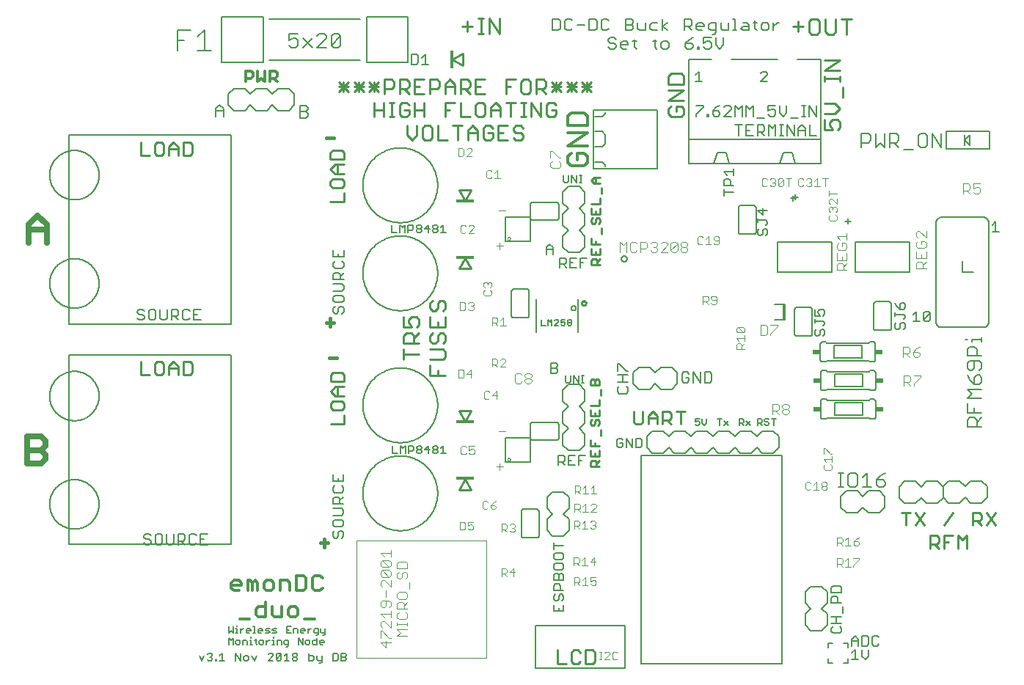
<source format=gto>
G75*
%MOIN*%
%OFA0B0*%
%FSLAX25Y25*%
%IPPOS*%
%LPD*%
%AMOC8*
5,1,8,0,0,1.08239X$1,22.5*
%
%ADD10C,0.02600*%
%ADD11C,0.00700*%
%ADD12C,0.00500*%
%ADD13C,0.00600*%
%ADD14C,0.00900*%
%ADD15C,0.01800*%
%ADD16C,0.01100*%
%ADD17C,0.00400*%
%ADD18C,0.01200*%
%ADD19C,0.01000*%
%ADD20C,0.00800*%
%ADD21C,0.00300*%
%ADD22C,0.00394*%
%ADD23R,0.08268X0.01181*%
%ADD24R,0.01181X0.08268*%
%ADD25R,0.03400X0.02400*%
%ADD26C,0.00787*%
%ADD27R,0.01181X0.07087*%
D10*
X0042719Y0149615D02*
X0048925Y0149615D01*
X0050993Y0151683D01*
X0050993Y0153752D01*
X0048925Y0155820D01*
X0042719Y0155820D01*
X0042719Y0149615D02*
X0042719Y0162025D01*
X0048925Y0162025D01*
X0050993Y0159957D01*
X0050993Y0157889D01*
X0048925Y0155820D01*
X0051609Y0250008D02*
X0051609Y0258282D01*
X0047472Y0262419D01*
X0043335Y0258282D01*
X0043335Y0250008D01*
X0043335Y0256214D02*
X0051609Y0256214D01*
D11*
X0092715Y0219081D02*
X0092715Y0218263D01*
X0093533Y0217446D01*
X0095167Y0217446D01*
X0095985Y0216629D01*
X0095985Y0215811D01*
X0095167Y0214994D01*
X0093533Y0214994D01*
X0092715Y0215811D01*
X0092715Y0219081D02*
X0093533Y0219898D01*
X0095167Y0219898D01*
X0095985Y0219081D01*
X0097872Y0219081D02*
X0097872Y0215811D01*
X0098689Y0214994D01*
X0100324Y0214994D01*
X0101141Y0215811D01*
X0101141Y0219081D01*
X0100324Y0219898D01*
X0098689Y0219898D01*
X0097872Y0219081D01*
X0103028Y0219898D02*
X0103028Y0215811D01*
X0103845Y0214994D01*
X0105480Y0214994D01*
X0106297Y0215811D01*
X0106297Y0219898D01*
X0108184Y0219898D02*
X0110636Y0219898D01*
X0111454Y0219081D01*
X0111454Y0217446D01*
X0110636Y0216629D01*
X0108184Y0216629D01*
X0109819Y0216629D02*
X0111454Y0214994D01*
X0113341Y0215811D02*
X0114158Y0214994D01*
X0115793Y0214994D01*
X0116610Y0215811D01*
X0118497Y0214994D02*
X0121767Y0214994D01*
X0120132Y0217446D02*
X0118497Y0217446D01*
X0118497Y0219898D02*
X0118497Y0214994D01*
X0113341Y0215811D02*
X0113341Y0219081D01*
X0114158Y0219898D01*
X0115793Y0219898D01*
X0116610Y0219081D01*
X0118497Y0219898D02*
X0121767Y0219898D01*
X0108184Y0219898D02*
X0108184Y0214994D01*
X0181687Y0218624D02*
X0182505Y0217807D01*
X0183322Y0217807D01*
X0184140Y0218624D01*
X0184140Y0220259D01*
X0184957Y0221076D01*
X0185774Y0221076D01*
X0186592Y0220259D01*
X0186592Y0218624D01*
X0185774Y0217807D01*
X0181687Y0218624D02*
X0181687Y0220259D01*
X0182505Y0221076D01*
X0182505Y0222963D02*
X0185774Y0222963D01*
X0186592Y0223781D01*
X0186592Y0225415D01*
X0185774Y0226233D01*
X0182505Y0226233D01*
X0181687Y0225415D01*
X0181687Y0223781D01*
X0182505Y0222963D01*
X0181687Y0228120D02*
X0185774Y0228120D01*
X0186592Y0228937D01*
X0186592Y0230572D01*
X0185774Y0231389D01*
X0181687Y0231389D01*
X0181687Y0233276D02*
X0181687Y0235728D01*
X0182505Y0236546D01*
X0184140Y0236546D01*
X0184957Y0235728D01*
X0184957Y0233276D01*
X0186592Y0233276D02*
X0181687Y0233276D01*
X0184957Y0234911D02*
X0186592Y0236546D01*
X0185774Y0238432D02*
X0182505Y0238432D01*
X0181687Y0239250D01*
X0181687Y0240885D01*
X0182505Y0241702D01*
X0181687Y0243589D02*
X0186592Y0243589D01*
X0186592Y0246858D01*
X0184140Y0245224D02*
X0184140Y0243589D01*
X0181687Y0243589D02*
X0181687Y0246858D01*
X0185774Y0241702D02*
X0186592Y0240885D01*
X0186592Y0239250D01*
X0185774Y0238432D01*
X0278518Y0244753D02*
X0278518Y0247956D01*
X0280119Y0249557D01*
X0281721Y0247956D01*
X0281721Y0244753D01*
X0281721Y0247155D02*
X0278518Y0247155D01*
X0280518Y0195557D02*
X0282920Y0195557D01*
X0283721Y0194757D01*
X0283721Y0193956D01*
X0282920Y0193155D01*
X0280518Y0193155D01*
X0280518Y0190753D02*
X0282920Y0190753D01*
X0283721Y0191554D01*
X0283721Y0192355D01*
X0282920Y0193155D01*
X0280518Y0190753D02*
X0280518Y0195557D01*
X0310844Y0195112D02*
X0310844Y0191842D01*
X0310844Y0189955D02*
X0315748Y0189955D01*
X0315748Y0191842D02*
X0314930Y0191842D01*
X0311661Y0195112D01*
X0310844Y0195112D01*
X0313296Y0189955D02*
X0313296Y0186686D01*
X0315748Y0186686D02*
X0310844Y0186686D01*
X0311661Y0184799D02*
X0310844Y0183981D01*
X0310844Y0182347D01*
X0311661Y0181529D01*
X0314930Y0181529D01*
X0315748Y0182347D01*
X0315748Y0183981D01*
X0314930Y0184799D01*
X0340218Y0187253D02*
X0341036Y0186436D01*
X0342671Y0186436D01*
X0343488Y0187253D01*
X0343488Y0188888D01*
X0341853Y0188888D01*
X0340218Y0190522D02*
X0340218Y0187253D01*
X0340218Y0190522D02*
X0341036Y0191340D01*
X0342671Y0191340D01*
X0343488Y0190522D01*
X0345375Y0191340D02*
X0348644Y0186436D01*
X0348644Y0191340D01*
X0350531Y0191340D02*
X0352983Y0191340D01*
X0353801Y0190522D01*
X0353801Y0187253D01*
X0352983Y0186436D01*
X0350531Y0186436D01*
X0350531Y0191340D01*
X0345375Y0191340D02*
X0345375Y0186436D01*
X0321318Y0161132D02*
X0319304Y0161132D01*
X0319304Y0157104D01*
X0321318Y0157104D01*
X0321989Y0157776D01*
X0321989Y0160461D01*
X0321318Y0161132D01*
X0317639Y0161132D02*
X0317639Y0157104D01*
X0314954Y0161132D01*
X0314954Y0157104D01*
X0313289Y0157776D02*
X0313289Y0159118D01*
X0311946Y0159118D01*
X0310604Y0157776D02*
X0310604Y0160461D01*
X0311275Y0161132D01*
X0312618Y0161132D01*
X0313289Y0160461D01*
X0313289Y0157776D02*
X0312618Y0157104D01*
X0311275Y0157104D01*
X0310604Y0157776D01*
X0282055Y0113825D02*
X0282055Y0110877D01*
X0282055Y0112351D02*
X0286477Y0112351D01*
X0285740Y0109113D02*
X0282792Y0109113D01*
X0282055Y0108376D01*
X0282055Y0106902D01*
X0282792Y0106165D01*
X0285740Y0106165D01*
X0286477Y0106902D01*
X0286477Y0108376D01*
X0285740Y0109113D01*
X0285740Y0104400D02*
X0282792Y0104400D01*
X0282055Y0103663D01*
X0282055Y0102189D01*
X0282792Y0101452D01*
X0285740Y0101452D01*
X0286477Y0102189D01*
X0286477Y0103663D01*
X0285740Y0104400D01*
X0285740Y0099687D02*
X0286477Y0098950D01*
X0286477Y0096739D01*
X0282055Y0096739D01*
X0282055Y0098950D01*
X0282792Y0099687D01*
X0283529Y0099687D01*
X0284266Y0098950D01*
X0284266Y0096739D01*
X0284266Y0094975D02*
X0285003Y0094238D01*
X0285003Y0092027D01*
X0286477Y0092027D02*
X0282055Y0092027D01*
X0282055Y0094238D01*
X0282792Y0094975D01*
X0284266Y0094975D01*
X0284266Y0098950D02*
X0285003Y0099687D01*
X0285740Y0099687D01*
X0285740Y0090262D02*
X0286477Y0089525D01*
X0286477Y0088051D01*
X0285740Y0087314D01*
X0284266Y0088051D02*
X0283529Y0087314D01*
X0282792Y0087314D01*
X0282055Y0088051D01*
X0282055Y0089525D01*
X0282792Y0090262D01*
X0284266Y0089525D02*
X0285003Y0090262D01*
X0285740Y0090262D01*
X0284266Y0089525D02*
X0284266Y0088051D01*
X0282055Y0085549D02*
X0282055Y0082601D01*
X0286477Y0082601D01*
X0286477Y0085549D01*
X0284266Y0084075D02*
X0284266Y0082601D01*
X0186457Y0116631D02*
X0185640Y0115814D01*
X0186457Y0116631D02*
X0186457Y0118266D01*
X0185640Y0119083D01*
X0184822Y0119083D01*
X0184005Y0118266D01*
X0184005Y0116631D01*
X0183188Y0115814D01*
X0182370Y0115814D01*
X0181553Y0116631D01*
X0181553Y0118266D01*
X0182370Y0119083D01*
X0182370Y0120970D02*
X0185640Y0120970D01*
X0186457Y0121788D01*
X0186457Y0123422D01*
X0185640Y0124240D01*
X0182370Y0124240D01*
X0181553Y0123422D01*
X0181553Y0121788D01*
X0182370Y0120970D01*
X0181553Y0126127D02*
X0185640Y0126127D01*
X0186457Y0126944D01*
X0186457Y0128579D01*
X0185640Y0129396D01*
X0181553Y0129396D01*
X0181553Y0131283D02*
X0181553Y0133735D01*
X0182370Y0134553D01*
X0184005Y0134553D01*
X0184822Y0133735D01*
X0184822Y0131283D01*
X0184822Y0132918D02*
X0186457Y0134553D01*
X0185640Y0136439D02*
X0182370Y0136439D01*
X0181553Y0137257D01*
X0181553Y0138892D01*
X0182370Y0139709D01*
X0181553Y0141596D02*
X0186457Y0141596D01*
X0186457Y0144865D01*
X0184005Y0143231D02*
X0184005Y0141596D01*
X0181553Y0141596D02*
X0181553Y0144865D01*
X0185640Y0139709D02*
X0186457Y0138892D01*
X0186457Y0137257D01*
X0185640Y0136439D01*
X0186457Y0131283D02*
X0181553Y0131283D01*
X0124760Y0117763D02*
X0121490Y0117763D01*
X0121490Y0112859D01*
X0124760Y0112859D01*
X0123125Y0115311D02*
X0121490Y0115311D01*
X0119603Y0113677D02*
X0118786Y0112859D01*
X0117151Y0112859D01*
X0116334Y0113677D01*
X0116334Y0116946D01*
X0117151Y0117763D01*
X0118786Y0117763D01*
X0119603Y0116946D01*
X0114447Y0116946D02*
X0114447Y0115311D01*
X0113629Y0114494D01*
X0111177Y0114494D01*
X0111177Y0112859D02*
X0111177Y0117763D01*
X0113629Y0117763D01*
X0114447Y0116946D01*
X0112812Y0114494D02*
X0114447Y0112859D01*
X0109290Y0113677D02*
X0109290Y0117763D01*
X0106021Y0117763D02*
X0106021Y0113677D01*
X0106838Y0112859D01*
X0108473Y0112859D01*
X0109290Y0113677D01*
X0104134Y0113677D02*
X0104134Y0116946D01*
X0103317Y0117763D01*
X0101682Y0117763D01*
X0100865Y0116946D01*
X0100865Y0113677D01*
X0101682Y0112859D01*
X0103317Y0112859D01*
X0104134Y0113677D01*
X0098978Y0113677D02*
X0098160Y0112859D01*
X0096525Y0112859D01*
X0095708Y0113677D01*
X0096525Y0115311D02*
X0095708Y0116129D01*
X0095708Y0116946D01*
X0096525Y0117763D01*
X0098160Y0117763D01*
X0098978Y0116946D01*
X0098160Y0115311D02*
X0098978Y0114494D01*
X0098978Y0113677D01*
X0098160Y0115311D02*
X0096525Y0115311D01*
X0411436Y0139098D02*
X0413538Y0139098D01*
X0412487Y0139098D02*
X0412487Y0145404D01*
X0411436Y0145404D02*
X0413538Y0145404D01*
X0415733Y0144353D02*
X0415733Y0140149D01*
X0416784Y0139098D01*
X0418886Y0139098D01*
X0419937Y0140149D01*
X0419937Y0144353D01*
X0418886Y0145404D01*
X0416784Y0145404D01*
X0415733Y0144353D01*
X0422179Y0143302D02*
X0424281Y0145404D01*
X0424281Y0139098D01*
X0422179Y0139098D02*
X0426383Y0139098D01*
X0428624Y0140149D02*
X0429675Y0139098D01*
X0431777Y0139098D01*
X0432828Y0140149D01*
X0432828Y0141200D01*
X0431777Y0142251D01*
X0428624Y0142251D01*
X0428624Y0140149D01*
X0428624Y0142251D02*
X0430726Y0144353D01*
X0432828Y0145404D01*
X0401380Y0298802D02*
X0398177Y0298802D01*
X0398177Y0303606D01*
X0396316Y0302005D02*
X0394714Y0303606D01*
X0393113Y0302005D01*
X0393113Y0298802D01*
X0391251Y0298802D02*
X0391251Y0303606D01*
X0393113Y0301204D02*
X0396316Y0301204D01*
X0396316Y0302005D02*
X0396316Y0298802D01*
X0391251Y0298802D02*
X0388049Y0303606D01*
X0388049Y0298802D01*
X0386274Y0298802D02*
X0384672Y0298802D01*
X0385473Y0298802D02*
X0385473Y0303606D01*
X0384672Y0303606D02*
X0386274Y0303606D01*
X0382811Y0303606D02*
X0381209Y0302005D01*
X0379608Y0303606D01*
X0379608Y0298802D01*
X0377746Y0298802D02*
X0376145Y0300403D01*
X0376946Y0300403D02*
X0374544Y0300403D01*
X0374544Y0298802D02*
X0374544Y0303606D01*
X0376946Y0303606D01*
X0377746Y0302806D01*
X0377746Y0301204D01*
X0376946Y0300403D01*
X0372682Y0298802D02*
X0369479Y0298802D01*
X0369479Y0303606D01*
X0372682Y0303606D01*
X0371081Y0301204D02*
X0369479Y0301204D01*
X0367618Y0303606D02*
X0364415Y0303606D01*
X0366016Y0303606D02*
X0366016Y0298802D01*
X0382811Y0298802D02*
X0382811Y0303606D01*
D12*
X0378982Y0323281D02*
X0375979Y0323281D01*
X0378982Y0326284D01*
X0378982Y0327035D01*
X0378231Y0327785D01*
X0376730Y0327785D01*
X0375979Y0327035D01*
X0349482Y0323281D02*
X0346479Y0323281D01*
X0347980Y0323281D02*
X0347980Y0327785D01*
X0346479Y0326284D01*
X0359195Y0282260D02*
X0363699Y0282260D01*
X0363699Y0280759D02*
X0363699Y0283761D01*
X0360696Y0280759D02*
X0359195Y0282260D01*
X0359946Y0279157D02*
X0361447Y0279157D01*
X0362198Y0278407D01*
X0362198Y0276155D01*
X0363699Y0276155D02*
X0359195Y0276155D01*
X0359195Y0278407D01*
X0359946Y0279157D01*
X0359195Y0274553D02*
X0359195Y0271551D01*
X0359195Y0273052D02*
X0363699Y0273052D01*
X0374647Y0264899D02*
X0376899Y0262647D01*
X0376899Y0265650D01*
X0379151Y0264899D02*
X0374647Y0264899D01*
X0374647Y0261046D02*
X0374647Y0259545D01*
X0374647Y0260295D02*
X0378401Y0260295D01*
X0379151Y0259545D01*
X0379151Y0258794D01*
X0378401Y0258043D01*
X0378401Y0256442D02*
X0379151Y0255691D01*
X0379151Y0254190D01*
X0378401Y0253439D01*
X0376899Y0254190D02*
X0376899Y0255691D01*
X0377650Y0256442D01*
X0378401Y0256442D01*
X0376899Y0254190D02*
X0376149Y0253439D01*
X0375398Y0253439D01*
X0374647Y0254190D01*
X0374647Y0255691D01*
X0375398Y0256442D01*
X0390789Y0269032D02*
X0390789Y0271532D01*
X0390559Y0270893D02*
X0393059Y0270893D01*
X0392039Y0270282D02*
X0389539Y0270282D01*
X0391809Y0269643D02*
X0391809Y0272143D01*
X0414369Y0259877D02*
X0416869Y0259877D01*
X0415619Y0261127D02*
X0415619Y0258627D01*
X0467678Y0241657D02*
X0467678Y0236657D01*
X0472678Y0236657D01*
X0452927Y0218161D02*
X0452176Y0218911D01*
X0450675Y0218911D01*
X0449924Y0218161D01*
X0449924Y0215158D01*
X0452927Y0218161D01*
X0452927Y0215158D01*
X0452176Y0214407D01*
X0450675Y0214407D01*
X0449924Y0215158D01*
X0448323Y0214407D02*
X0445320Y0214407D01*
X0446821Y0214407D02*
X0446821Y0218911D01*
X0445320Y0217410D01*
X0441589Y0216803D02*
X0440839Y0217554D01*
X0437086Y0217554D01*
X0437086Y0218304D02*
X0437086Y0216803D01*
X0437836Y0213700D02*
X0437086Y0212950D01*
X0437086Y0211449D01*
X0437836Y0210698D01*
X0438587Y0210698D01*
X0439337Y0211449D01*
X0439337Y0212950D01*
X0440088Y0213700D01*
X0440839Y0213700D01*
X0441589Y0212950D01*
X0441589Y0211449D01*
X0440839Y0210698D01*
X0440839Y0215302D02*
X0441589Y0216052D01*
X0441589Y0216803D01*
X0440839Y0219906D02*
X0441589Y0220656D01*
X0441589Y0222158D01*
X0440839Y0222908D01*
X0440088Y0222908D01*
X0439337Y0222158D01*
X0439337Y0219906D01*
X0440839Y0219906D01*
X0439337Y0219906D02*
X0437836Y0221407D01*
X0437086Y0222908D01*
X0405156Y0219158D02*
X0405156Y0217656D01*
X0404406Y0216906D01*
X0402904Y0216906D02*
X0402154Y0218407D01*
X0402154Y0219158D01*
X0402904Y0219908D01*
X0404406Y0219908D01*
X0405156Y0219158D01*
X0402904Y0216906D02*
X0400652Y0216906D01*
X0400652Y0219908D01*
X0400652Y0215304D02*
X0400652Y0213803D01*
X0400652Y0214554D02*
X0404406Y0214554D01*
X0405156Y0213803D01*
X0405156Y0213052D01*
X0404406Y0212302D01*
X0404406Y0210700D02*
X0405156Y0209950D01*
X0405156Y0208449D01*
X0404406Y0207698D01*
X0402904Y0208449D02*
X0402154Y0207698D01*
X0401403Y0207698D01*
X0400652Y0208449D01*
X0400652Y0209950D01*
X0401403Y0210700D01*
X0402904Y0209950D02*
X0403655Y0210700D01*
X0404406Y0210700D01*
X0402904Y0209950D02*
X0402904Y0208449D01*
X0383029Y0170107D02*
X0381027Y0170107D01*
X0382028Y0170107D02*
X0382028Y0167105D01*
X0379806Y0167605D02*
X0379306Y0167105D01*
X0378305Y0167105D01*
X0377805Y0167605D01*
X0378305Y0168606D02*
X0377805Y0169106D01*
X0377805Y0169607D01*
X0378305Y0170107D01*
X0379306Y0170107D01*
X0379806Y0169607D01*
X0379306Y0168606D02*
X0379806Y0168106D01*
X0379806Y0167605D01*
X0379306Y0168606D02*
X0378305Y0168606D01*
X0376584Y0168606D02*
X0376083Y0168106D01*
X0374582Y0168106D01*
X0375583Y0168106D02*
X0376584Y0167105D01*
X0376584Y0168606D02*
X0376584Y0169607D01*
X0376083Y0170107D01*
X0374582Y0170107D01*
X0374582Y0167105D01*
X0371411Y0167059D02*
X0369409Y0169061D01*
X0368188Y0169561D02*
X0368188Y0168561D01*
X0367688Y0168060D01*
X0366187Y0168060D01*
X0367187Y0168060D02*
X0368188Y0167059D01*
X0369409Y0167059D02*
X0371411Y0169061D01*
X0368188Y0169561D02*
X0367688Y0170062D01*
X0366187Y0170062D01*
X0366187Y0167059D01*
X0361406Y0167094D02*
X0359405Y0169096D01*
X0358184Y0170096D02*
X0356182Y0170096D01*
X0357183Y0170096D02*
X0357183Y0167094D01*
X0359405Y0167094D02*
X0361406Y0169096D01*
X0351398Y0168134D02*
X0350397Y0167133D01*
X0349397Y0168134D01*
X0349397Y0170136D01*
X0348175Y0170136D02*
X0346174Y0170136D01*
X0346174Y0168634D01*
X0347175Y0169135D01*
X0347675Y0169135D01*
X0348175Y0168634D01*
X0348175Y0167634D01*
X0347675Y0167133D01*
X0346674Y0167133D01*
X0346174Y0167634D01*
X0351398Y0168134D02*
X0351398Y0170136D01*
X0321828Y0153531D02*
X0321828Y0058649D01*
X0385607Y0058649D01*
X0385607Y0153531D01*
X0321828Y0153531D01*
X0295720Y0186409D02*
X0294553Y0186409D01*
X0295136Y0186409D02*
X0295136Y0189912D01*
X0294553Y0189912D02*
X0295720Y0189912D01*
X0293205Y0189912D02*
X0293205Y0186409D01*
X0290869Y0189912D01*
X0290869Y0186409D01*
X0289522Y0186993D02*
X0289522Y0189912D01*
X0287186Y0189912D02*
X0287186Y0186993D01*
X0287770Y0186409D01*
X0288938Y0186409D01*
X0289522Y0186993D01*
X0231812Y0157789D02*
X0231812Y0154286D01*
X0230644Y0154286D02*
X0232980Y0154286D01*
X0230644Y0156621D02*
X0231812Y0157789D01*
X0229296Y0157205D02*
X0229296Y0156621D01*
X0228713Y0156037D01*
X0227545Y0156037D01*
X0226961Y0156621D01*
X0226961Y0157205D01*
X0227545Y0157789D01*
X0228713Y0157789D01*
X0229296Y0157205D01*
X0228713Y0156037D02*
X0229296Y0155454D01*
X0229296Y0154870D01*
X0228713Y0154286D01*
X0227545Y0154286D01*
X0226961Y0154870D01*
X0226961Y0155454D01*
X0227545Y0156037D01*
X0225613Y0156037D02*
X0223278Y0156037D01*
X0225030Y0157789D01*
X0225030Y0154286D01*
X0221930Y0154870D02*
X0221346Y0154286D01*
X0220179Y0154286D01*
X0219595Y0154870D01*
X0219595Y0155454D01*
X0220179Y0156037D01*
X0221346Y0156037D01*
X0221930Y0155454D01*
X0221930Y0154870D01*
X0221346Y0156037D02*
X0221930Y0156621D01*
X0221930Y0157205D01*
X0221346Y0157789D01*
X0220179Y0157789D01*
X0219595Y0157205D01*
X0219595Y0156621D01*
X0220179Y0156037D01*
X0218247Y0156037D02*
X0217663Y0155454D01*
X0215912Y0155454D01*
X0215912Y0154286D02*
X0215912Y0157789D01*
X0217663Y0157789D01*
X0218247Y0157205D01*
X0218247Y0156037D01*
X0214564Y0157789D02*
X0214564Y0154286D01*
X0212229Y0154286D02*
X0212229Y0157789D01*
X0213396Y0156621D01*
X0214564Y0157789D01*
X0210881Y0154286D02*
X0208545Y0154286D01*
X0208545Y0157789D01*
X0178097Y0074707D02*
X0178097Y0072205D01*
X0177596Y0071705D01*
X0177096Y0071705D01*
X0176595Y0072705D02*
X0178097Y0072705D01*
X0176595Y0072705D02*
X0176095Y0073206D01*
X0176095Y0074707D01*
X0174874Y0074707D02*
X0173373Y0074707D01*
X0172872Y0074207D01*
X0172872Y0073206D01*
X0173373Y0072705D01*
X0174874Y0072705D01*
X0174874Y0072205D02*
X0174874Y0074707D01*
X0174874Y0072205D02*
X0174374Y0071705D01*
X0173873Y0071705D01*
X0174337Y0070458D02*
X0174337Y0067455D01*
X0172836Y0067455D01*
X0172335Y0067956D01*
X0172335Y0068957D01*
X0172836Y0069457D01*
X0174337Y0069457D01*
X0175558Y0068957D02*
X0176058Y0069457D01*
X0177059Y0069457D01*
X0177560Y0068957D01*
X0177560Y0068456D01*
X0175558Y0068456D01*
X0175558Y0067956D02*
X0175558Y0068957D01*
X0175558Y0067956D02*
X0176058Y0067455D01*
X0177059Y0067455D01*
X0171114Y0067956D02*
X0171114Y0068957D01*
X0170614Y0069457D01*
X0169613Y0069457D01*
X0169112Y0068957D01*
X0169112Y0067956D01*
X0169613Y0067455D01*
X0170614Y0067455D01*
X0171114Y0067956D01*
X0167891Y0067455D02*
X0167891Y0070458D01*
X0165890Y0070458D02*
X0167891Y0067455D01*
X0165890Y0067455D02*
X0165890Y0070458D01*
X0165743Y0072705D02*
X0165743Y0074207D01*
X0165242Y0074707D01*
X0163741Y0074707D01*
X0163741Y0072705D01*
X0162520Y0072705D02*
X0160518Y0072705D01*
X0160518Y0075708D01*
X0162520Y0075708D01*
X0161519Y0074207D02*
X0160518Y0074207D01*
X0156075Y0074707D02*
X0154573Y0074707D01*
X0154073Y0074207D01*
X0154573Y0073706D01*
X0155574Y0073706D01*
X0156075Y0073206D01*
X0155574Y0072705D01*
X0154073Y0072705D01*
X0152852Y0073206D02*
X0152352Y0072705D01*
X0150850Y0072705D01*
X0151351Y0073706D02*
X0150850Y0074207D01*
X0151351Y0074707D01*
X0152852Y0074707D01*
X0152352Y0073706D02*
X0151351Y0073706D01*
X0152352Y0073706D02*
X0152852Y0073206D01*
X0154573Y0070958D02*
X0154573Y0070458D01*
X0154573Y0069457D02*
X0154573Y0067455D01*
X0154073Y0067455D02*
X0155074Y0067455D01*
X0156221Y0067455D02*
X0156221Y0069457D01*
X0157723Y0069457D01*
X0158223Y0068957D01*
X0158223Y0067455D01*
X0159444Y0067956D02*
X0159945Y0067455D01*
X0161446Y0067455D01*
X0161446Y0066955D02*
X0161446Y0069457D01*
X0159945Y0069457D01*
X0159444Y0068957D01*
X0159444Y0067956D01*
X0160445Y0066455D02*
X0160945Y0066455D01*
X0161446Y0066955D01*
X0154573Y0069457D02*
X0154073Y0069457D01*
X0152889Y0069457D02*
X0152388Y0069457D01*
X0151387Y0068456D01*
X0151387Y0067455D02*
X0151387Y0069457D01*
X0150166Y0068957D02*
X0149666Y0069457D01*
X0148665Y0069457D01*
X0148165Y0068957D01*
X0148165Y0067956D01*
X0148665Y0067455D01*
X0149666Y0067455D01*
X0150166Y0067956D01*
X0150166Y0068957D01*
X0147017Y0069457D02*
X0146016Y0069457D01*
X0146517Y0069958D02*
X0146517Y0067956D01*
X0147017Y0067455D01*
X0144868Y0067455D02*
X0143868Y0067455D01*
X0144368Y0067455D02*
X0144368Y0069457D01*
X0143868Y0069457D01*
X0144368Y0070458D02*
X0144368Y0070958D01*
X0143758Y0072705D02*
X0142757Y0072705D01*
X0142256Y0073206D01*
X0142256Y0074207D01*
X0142757Y0074707D01*
X0143758Y0074707D01*
X0144258Y0074207D01*
X0144258Y0073706D01*
X0142256Y0073706D01*
X0141072Y0074707D02*
X0140571Y0074707D01*
X0139571Y0073706D01*
X0139571Y0072705D02*
X0139571Y0074707D01*
X0137923Y0074707D02*
X0137923Y0072705D01*
X0138423Y0072705D02*
X0137422Y0072705D01*
X0136201Y0072705D02*
X0136201Y0075708D01*
X0137422Y0074707D02*
X0137923Y0074707D01*
X0137923Y0075708D02*
X0137923Y0076208D01*
X0135200Y0073706D02*
X0136201Y0072705D01*
X0135200Y0073706D02*
X0134199Y0072705D01*
X0134199Y0075708D01*
X0134199Y0070458D02*
X0135200Y0069457D01*
X0136201Y0070458D01*
X0136201Y0067455D01*
X0137422Y0067956D02*
X0137923Y0067455D01*
X0138923Y0067455D01*
X0139424Y0067956D01*
X0139424Y0068957D01*
X0138923Y0069457D01*
X0137923Y0069457D01*
X0137422Y0068957D01*
X0137422Y0067956D01*
X0134199Y0067455D02*
X0134199Y0070458D01*
X0140645Y0069457D02*
X0142146Y0069457D01*
X0142647Y0068957D01*
X0142647Y0067455D01*
X0140645Y0067455D02*
X0140645Y0069457D01*
X0145479Y0072705D02*
X0146480Y0072705D01*
X0145979Y0072705D02*
X0145979Y0075708D01*
X0145479Y0075708D01*
X0147627Y0074207D02*
X0148128Y0074707D01*
X0149129Y0074707D01*
X0149629Y0074207D01*
X0149629Y0073706D01*
X0147627Y0073706D01*
X0147627Y0073206D02*
X0147627Y0074207D01*
X0147627Y0073206D02*
X0148128Y0072705D01*
X0149129Y0072705D01*
X0166964Y0073206D02*
X0167464Y0072705D01*
X0168465Y0072705D01*
X0168966Y0073706D02*
X0166964Y0073706D01*
X0166964Y0073206D02*
X0166964Y0074207D01*
X0167464Y0074707D01*
X0168465Y0074707D01*
X0168966Y0074207D01*
X0168966Y0073706D01*
X0170187Y0073706D02*
X0171188Y0074707D01*
X0171688Y0074707D01*
X0170187Y0074707D02*
X0170187Y0072705D01*
X0408117Y0073371D02*
X0408867Y0072620D01*
X0411870Y0072620D01*
X0412621Y0073371D01*
X0412621Y0074872D01*
X0411870Y0075623D01*
X0412621Y0077224D02*
X0408117Y0077224D01*
X0408867Y0075623D02*
X0408117Y0074872D01*
X0408117Y0073371D01*
X0410369Y0077224D02*
X0410369Y0080226D01*
X0408117Y0080226D02*
X0412621Y0080226D01*
X0413371Y0081828D02*
X0413371Y0084830D01*
X0412621Y0086432D02*
X0408117Y0086432D01*
X0408117Y0088684D01*
X0408867Y0089434D01*
X0410369Y0089434D01*
X0411119Y0088684D01*
X0411119Y0086432D01*
X0412621Y0091036D02*
X0412621Y0093288D01*
X0411870Y0094038D01*
X0408867Y0094038D01*
X0408117Y0093288D01*
X0408117Y0091036D01*
X0412621Y0091036D01*
X0418919Y0071373D02*
X0420420Y0069872D01*
X0420420Y0066869D01*
X0422022Y0066869D02*
X0424274Y0066869D01*
X0425024Y0067620D01*
X0425024Y0070622D01*
X0424274Y0071373D01*
X0422022Y0071373D01*
X0422022Y0066869D01*
X0422049Y0065240D02*
X0422049Y0062238D01*
X0423550Y0060736D01*
X0425051Y0062238D01*
X0425051Y0065240D01*
X0427376Y0066869D02*
X0428878Y0066869D01*
X0429628Y0067620D01*
X0427376Y0066869D02*
X0426626Y0067620D01*
X0426626Y0070622D01*
X0427376Y0071373D01*
X0428878Y0071373D01*
X0429628Y0070622D01*
X0420420Y0069121D02*
X0417418Y0069121D01*
X0417418Y0069872D02*
X0417418Y0066869D01*
X0418946Y0065240D02*
X0418946Y0060736D01*
X0417445Y0060736D02*
X0420447Y0060736D01*
X0417445Y0063739D02*
X0418946Y0065240D01*
X0417418Y0069872D02*
X0418919Y0071373D01*
X0481328Y0255107D02*
X0484331Y0255107D01*
X0482829Y0255107D02*
X0482829Y0259611D01*
X0481328Y0258110D01*
X0294814Y0277343D02*
X0293646Y0277343D01*
X0294230Y0277343D02*
X0294230Y0280846D01*
X0293646Y0280846D02*
X0294814Y0280846D01*
X0292299Y0280846D02*
X0292299Y0277343D01*
X0289963Y0280846D01*
X0289963Y0277343D01*
X0288615Y0277927D02*
X0288615Y0280846D01*
X0286280Y0280846D02*
X0286280Y0277927D01*
X0286864Y0277343D01*
X0288032Y0277343D01*
X0288615Y0277927D01*
X0231726Y0258176D02*
X0231726Y0254673D01*
X0232893Y0254673D02*
X0230558Y0254673D01*
X0229210Y0255256D02*
X0228626Y0254673D01*
X0227459Y0254673D01*
X0226875Y0255256D01*
X0226875Y0255840D01*
X0227459Y0256424D01*
X0228626Y0256424D01*
X0229210Y0255840D01*
X0229210Y0255256D01*
X0228626Y0256424D02*
X0229210Y0257008D01*
X0229210Y0257592D01*
X0228626Y0258176D01*
X0227459Y0258176D01*
X0226875Y0257592D01*
X0226875Y0257008D01*
X0227459Y0256424D01*
X0225527Y0256424D02*
X0223192Y0256424D01*
X0224943Y0258176D01*
X0224943Y0254673D01*
X0221844Y0255256D02*
X0221260Y0254673D01*
X0220092Y0254673D01*
X0219509Y0255256D01*
X0219509Y0255840D01*
X0220092Y0256424D01*
X0221260Y0256424D01*
X0221844Y0255840D01*
X0221844Y0255256D01*
X0221260Y0256424D02*
X0221844Y0257008D01*
X0221844Y0257592D01*
X0221260Y0258176D01*
X0220092Y0258176D01*
X0219509Y0257592D01*
X0219509Y0257008D01*
X0220092Y0256424D01*
X0218161Y0256424D02*
X0217577Y0255840D01*
X0215825Y0255840D01*
X0215825Y0254673D02*
X0215825Y0258176D01*
X0217577Y0258176D01*
X0218161Y0257592D01*
X0218161Y0256424D01*
X0214478Y0258176D02*
X0214478Y0254673D01*
X0212142Y0254673D02*
X0212142Y0258176D01*
X0213310Y0257008D01*
X0214478Y0258176D01*
X0210795Y0254673D02*
X0208459Y0254673D01*
X0208459Y0258176D01*
X0230558Y0257008D02*
X0231726Y0258176D01*
X0170421Y0307829D02*
X0169503Y0306912D01*
X0166751Y0306912D01*
X0166751Y0312416D01*
X0169503Y0312416D01*
X0170421Y0311499D01*
X0170421Y0310581D01*
X0169503Y0309664D01*
X0166751Y0309664D01*
X0169503Y0309664D02*
X0170421Y0308747D01*
X0170421Y0307829D01*
X0131977Y0307279D02*
X0131977Y0310949D01*
X0130142Y0312784D01*
X0128307Y0310949D01*
X0128307Y0307279D01*
X0128307Y0310032D02*
X0131977Y0310032D01*
X0131156Y0332184D02*
X0150053Y0332184D01*
X0150053Y0352657D01*
X0131156Y0352657D01*
X0131156Y0332184D01*
X0152809Y0332972D02*
X0194148Y0332972D01*
X0196904Y0332184D02*
X0215801Y0332184D01*
X0215801Y0352657D01*
X0196904Y0352657D01*
X0196904Y0332184D01*
X0217427Y0331203D02*
X0219679Y0331203D01*
X0220430Y0331954D01*
X0220430Y0334956D01*
X0219679Y0335707D01*
X0217427Y0335707D01*
X0217427Y0331203D01*
X0222031Y0331203D02*
X0225034Y0331203D01*
X0223532Y0331203D02*
X0223532Y0335707D01*
X0222031Y0334206D01*
X0194148Y0351869D02*
X0152809Y0351869D01*
D13*
X0123144Y0062357D02*
X0122010Y0060089D01*
X0120875Y0062357D01*
X0124559Y0062924D02*
X0125126Y0063492D01*
X0126260Y0063492D01*
X0126827Y0062924D01*
X0126827Y0062357D01*
X0126260Y0061790D01*
X0126827Y0061223D01*
X0126827Y0060656D01*
X0126260Y0060089D01*
X0125126Y0060089D01*
X0124559Y0060656D01*
X0125693Y0061790D02*
X0126260Y0061790D01*
X0128242Y0060656D02*
X0128809Y0060656D01*
X0128809Y0060089D01*
X0128242Y0060089D01*
X0128242Y0060656D01*
X0130083Y0060089D02*
X0132352Y0060089D01*
X0131218Y0060089D02*
X0131218Y0063492D01*
X0130083Y0062357D01*
X0137450Y0063492D02*
X0139718Y0060089D01*
X0139718Y0063492D01*
X0141133Y0061790D02*
X0141133Y0060656D01*
X0141700Y0060089D01*
X0142834Y0060089D01*
X0143401Y0060656D01*
X0143401Y0061790D01*
X0142834Y0062357D01*
X0141700Y0062357D01*
X0141133Y0061790D01*
X0144816Y0062357D02*
X0145950Y0060089D01*
X0147084Y0062357D01*
X0152182Y0062924D02*
X0152749Y0063492D01*
X0153884Y0063492D01*
X0154451Y0062924D01*
X0154451Y0062357D01*
X0152182Y0060089D01*
X0154451Y0060089D01*
X0155865Y0060656D02*
X0158134Y0062924D01*
X0158134Y0060656D01*
X0157567Y0060089D01*
X0156432Y0060089D01*
X0155865Y0060656D01*
X0155865Y0062924D01*
X0156432Y0063492D01*
X0157567Y0063492D01*
X0158134Y0062924D01*
X0159548Y0062357D02*
X0160683Y0063492D01*
X0160683Y0060089D01*
X0161817Y0060089D02*
X0159548Y0060089D01*
X0163232Y0060656D02*
X0163232Y0061223D01*
X0163799Y0061790D01*
X0164933Y0061790D01*
X0165500Y0061223D01*
X0165500Y0060656D01*
X0164933Y0060089D01*
X0163799Y0060089D01*
X0163232Y0060656D01*
X0163799Y0061790D02*
X0163232Y0062357D01*
X0163232Y0062924D01*
X0163799Y0063492D01*
X0164933Y0063492D01*
X0165500Y0062924D01*
X0165500Y0062357D01*
X0164933Y0061790D01*
X0170598Y0062357D02*
X0172299Y0062357D01*
X0172866Y0061790D01*
X0172866Y0060656D01*
X0172299Y0060089D01*
X0170598Y0060089D01*
X0170598Y0063492D01*
X0174281Y0062357D02*
X0174281Y0060656D01*
X0174848Y0060089D01*
X0176550Y0060089D01*
X0176550Y0059522D02*
X0175982Y0058954D01*
X0175415Y0058954D01*
X0176550Y0059522D02*
X0176550Y0062357D01*
X0181647Y0063492D02*
X0181647Y0060089D01*
X0183349Y0060089D01*
X0183916Y0060656D01*
X0183916Y0062924D01*
X0183349Y0063492D01*
X0181647Y0063492D01*
X0185330Y0063492D02*
X0185330Y0060089D01*
X0187032Y0060089D01*
X0187599Y0060656D01*
X0187599Y0061223D01*
X0187032Y0061790D01*
X0185330Y0061790D01*
X0185330Y0063492D02*
X0187032Y0063492D01*
X0187599Y0062924D01*
X0187599Y0062357D01*
X0187032Y0061790D01*
X0137450Y0060089D02*
X0137450Y0063492D01*
X0052915Y0131208D02*
X0052918Y0131483D01*
X0052929Y0131759D01*
X0052945Y0132033D01*
X0052969Y0132308D01*
X0052999Y0132581D01*
X0053036Y0132854D01*
X0053080Y0133126D01*
X0053131Y0133397D01*
X0053188Y0133666D01*
X0053251Y0133934D01*
X0053321Y0134201D01*
X0053398Y0134465D01*
X0053481Y0134728D01*
X0053571Y0134988D01*
X0053667Y0135246D01*
X0053769Y0135502D01*
X0053878Y0135755D01*
X0053992Y0136005D01*
X0054113Y0136253D01*
X0054240Y0136497D01*
X0054373Y0136738D01*
X0054511Y0136976D01*
X0054656Y0137211D01*
X0054806Y0137441D01*
X0054962Y0137669D01*
X0055123Y0137892D01*
X0055290Y0138111D01*
X0055462Y0138326D01*
X0055639Y0138537D01*
X0055822Y0138743D01*
X0056009Y0138945D01*
X0056201Y0139142D01*
X0056398Y0139334D01*
X0056600Y0139521D01*
X0056806Y0139704D01*
X0057017Y0139881D01*
X0057232Y0140053D01*
X0057451Y0140220D01*
X0057674Y0140381D01*
X0057902Y0140537D01*
X0058132Y0140687D01*
X0058367Y0140832D01*
X0058605Y0140970D01*
X0058846Y0141103D01*
X0059090Y0141230D01*
X0059338Y0141351D01*
X0059588Y0141465D01*
X0059841Y0141574D01*
X0060097Y0141676D01*
X0060355Y0141772D01*
X0060615Y0141862D01*
X0060878Y0141945D01*
X0061142Y0142022D01*
X0061409Y0142092D01*
X0061677Y0142155D01*
X0061946Y0142212D01*
X0062217Y0142263D01*
X0062489Y0142307D01*
X0062762Y0142344D01*
X0063035Y0142374D01*
X0063310Y0142398D01*
X0063584Y0142414D01*
X0063860Y0142425D01*
X0064135Y0142428D01*
X0064410Y0142425D01*
X0064686Y0142414D01*
X0064960Y0142398D01*
X0065235Y0142374D01*
X0065508Y0142344D01*
X0065781Y0142307D01*
X0066053Y0142263D01*
X0066324Y0142212D01*
X0066593Y0142155D01*
X0066861Y0142092D01*
X0067128Y0142022D01*
X0067392Y0141945D01*
X0067655Y0141862D01*
X0067915Y0141772D01*
X0068173Y0141676D01*
X0068429Y0141574D01*
X0068682Y0141465D01*
X0068932Y0141351D01*
X0069180Y0141230D01*
X0069424Y0141103D01*
X0069665Y0140970D01*
X0069903Y0140832D01*
X0070138Y0140687D01*
X0070368Y0140537D01*
X0070596Y0140381D01*
X0070819Y0140220D01*
X0071038Y0140053D01*
X0071253Y0139881D01*
X0071464Y0139704D01*
X0071670Y0139521D01*
X0071872Y0139334D01*
X0072069Y0139142D01*
X0072261Y0138945D01*
X0072448Y0138743D01*
X0072631Y0138537D01*
X0072808Y0138326D01*
X0072980Y0138111D01*
X0073147Y0137892D01*
X0073308Y0137669D01*
X0073464Y0137441D01*
X0073614Y0137211D01*
X0073759Y0136976D01*
X0073897Y0136738D01*
X0074030Y0136497D01*
X0074157Y0136253D01*
X0074278Y0136005D01*
X0074392Y0135755D01*
X0074501Y0135502D01*
X0074603Y0135246D01*
X0074699Y0134988D01*
X0074789Y0134728D01*
X0074872Y0134465D01*
X0074949Y0134201D01*
X0075019Y0133934D01*
X0075082Y0133666D01*
X0075139Y0133397D01*
X0075190Y0133126D01*
X0075234Y0132854D01*
X0075271Y0132581D01*
X0075301Y0132308D01*
X0075325Y0132033D01*
X0075341Y0131759D01*
X0075352Y0131483D01*
X0075355Y0131208D01*
X0075352Y0130933D01*
X0075341Y0130657D01*
X0075325Y0130383D01*
X0075301Y0130108D01*
X0075271Y0129835D01*
X0075234Y0129562D01*
X0075190Y0129290D01*
X0075139Y0129019D01*
X0075082Y0128750D01*
X0075019Y0128482D01*
X0074949Y0128215D01*
X0074872Y0127951D01*
X0074789Y0127688D01*
X0074699Y0127428D01*
X0074603Y0127170D01*
X0074501Y0126914D01*
X0074392Y0126661D01*
X0074278Y0126411D01*
X0074157Y0126163D01*
X0074030Y0125919D01*
X0073897Y0125678D01*
X0073759Y0125440D01*
X0073614Y0125205D01*
X0073464Y0124975D01*
X0073308Y0124747D01*
X0073147Y0124524D01*
X0072980Y0124305D01*
X0072808Y0124090D01*
X0072631Y0123879D01*
X0072448Y0123673D01*
X0072261Y0123471D01*
X0072069Y0123274D01*
X0071872Y0123082D01*
X0071670Y0122895D01*
X0071464Y0122712D01*
X0071253Y0122535D01*
X0071038Y0122363D01*
X0070819Y0122196D01*
X0070596Y0122035D01*
X0070368Y0121879D01*
X0070138Y0121729D01*
X0069903Y0121584D01*
X0069665Y0121446D01*
X0069424Y0121313D01*
X0069180Y0121186D01*
X0068932Y0121065D01*
X0068682Y0120951D01*
X0068429Y0120842D01*
X0068173Y0120740D01*
X0067915Y0120644D01*
X0067655Y0120554D01*
X0067392Y0120471D01*
X0067128Y0120394D01*
X0066861Y0120324D01*
X0066593Y0120261D01*
X0066324Y0120204D01*
X0066053Y0120153D01*
X0065781Y0120109D01*
X0065508Y0120072D01*
X0065235Y0120042D01*
X0064960Y0120018D01*
X0064686Y0120002D01*
X0064410Y0119991D01*
X0064135Y0119988D01*
X0063860Y0119991D01*
X0063584Y0120002D01*
X0063310Y0120018D01*
X0063035Y0120042D01*
X0062762Y0120072D01*
X0062489Y0120109D01*
X0062217Y0120153D01*
X0061946Y0120204D01*
X0061677Y0120261D01*
X0061409Y0120324D01*
X0061142Y0120394D01*
X0060878Y0120471D01*
X0060615Y0120554D01*
X0060355Y0120644D01*
X0060097Y0120740D01*
X0059841Y0120842D01*
X0059588Y0120951D01*
X0059338Y0121065D01*
X0059090Y0121186D01*
X0058846Y0121313D01*
X0058605Y0121446D01*
X0058367Y0121584D01*
X0058132Y0121729D01*
X0057902Y0121879D01*
X0057674Y0122035D01*
X0057451Y0122196D01*
X0057232Y0122363D01*
X0057017Y0122535D01*
X0056806Y0122712D01*
X0056600Y0122895D01*
X0056398Y0123082D01*
X0056201Y0123274D01*
X0056009Y0123471D01*
X0055822Y0123673D01*
X0055639Y0123879D01*
X0055462Y0124090D01*
X0055290Y0124305D01*
X0055123Y0124524D01*
X0054962Y0124747D01*
X0054806Y0124975D01*
X0054656Y0125205D01*
X0054511Y0125440D01*
X0054373Y0125678D01*
X0054240Y0125919D01*
X0054113Y0126163D01*
X0053992Y0126411D01*
X0053878Y0126661D01*
X0053769Y0126914D01*
X0053667Y0127170D01*
X0053571Y0127428D01*
X0053481Y0127688D01*
X0053398Y0127951D01*
X0053321Y0128215D01*
X0053251Y0128482D01*
X0053188Y0128750D01*
X0053131Y0129019D01*
X0053080Y0129290D01*
X0053036Y0129562D01*
X0052999Y0129835D01*
X0052969Y0130108D01*
X0052945Y0130383D01*
X0052929Y0130657D01*
X0052918Y0130933D01*
X0052915Y0131208D01*
X0052915Y0180421D02*
X0052918Y0180696D01*
X0052929Y0180972D01*
X0052945Y0181246D01*
X0052969Y0181521D01*
X0052999Y0181794D01*
X0053036Y0182067D01*
X0053080Y0182339D01*
X0053131Y0182610D01*
X0053188Y0182879D01*
X0053251Y0183147D01*
X0053321Y0183414D01*
X0053398Y0183678D01*
X0053481Y0183941D01*
X0053571Y0184201D01*
X0053667Y0184459D01*
X0053769Y0184715D01*
X0053878Y0184968D01*
X0053992Y0185218D01*
X0054113Y0185466D01*
X0054240Y0185710D01*
X0054373Y0185951D01*
X0054511Y0186189D01*
X0054656Y0186424D01*
X0054806Y0186654D01*
X0054962Y0186882D01*
X0055123Y0187105D01*
X0055290Y0187324D01*
X0055462Y0187539D01*
X0055639Y0187750D01*
X0055822Y0187956D01*
X0056009Y0188158D01*
X0056201Y0188355D01*
X0056398Y0188547D01*
X0056600Y0188734D01*
X0056806Y0188917D01*
X0057017Y0189094D01*
X0057232Y0189266D01*
X0057451Y0189433D01*
X0057674Y0189594D01*
X0057902Y0189750D01*
X0058132Y0189900D01*
X0058367Y0190045D01*
X0058605Y0190183D01*
X0058846Y0190316D01*
X0059090Y0190443D01*
X0059338Y0190564D01*
X0059588Y0190678D01*
X0059841Y0190787D01*
X0060097Y0190889D01*
X0060355Y0190985D01*
X0060615Y0191075D01*
X0060878Y0191158D01*
X0061142Y0191235D01*
X0061409Y0191305D01*
X0061677Y0191368D01*
X0061946Y0191425D01*
X0062217Y0191476D01*
X0062489Y0191520D01*
X0062762Y0191557D01*
X0063035Y0191587D01*
X0063310Y0191611D01*
X0063584Y0191627D01*
X0063860Y0191638D01*
X0064135Y0191641D01*
X0064410Y0191638D01*
X0064686Y0191627D01*
X0064960Y0191611D01*
X0065235Y0191587D01*
X0065508Y0191557D01*
X0065781Y0191520D01*
X0066053Y0191476D01*
X0066324Y0191425D01*
X0066593Y0191368D01*
X0066861Y0191305D01*
X0067128Y0191235D01*
X0067392Y0191158D01*
X0067655Y0191075D01*
X0067915Y0190985D01*
X0068173Y0190889D01*
X0068429Y0190787D01*
X0068682Y0190678D01*
X0068932Y0190564D01*
X0069180Y0190443D01*
X0069424Y0190316D01*
X0069665Y0190183D01*
X0069903Y0190045D01*
X0070138Y0189900D01*
X0070368Y0189750D01*
X0070596Y0189594D01*
X0070819Y0189433D01*
X0071038Y0189266D01*
X0071253Y0189094D01*
X0071464Y0188917D01*
X0071670Y0188734D01*
X0071872Y0188547D01*
X0072069Y0188355D01*
X0072261Y0188158D01*
X0072448Y0187956D01*
X0072631Y0187750D01*
X0072808Y0187539D01*
X0072980Y0187324D01*
X0073147Y0187105D01*
X0073308Y0186882D01*
X0073464Y0186654D01*
X0073614Y0186424D01*
X0073759Y0186189D01*
X0073897Y0185951D01*
X0074030Y0185710D01*
X0074157Y0185466D01*
X0074278Y0185218D01*
X0074392Y0184968D01*
X0074501Y0184715D01*
X0074603Y0184459D01*
X0074699Y0184201D01*
X0074789Y0183941D01*
X0074872Y0183678D01*
X0074949Y0183414D01*
X0075019Y0183147D01*
X0075082Y0182879D01*
X0075139Y0182610D01*
X0075190Y0182339D01*
X0075234Y0182067D01*
X0075271Y0181794D01*
X0075301Y0181521D01*
X0075325Y0181246D01*
X0075341Y0180972D01*
X0075352Y0180696D01*
X0075355Y0180421D01*
X0075352Y0180146D01*
X0075341Y0179870D01*
X0075325Y0179596D01*
X0075301Y0179321D01*
X0075271Y0179048D01*
X0075234Y0178775D01*
X0075190Y0178503D01*
X0075139Y0178232D01*
X0075082Y0177963D01*
X0075019Y0177695D01*
X0074949Y0177428D01*
X0074872Y0177164D01*
X0074789Y0176901D01*
X0074699Y0176641D01*
X0074603Y0176383D01*
X0074501Y0176127D01*
X0074392Y0175874D01*
X0074278Y0175624D01*
X0074157Y0175376D01*
X0074030Y0175132D01*
X0073897Y0174891D01*
X0073759Y0174653D01*
X0073614Y0174418D01*
X0073464Y0174188D01*
X0073308Y0173960D01*
X0073147Y0173737D01*
X0072980Y0173518D01*
X0072808Y0173303D01*
X0072631Y0173092D01*
X0072448Y0172886D01*
X0072261Y0172684D01*
X0072069Y0172487D01*
X0071872Y0172295D01*
X0071670Y0172108D01*
X0071464Y0171925D01*
X0071253Y0171748D01*
X0071038Y0171576D01*
X0070819Y0171409D01*
X0070596Y0171248D01*
X0070368Y0171092D01*
X0070138Y0170942D01*
X0069903Y0170797D01*
X0069665Y0170659D01*
X0069424Y0170526D01*
X0069180Y0170399D01*
X0068932Y0170278D01*
X0068682Y0170164D01*
X0068429Y0170055D01*
X0068173Y0169953D01*
X0067915Y0169857D01*
X0067655Y0169767D01*
X0067392Y0169684D01*
X0067128Y0169607D01*
X0066861Y0169537D01*
X0066593Y0169474D01*
X0066324Y0169417D01*
X0066053Y0169366D01*
X0065781Y0169322D01*
X0065508Y0169285D01*
X0065235Y0169255D01*
X0064960Y0169231D01*
X0064686Y0169215D01*
X0064410Y0169204D01*
X0064135Y0169201D01*
X0063860Y0169204D01*
X0063584Y0169215D01*
X0063310Y0169231D01*
X0063035Y0169255D01*
X0062762Y0169285D01*
X0062489Y0169322D01*
X0062217Y0169366D01*
X0061946Y0169417D01*
X0061677Y0169474D01*
X0061409Y0169537D01*
X0061142Y0169607D01*
X0060878Y0169684D01*
X0060615Y0169767D01*
X0060355Y0169857D01*
X0060097Y0169953D01*
X0059841Y0170055D01*
X0059588Y0170164D01*
X0059338Y0170278D01*
X0059090Y0170399D01*
X0058846Y0170526D01*
X0058605Y0170659D01*
X0058367Y0170797D01*
X0058132Y0170942D01*
X0057902Y0171092D01*
X0057674Y0171248D01*
X0057451Y0171409D01*
X0057232Y0171576D01*
X0057017Y0171748D01*
X0056806Y0171925D01*
X0056600Y0172108D01*
X0056398Y0172295D01*
X0056201Y0172487D01*
X0056009Y0172684D01*
X0055822Y0172886D01*
X0055639Y0173092D01*
X0055462Y0173303D01*
X0055290Y0173518D01*
X0055123Y0173737D01*
X0054962Y0173960D01*
X0054806Y0174188D01*
X0054656Y0174418D01*
X0054511Y0174653D01*
X0054373Y0174891D01*
X0054240Y0175132D01*
X0054113Y0175376D01*
X0053992Y0175624D01*
X0053878Y0175874D01*
X0053769Y0176127D01*
X0053667Y0176383D01*
X0053571Y0176641D01*
X0053481Y0176901D01*
X0053398Y0177164D01*
X0053321Y0177428D01*
X0053251Y0177695D01*
X0053188Y0177963D01*
X0053131Y0178232D01*
X0053080Y0178503D01*
X0053036Y0178775D01*
X0052999Y0179048D01*
X0052969Y0179321D01*
X0052945Y0179596D01*
X0052929Y0179870D01*
X0052918Y0180146D01*
X0052915Y0180421D01*
X0052915Y0231602D02*
X0052918Y0231877D01*
X0052929Y0232153D01*
X0052945Y0232427D01*
X0052969Y0232702D01*
X0052999Y0232975D01*
X0053036Y0233248D01*
X0053080Y0233520D01*
X0053131Y0233791D01*
X0053188Y0234060D01*
X0053251Y0234328D01*
X0053321Y0234595D01*
X0053398Y0234859D01*
X0053481Y0235122D01*
X0053571Y0235382D01*
X0053667Y0235640D01*
X0053769Y0235896D01*
X0053878Y0236149D01*
X0053992Y0236399D01*
X0054113Y0236647D01*
X0054240Y0236891D01*
X0054373Y0237132D01*
X0054511Y0237370D01*
X0054656Y0237605D01*
X0054806Y0237835D01*
X0054962Y0238063D01*
X0055123Y0238286D01*
X0055290Y0238505D01*
X0055462Y0238720D01*
X0055639Y0238931D01*
X0055822Y0239137D01*
X0056009Y0239339D01*
X0056201Y0239536D01*
X0056398Y0239728D01*
X0056600Y0239915D01*
X0056806Y0240098D01*
X0057017Y0240275D01*
X0057232Y0240447D01*
X0057451Y0240614D01*
X0057674Y0240775D01*
X0057902Y0240931D01*
X0058132Y0241081D01*
X0058367Y0241226D01*
X0058605Y0241364D01*
X0058846Y0241497D01*
X0059090Y0241624D01*
X0059338Y0241745D01*
X0059588Y0241859D01*
X0059841Y0241968D01*
X0060097Y0242070D01*
X0060355Y0242166D01*
X0060615Y0242256D01*
X0060878Y0242339D01*
X0061142Y0242416D01*
X0061409Y0242486D01*
X0061677Y0242549D01*
X0061946Y0242606D01*
X0062217Y0242657D01*
X0062489Y0242701D01*
X0062762Y0242738D01*
X0063035Y0242768D01*
X0063310Y0242792D01*
X0063584Y0242808D01*
X0063860Y0242819D01*
X0064135Y0242822D01*
X0064410Y0242819D01*
X0064686Y0242808D01*
X0064960Y0242792D01*
X0065235Y0242768D01*
X0065508Y0242738D01*
X0065781Y0242701D01*
X0066053Y0242657D01*
X0066324Y0242606D01*
X0066593Y0242549D01*
X0066861Y0242486D01*
X0067128Y0242416D01*
X0067392Y0242339D01*
X0067655Y0242256D01*
X0067915Y0242166D01*
X0068173Y0242070D01*
X0068429Y0241968D01*
X0068682Y0241859D01*
X0068932Y0241745D01*
X0069180Y0241624D01*
X0069424Y0241497D01*
X0069665Y0241364D01*
X0069903Y0241226D01*
X0070138Y0241081D01*
X0070368Y0240931D01*
X0070596Y0240775D01*
X0070819Y0240614D01*
X0071038Y0240447D01*
X0071253Y0240275D01*
X0071464Y0240098D01*
X0071670Y0239915D01*
X0071872Y0239728D01*
X0072069Y0239536D01*
X0072261Y0239339D01*
X0072448Y0239137D01*
X0072631Y0238931D01*
X0072808Y0238720D01*
X0072980Y0238505D01*
X0073147Y0238286D01*
X0073308Y0238063D01*
X0073464Y0237835D01*
X0073614Y0237605D01*
X0073759Y0237370D01*
X0073897Y0237132D01*
X0074030Y0236891D01*
X0074157Y0236647D01*
X0074278Y0236399D01*
X0074392Y0236149D01*
X0074501Y0235896D01*
X0074603Y0235640D01*
X0074699Y0235382D01*
X0074789Y0235122D01*
X0074872Y0234859D01*
X0074949Y0234595D01*
X0075019Y0234328D01*
X0075082Y0234060D01*
X0075139Y0233791D01*
X0075190Y0233520D01*
X0075234Y0233248D01*
X0075271Y0232975D01*
X0075301Y0232702D01*
X0075325Y0232427D01*
X0075341Y0232153D01*
X0075352Y0231877D01*
X0075355Y0231602D01*
X0075352Y0231327D01*
X0075341Y0231051D01*
X0075325Y0230777D01*
X0075301Y0230502D01*
X0075271Y0230229D01*
X0075234Y0229956D01*
X0075190Y0229684D01*
X0075139Y0229413D01*
X0075082Y0229144D01*
X0075019Y0228876D01*
X0074949Y0228609D01*
X0074872Y0228345D01*
X0074789Y0228082D01*
X0074699Y0227822D01*
X0074603Y0227564D01*
X0074501Y0227308D01*
X0074392Y0227055D01*
X0074278Y0226805D01*
X0074157Y0226557D01*
X0074030Y0226313D01*
X0073897Y0226072D01*
X0073759Y0225834D01*
X0073614Y0225599D01*
X0073464Y0225369D01*
X0073308Y0225141D01*
X0073147Y0224918D01*
X0072980Y0224699D01*
X0072808Y0224484D01*
X0072631Y0224273D01*
X0072448Y0224067D01*
X0072261Y0223865D01*
X0072069Y0223668D01*
X0071872Y0223476D01*
X0071670Y0223289D01*
X0071464Y0223106D01*
X0071253Y0222929D01*
X0071038Y0222757D01*
X0070819Y0222590D01*
X0070596Y0222429D01*
X0070368Y0222273D01*
X0070138Y0222123D01*
X0069903Y0221978D01*
X0069665Y0221840D01*
X0069424Y0221707D01*
X0069180Y0221580D01*
X0068932Y0221459D01*
X0068682Y0221345D01*
X0068429Y0221236D01*
X0068173Y0221134D01*
X0067915Y0221038D01*
X0067655Y0220948D01*
X0067392Y0220865D01*
X0067128Y0220788D01*
X0066861Y0220718D01*
X0066593Y0220655D01*
X0066324Y0220598D01*
X0066053Y0220547D01*
X0065781Y0220503D01*
X0065508Y0220466D01*
X0065235Y0220436D01*
X0064960Y0220412D01*
X0064686Y0220396D01*
X0064410Y0220385D01*
X0064135Y0220382D01*
X0063860Y0220385D01*
X0063584Y0220396D01*
X0063310Y0220412D01*
X0063035Y0220436D01*
X0062762Y0220466D01*
X0062489Y0220503D01*
X0062217Y0220547D01*
X0061946Y0220598D01*
X0061677Y0220655D01*
X0061409Y0220718D01*
X0061142Y0220788D01*
X0060878Y0220865D01*
X0060615Y0220948D01*
X0060355Y0221038D01*
X0060097Y0221134D01*
X0059841Y0221236D01*
X0059588Y0221345D01*
X0059338Y0221459D01*
X0059090Y0221580D01*
X0058846Y0221707D01*
X0058605Y0221840D01*
X0058367Y0221978D01*
X0058132Y0222123D01*
X0057902Y0222273D01*
X0057674Y0222429D01*
X0057451Y0222590D01*
X0057232Y0222757D01*
X0057017Y0222929D01*
X0056806Y0223106D01*
X0056600Y0223289D01*
X0056398Y0223476D01*
X0056201Y0223668D01*
X0056009Y0223865D01*
X0055822Y0224067D01*
X0055639Y0224273D01*
X0055462Y0224484D01*
X0055290Y0224699D01*
X0055123Y0224918D01*
X0054962Y0225141D01*
X0054806Y0225369D01*
X0054656Y0225599D01*
X0054511Y0225834D01*
X0054373Y0226072D01*
X0054240Y0226313D01*
X0054113Y0226557D01*
X0053992Y0226805D01*
X0053878Y0227055D01*
X0053769Y0227308D01*
X0053667Y0227564D01*
X0053571Y0227822D01*
X0053481Y0228082D01*
X0053398Y0228345D01*
X0053321Y0228609D01*
X0053251Y0228876D01*
X0053188Y0229144D01*
X0053131Y0229413D01*
X0053080Y0229684D01*
X0053036Y0229956D01*
X0052999Y0230229D01*
X0052969Y0230502D01*
X0052945Y0230777D01*
X0052929Y0231051D01*
X0052918Y0231327D01*
X0052915Y0231602D01*
X0052915Y0280815D02*
X0052918Y0281090D01*
X0052929Y0281366D01*
X0052945Y0281640D01*
X0052969Y0281915D01*
X0052999Y0282188D01*
X0053036Y0282461D01*
X0053080Y0282733D01*
X0053131Y0283004D01*
X0053188Y0283273D01*
X0053251Y0283541D01*
X0053321Y0283808D01*
X0053398Y0284072D01*
X0053481Y0284335D01*
X0053571Y0284595D01*
X0053667Y0284853D01*
X0053769Y0285109D01*
X0053878Y0285362D01*
X0053992Y0285612D01*
X0054113Y0285860D01*
X0054240Y0286104D01*
X0054373Y0286345D01*
X0054511Y0286583D01*
X0054656Y0286818D01*
X0054806Y0287048D01*
X0054962Y0287276D01*
X0055123Y0287499D01*
X0055290Y0287718D01*
X0055462Y0287933D01*
X0055639Y0288144D01*
X0055822Y0288350D01*
X0056009Y0288552D01*
X0056201Y0288749D01*
X0056398Y0288941D01*
X0056600Y0289128D01*
X0056806Y0289311D01*
X0057017Y0289488D01*
X0057232Y0289660D01*
X0057451Y0289827D01*
X0057674Y0289988D01*
X0057902Y0290144D01*
X0058132Y0290294D01*
X0058367Y0290439D01*
X0058605Y0290577D01*
X0058846Y0290710D01*
X0059090Y0290837D01*
X0059338Y0290958D01*
X0059588Y0291072D01*
X0059841Y0291181D01*
X0060097Y0291283D01*
X0060355Y0291379D01*
X0060615Y0291469D01*
X0060878Y0291552D01*
X0061142Y0291629D01*
X0061409Y0291699D01*
X0061677Y0291762D01*
X0061946Y0291819D01*
X0062217Y0291870D01*
X0062489Y0291914D01*
X0062762Y0291951D01*
X0063035Y0291981D01*
X0063310Y0292005D01*
X0063584Y0292021D01*
X0063860Y0292032D01*
X0064135Y0292035D01*
X0064410Y0292032D01*
X0064686Y0292021D01*
X0064960Y0292005D01*
X0065235Y0291981D01*
X0065508Y0291951D01*
X0065781Y0291914D01*
X0066053Y0291870D01*
X0066324Y0291819D01*
X0066593Y0291762D01*
X0066861Y0291699D01*
X0067128Y0291629D01*
X0067392Y0291552D01*
X0067655Y0291469D01*
X0067915Y0291379D01*
X0068173Y0291283D01*
X0068429Y0291181D01*
X0068682Y0291072D01*
X0068932Y0290958D01*
X0069180Y0290837D01*
X0069424Y0290710D01*
X0069665Y0290577D01*
X0069903Y0290439D01*
X0070138Y0290294D01*
X0070368Y0290144D01*
X0070596Y0289988D01*
X0070819Y0289827D01*
X0071038Y0289660D01*
X0071253Y0289488D01*
X0071464Y0289311D01*
X0071670Y0289128D01*
X0071872Y0288941D01*
X0072069Y0288749D01*
X0072261Y0288552D01*
X0072448Y0288350D01*
X0072631Y0288144D01*
X0072808Y0287933D01*
X0072980Y0287718D01*
X0073147Y0287499D01*
X0073308Y0287276D01*
X0073464Y0287048D01*
X0073614Y0286818D01*
X0073759Y0286583D01*
X0073897Y0286345D01*
X0074030Y0286104D01*
X0074157Y0285860D01*
X0074278Y0285612D01*
X0074392Y0285362D01*
X0074501Y0285109D01*
X0074603Y0284853D01*
X0074699Y0284595D01*
X0074789Y0284335D01*
X0074872Y0284072D01*
X0074949Y0283808D01*
X0075019Y0283541D01*
X0075082Y0283273D01*
X0075139Y0283004D01*
X0075190Y0282733D01*
X0075234Y0282461D01*
X0075271Y0282188D01*
X0075301Y0281915D01*
X0075325Y0281640D01*
X0075341Y0281366D01*
X0075352Y0281090D01*
X0075355Y0280815D01*
X0075352Y0280540D01*
X0075341Y0280264D01*
X0075325Y0279990D01*
X0075301Y0279715D01*
X0075271Y0279442D01*
X0075234Y0279169D01*
X0075190Y0278897D01*
X0075139Y0278626D01*
X0075082Y0278357D01*
X0075019Y0278089D01*
X0074949Y0277822D01*
X0074872Y0277558D01*
X0074789Y0277295D01*
X0074699Y0277035D01*
X0074603Y0276777D01*
X0074501Y0276521D01*
X0074392Y0276268D01*
X0074278Y0276018D01*
X0074157Y0275770D01*
X0074030Y0275526D01*
X0073897Y0275285D01*
X0073759Y0275047D01*
X0073614Y0274812D01*
X0073464Y0274582D01*
X0073308Y0274354D01*
X0073147Y0274131D01*
X0072980Y0273912D01*
X0072808Y0273697D01*
X0072631Y0273486D01*
X0072448Y0273280D01*
X0072261Y0273078D01*
X0072069Y0272881D01*
X0071872Y0272689D01*
X0071670Y0272502D01*
X0071464Y0272319D01*
X0071253Y0272142D01*
X0071038Y0271970D01*
X0070819Y0271803D01*
X0070596Y0271642D01*
X0070368Y0271486D01*
X0070138Y0271336D01*
X0069903Y0271191D01*
X0069665Y0271053D01*
X0069424Y0270920D01*
X0069180Y0270793D01*
X0068932Y0270672D01*
X0068682Y0270558D01*
X0068429Y0270449D01*
X0068173Y0270347D01*
X0067915Y0270251D01*
X0067655Y0270161D01*
X0067392Y0270078D01*
X0067128Y0270001D01*
X0066861Y0269931D01*
X0066593Y0269868D01*
X0066324Y0269811D01*
X0066053Y0269760D01*
X0065781Y0269716D01*
X0065508Y0269679D01*
X0065235Y0269649D01*
X0064960Y0269625D01*
X0064686Y0269609D01*
X0064410Y0269598D01*
X0064135Y0269595D01*
X0063860Y0269598D01*
X0063584Y0269609D01*
X0063310Y0269625D01*
X0063035Y0269649D01*
X0062762Y0269679D01*
X0062489Y0269716D01*
X0062217Y0269760D01*
X0061946Y0269811D01*
X0061677Y0269868D01*
X0061409Y0269931D01*
X0061142Y0270001D01*
X0060878Y0270078D01*
X0060615Y0270161D01*
X0060355Y0270251D01*
X0060097Y0270347D01*
X0059841Y0270449D01*
X0059588Y0270558D01*
X0059338Y0270672D01*
X0059090Y0270793D01*
X0058846Y0270920D01*
X0058605Y0271053D01*
X0058367Y0271191D01*
X0058132Y0271336D01*
X0057902Y0271486D01*
X0057674Y0271642D01*
X0057451Y0271803D01*
X0057232Y0271970D01*
X0057017Y0272142D01*
X0056806Y0272319D01*
X0056600Y0272502D01*
X0056398Y0272689D01*
X0056201Y0272881D01*
X0056009Y0273078D01*
X0055822Y0273280D01*
X0055639Y0273486D01*
X0055462Y0273697D01*
X0055290Y0273912D01*
X0055123Y0274131D01*
X0054962Y0274354D01*
X0054806Y0274582D01*
X0054656Y0274812D01*
X0054511Y0275047D01*
X0054373Y0275285D01*
X0054240Y0275526D01*
X0054113Y0275770D01*
X0053992Y0276018D01*
X0053878Y0276268D01*
X0053769Y0276521D01*
X0053667Y0276777D01*
X0053571Y0277035D01*
X0053481Y0277295D01*
X0053398Y0277558D01*
X0053321Y0277822D01*
X0053251Y0278089D01*
X0053188Y0278357D01*
X0053131Y0278626D01*
X0053080Y0278897D01*
X0053036Y0279169D01*
X0052999Y0279442D01*
X0052969Y0279715D01*
X0052945Y0279990D01*
X0052929Y0280264D01*
X0052918Y0280540D01*
X0052915Y0280815D01*
X0161529Y0339899D02*
X0162597Y0338831D01*
X0164732Y0338831D01*
X0165799Y0339899D01*
X0165799Y0342034D01*
X0164732Y0343102D01*
X0163664Y0343102D01*
X0161529Y0342034D01*
X0161529Y0345237D01*
X0165799Y0345237D01*
X0167975Y0343102D02*
X0172245Y0338831D01*
X0174420Y0338831D02*
X0178690Y0343102D01*
X0178690Y0344169D01*
X0177623Y0345237D01*
X0175488Y0345237D01*
X0174420Y0344169D01*
X0172245Y0343102D02*
X0167975Y0338831D01*
X0174420Y0338831D02*
X0178690Y0338831D01*
X0180866Y0339899D02*
X0181933Y0338831D01*
X0184068Y0338831D01*
X0185136Y0339899D01*
X0185136Y0344169D01*
X0180866Y0339899D01*
X0180866Y0344169D01*
X0181933Y0345237D01*
X0184068Y0345237D01*
X0185136Y0344169D01*
X0195229Y0276208D02*
X0195234Y0276625D01*
X0195249Y0277042D01*
X0195275Y0277459D01*
X0195311Y0277874D01*
X0195357Y0278289D01*
X0195413Y0278702D01*
X0195479Y0279114D01*
X0195556Y0279525D01*
X0195642Y0279933D01*
X0195738Y0280339D01*
X0195845Y0280742D01*
X0195961Y0281143D01*
X0196087Y0281541D01*
X0196223Y0281935D01*
X0196368Y0282326D01*
X0196523Y0282714D01*
X0196687Y0283097D01*
X0196861Y0283476D01*
X0197044Y0283851D01*
X0197236Y0284222D01*
X0197438Y0284587D01*
X0197648Y0284948D01*
X0197866Y0285303D01*
X0198094Y0285653D01*
X0198330Y0285997D01*
X0198574Y0286335D01*
X0198827Y0286667D01*
X0199088Y0286993D01*
X0199356Y0287312D01*
X0199633Y0287625D01*
X0199917Y0287930D01*
X0200208Y0288229D01*
X0200507Y0288520D01*
X0200812Y0288804D01*
X0201125Y0289081D01*
X0201444Y0289349D01*
X0201770Y0289610D01*
X0202102Y0289863D01*
X0202440Y0290107D01*
X0202784Y0290343D01*
X0203134Y0290571D01*
X0203489Y0290789D01*
X0203850Y0290999D01*
X0204215Y0291201D01*
X0204586Y0291393D01*
X0204961Y0291576D01*
X0205340Y0291750D01*
X0205723Y0291914D01*
X0206111Y0292069D01*
X0206502Y0292214D01*
X0206896Y0292350D01*
X0207294Y0292476D01*
X0207695Y0292592D01*
X0208098Y0292699D01*
X0208504Y0292795D01*
X0208912Y0292881D01*
X0209323Y0292958D01*
X0209735Y0293024D01*
X0210148Y0293080D01*
X0210563Y0293126D01*
X0210978Y0293162D01*
X0211395Y0293188D01*
X0211812Y0293203D01*
X0212229Y0293208D01*
X0212646Y0293203D01*
X0213063Y0293188D01*
X0213480Y0293162D01*
X0213895Y0293126D01*
X0214310Y0293080D01*
X0214723Y0293024D01*
X0215135Y0292958D01*
X0215546Y0292881D01*
X0215954Y0292795D01*
X0216360Y0292699D01*
X0216763Y0292592D01*
X0217164Y0292476D01*
X0217562Y0292350D01*
X0217956Y0292214D01*
X0218347Y0292069D01*
X0218735Y0291914D01*
X0219118Y0291750D01*
X0219497Y0291576D01*
X0219872Y0291393D01*
X0220243Y0291201D01*
X0220608Y0290999D01*
X0220969Y0290789D01*
X0221324Y0290571D01*
X0221674Y0290343D01*
X0222018Y0290107D01*
X0222356Y0289863D01*
X0222688Y0289610D01*
X0223014Y0289349D01*
X0223333Y0289081D01*
X0223646Y0288804D01*
X0223951Y0288520D01*
X0224250Y0288229D01*
X0224541Y0287930D01*
X0224825Y0287625D01*
X0225102Y0287312D01*
X0225370Y0286993D01*
X0225631Y0286667D01*
X0225884Y0286335D01*
X0226128Y0285997D01*
X0226364Y0285653D01*
X0226592Y0285303D01*
X0226810Y0284948D01*
X0227020Y0284587D01*
X0227222Y0284222D01*
X0227414Y0283851D01*
X0227597Y0283476D01*
X0227771Y0283097D01*
X0227935Y0282714D01*
X0228090Y0282326D01*
X0228235Y0281935D01*
X0228371Y0281541D01*
X0228497Y0281143D01*
X0228613Y0280742D01*
X0228720Y0280339D01*
X0228816Y0279933D01*
X0228902Y0279525D01*
X0228979Y0279114D01*
X0229045Y0278702D01*
X0229101Y0278289D01*
X0229147Y0277874D01*
X0229183Y0277459D01*
X0229209Y0277042D01*
X0229224Y0276625D01*
X0229229Y0276208D01*
X0229224Y0275791D01*
X0229209Y0275374D01*
X0229183Y0274957D01*
X0229147Y0274542D01*
X0229101Y0274127D01*
X0229045Y0273714D01*
X0228979Y0273302D01*
X0228902Y0272891D01*
X0228816Y0272483D01*
X0228720Y0272077D01*
X0228613Y0271674D01*
X0228497Y0271273D01*
X0228371Y0270875D01*
X0228235Y0270481D01*
X0228090Y0270090D01*
X0227935Y0269702D01*
X0227771Y0269319D01*
X0227597Y0268940D01*
X0227414Y0268565D01*
X0227222Y0268194D01*
X0227020Y0267829D01*
X0226810Y0267468D01*
X0226592Y0267113D01*
X0226364Y0266763D01*
X0226128Y0266419D01*
X0225884Y0266081D01*
X0225631Y0265749D01*
X0225370Y0265423D01*
X0225102Y0265104D01*
X0224825Y0264791D01*
X0224541Y0264486D01*
X0224250Y0264187D01*
X0223951Y0263896D01*
X0223646Y0263612D01*
X0223333Y0263335D01*
X0223014Y0263067D01*
X0222688Y0262806D01*
X0222356Y0262553D01*
X0222018Y0262309D01*
X0221674Y0262073D01*
X0221324Y0261845D01*
X0220969Y0261627D01*
X0220608Y0261417D01*
X0220243Y0261215D01*
X0219872Y0261023D01*
X0219497Y0260840D01*
X0219118Y0260666D01*
X0218735Y0260502D01*
X0218347Y0260347D01*
X0217956Y0260202D01*
X0217562Y0260066D01*
X0217164Y0259940D01*
X0216763Y0259824D01*
X0216360Y0259717D01*
X0215954Y0259621D01*
X0215546Y0259535D01*
X0215135Y0259458D01*
X0214723Y0259392D01*
X0214310Y0259336D01*
X0213895Y0259290D01*
X0213480Y0259254D01*
X0213063Y0259228D01*
X0212646Y0259213D01*
X0212229Y0259208D01*
X0211812Y0259213D01*
X0211395Y0259228D01*
X0210978Y0259254D01*
X0210563Y0259290D01*
X0210148Y0259336D01*
X0209735Y0259392D01*
X0209323Y0259458D01*
X0208912Y0259535D01*
X0208504Y0259621D01*
X0208098Y0259717D01*
X0207695Y0259824D01*
X0207294Y0259940D01*
X0206896Y0260066D01*
X0206502Y0260202D01*
X0206111Y0260347D01*
X0205723Y0260502D01*
X0205340Y0260666D01*
X0204961Y0260840D01*
X0204586Y0261023D01*
X0204215Y0261215D01*
X0203850Y0261417D01*
X0203489Y0261627D01*
X0203134Y0261845D01*
X0202784Y0262073D01*
X0202440Y0262309D01*
X0202102Y0262553D01*
X0201770Y0262806D01*
X0201444Y0263067D01*
X0201125Y0263335D01*
X0200812Y0263612D01*
X0200507Y0263896D01*
X0200208Y0264187D01*
X0199917Y0264486D01*
X0199633Y0264791D01*
X0199356Y0265104D01*
X0199088Y0265423D01*
X0198827Y0265749D01*
X0198574Y0266081D01*
X0198330Y0266419D01*
X0198094Y0266763D01*
X0197866Y0267113D01*
X0197648Y0267468D01*
X0197438Y0267829D01*
X0197236Y0268194D01*
X0197044Y0268565D01*
X0196861Y0268940D01*
X0196687Y0269319D01*
X0196523Y0269702D01*
X0196368Y0270090D01*
X0196223Y0270481D01*
X0196087Y0270875D01*
X0195961Y0271273D01*
X0195845Y0271674D01*
X0195738Y0272077D01*
X0195642Y0272483D01*
X0195556Y0272891D01*
X0195479Y0273302D01*
X0195413Y0273714D01*
X0195357Y0274127D01*
X0195311Y0274542D01*
X0195275Y0274957D01*
X0195249Y0275374D01*
X0195234Y0275791D01*
X0195229Y0276208D01*
X0195229Y0236208D02*
X0195234Y0236625D01*
X0195249Y0237042D01*
X0195275Y0237459D01*
X0195311Y0237874D01*
X0195357Y0238289D01*
X0195413Y0238702D01*
X0195479Y0239114D01*
X0195556Y0239525D01*
X0195642Y0239933D01*
X0195738Y0240339D01*
X0195845Y0240742D01*
X0195961Y0241143D01*
X0196087Y0241541D01*
X0196223Y0241935D01*
X0196368Y0242326D01*
X0196523Y0242714D01*
X0196687Y0243097D01*
X0196861Y0243476D01*
X0197044Y0243851D01*
X0197236Y0244222D01*
X0197438Y0244587D01*
X0197648Y0244948D01*
X0197866Y0245303D01*
X0198094Y0245653D01*
X0198330Y0245997D01*
X0198574Y0246335D01*
X0198827Y0246667D01*
X0199088Y0246993D01*
X0199356Y0247312D01*
X0199633Y0247625D01*
X0199917Y0247930D01*
X0200208Y0248229D01*
X0200507Y0248520D01*
X0200812Y0248804D01*
X0201125Y0249081D01*
X0201444Y0249349D01*
X0201770Y0249610D01*
X0202102Y0249863D01*
X0202440Y0250107D01*
X0202784Y0250343D01*
X0203134Y0250571D01*
X0203489Y0250789D01*
X0203850Y0250999D01*
X0204215Y0251201D01*
X0204586Y0251393D01*
X0204961Y0251576D01*
X0205340Y0251750D01*
X0205723Y0251914D01*
X0206111Y0252069D01*
X0206502Y0252214D01*
X0206896Y0252350D01*
X0207294Y0252476D01*
X0207695Y0252592D01*
X0208098Y0252699D01*
X0208504Y0252795D01*
X0208912Y0252881D01*
X0209323Y0252958D01*
X0209735Y0253024D01*
X0210148Y0253080D01*
X0210563Y0253126D01*
X0210978Y0253162D01*
X0211395Y0253188D01*
X0211812Y0253203D01*
X0212229Y0253208D01*
X0212646Y0253203D01*
X0213063Y0253188D01*
X0213480Y0253162D01*
X0213895Y0253126D01*
X0214310Y0253080D01*
X0214723Y0253024D01*
X0215135Y0252958D01*
X0215546Y0252881D01*
X0215954Y0252795D01*
X0216360Y0252699D01*
X0216763Y0252592D01*
X0217164Y0252476D01*
X0217562Y0252350D01*
X0217956Y0252214D01*
X0218347Y0252069D01*
X0218735Y0251914D01*
X0219118Y0251750D01*
X0219497Y0251576D01*
X0219872Y0251393D01*
X0220243Y0251201D01*
X0220608Y0250999D01*
X0220969Y0250789D01*
X0221324Y0250571D01*
X0221674Y0250343D01*
X0222018Y0250107D01*
X0222356Y0249863D01*
X0222688Y0249610D01*
X0223014Y0249349D01*
X0223333Y0249081D01*
X0223646Y0248804D01*
X0223951Y0248520D01*
X0224250Y0248229D01*
X0224541Y0247930D01*
X0224825Y0247625D01*
X0225102Y0247312D01*
X0225370Y0246993D01*
X0225631Y0246667D01*
X0225884Y0246335D01*
X0226128Y0245997D01*
X0226364Y0245653D01*
X0226592Y0245303D01*
X0226810Y0244948D01*
X0227020Y0244587D01*
X0227222Y0244222D01*
X0227414Y0243851D01*
X0227597Y0243476D01*
X0227771Y0243097D01*
X0227935Y0242714D01*
X0228090Y0242326D01*
X0228235Y0241935D01*
X0228371Y0241541D01*
X0228497Y0241143D01*
X0228613Y0240742D01*
X0228720Y0240339D01*
X0228816Y0239933D01*
X0228902Y0239525D01*
X0228979Y0239114D01*
X0229045Y0238702D01*
X0229101Y0238289D01*
X0229147Y0237874D01*
X0229183Y0237459D01*
X0229209Y0237042D01*
X0229224Y0236625D01*
X0229229Y0236208D01*
X0229224Y0235791D01*
X0229209Y0235374D01*
X0229183Y0234957D01*
X0229147Y0234542D01*
X0229101Y0234127D01*
X0229045Y0233714D01*
X0228979Y0233302D01*
X0228902Y0232891D01*
X0228816Y0232483D01*
X0228720Y0232077D01*
X0228613Y0231674D01*
X0228497Y0231273D01*
X0228371Y0230875D01*
X0228235Y0230481D01*
X0228090Y0230090D01*
X0227935Y0229702D01*
X0227771Y0229319D01*
X0227597Y0228940D01*
X0227414Y0228565D01*
X0227222Y0228194D01*
X0227020Y0227829D01*
X0226810Y0227468D01*
X0226592Y0227113D01*
X0226364Y0226763D01*
X0226128Y0226419D01*
X0225884Y0226081D01*
X0225631Y0225749D01*
X0225370Y0225423D01*
X0225102Y0225104D01*
X0224825Y0224791D01*
X0224541Y0224486D01*
X0224250Y0224187D01*
X0223951Y0223896D01*
X0223646Y0223612D01*
X0223333Y0223335D01*
X0223014Y0223067D01*
X0222688Y0222806D01*
X0222356Y0222553D01*
X0222018Y0222309D01*
X0221674Y0222073D01*
X0221324Y0221845D01*
X0220969Y0221627D01*
X0220608Y0221417D01*
X0220243Y0221215D01*
X0219872Y0221023D01*
X0219497Y0220840D01*
X0219118Y0220666D01*
X0218735Y0220502D01*
X0218347Y0220347D01*
X0217956Y0220202D01*
X0217562Y0220066D01*
X0217164Y0219940D01*
X0216763Y0219824D01*
X0216360Y0219717D01*
X0215954Y0219621D01*
X0215546Y0219535D01*
X0215135Y0219458D01*
X0214723Y0219392D01*
X0214310Y0219336D01*
X0213895Y0219290D01*
X0213480Y0219254D01*
X0213063Y0219228D01*
X0212646Y0219213D01*
X0212229Y0219208D01*
X0211812Y0219213D01*
X0211395Y0219228D01*
X0210978Y0219254D01*
X0210563Y0219290D01*
X0210148Y0219336D01*
X0209735Y0219392D01*
X0209323Y0219458D01*
X0208912Y0219535D01*
X0208504Y0219621D01*
X0208098Y0219717D01*
X0207695Y0219824D01*
X0207294Y0219940D01*
X0206896Y0220066D01*
X0206502Y0220202D01*
X0206111Y0220347D01*
X0205723Y0220502D01*
X0205340Y0220666D01*
X0204961Y0220840D01*
X0204586Y0221023D01*
X0204215Y0221215D01*
X0203850Y0221417D01*
X0203489Y0221627D01*
X0203134Y0221845D01*
X0202784Y0222073D01*
X0202440Y0222309D01*
X0202102Y0222553D01*
X0201770Y0222806D01*
X0201444Y0223067D01*
X0201125Y0223335D01*
X0200812Y0223612D01*
X0200507Y0223896D01*
X0200208Y0224187D01*
X0199917Y0224486D01*
X0199633Y0224791D01*
X0199356Y0225104D01*
X0199088Y0225423D01*
X0198827Y0225749D01*
X0198574Y0226081D01*
X0198330Y0226419D01*
X0198094Y0226763D01*
X0197866Y0227113D01*
X0197648Y0227468D01*
X0197438Y0227829D01*
X0197236Y0228194D01*
X0197044Y0228565D01*
X0196861Y0228940D01*
X0196687Y0229319D01*
X0196523Y0229702D01*
X0196368Y0230090D01*
X0196223Y0230481D01*
X0196087Y0230875D01*
X0195961Y0231273D01*
X0195845Y0231674D01*
X0195738Y0232077D01*
X0195642Y0232483D01*
X0195556Y0232891D01*
X0195479Y0233302D01*
X0195413Y0233714D01*
X0195357Y0234127D01*
X0195311Y0234542D01*
X0195275Y0234957D01*
X0195249Y0235374D01*
X0195234Y0235791D01*
X0195229Y0236208D01*
X0276469Y0215090D02*
X0276469Y0212488D01*
X0278204Y0212488D01*
X0279416Y0212488D02*
X0279416Y0215090D01*
X0280283Y0214223D01*
X0281150Y0215090D01*
X0281150Y0212488D01*
X0282362Y0212488D02*
X0284097Y0214223D01*
X0284097Y0214657D01*
X0283663Y0215090D01*
X0282796Y0215090D01*
X0282362Y0214657D01*
X0282362Y0212488D02*
X0284097Y0212488D01*
X0285309Y0212922D02*
X0285742Y0212488D01*
X0286610Y0212488D01*
X0287043Y0212922D01*
X0287043Y0213789D01*
X0286610Y0214223D01*
X0286176Y0214223D01*
X0285309Y0213789D01*
X0285309Y0215090D01*
X0287043Y0215090D01*
X0288255Y0214657D02*
X0288255Y0214223D01*
X0288689Y0213789D01*
X0289556Y0213789D01*
X0289990Y0213356D01*
X0289990Y0212922D01*
X0289556Y0212488D01*
X0288689Y0212488D01*
X0288255Y0212922D01*
X0288255Y0213356D01*
X0288689Y0213789D01*
X0289556Y0213789D02*
X0289990Y0214223D01*
X0289990Y0214657D01*
X0289556Y0215090D01*
X0288689Y0215090D01*
X0288255Y0214657D01*
X0287653Y0238831D02*
X0286185Y0240299D01*
X0286919Y0240299D02*
X0284717Y0240299D01*
X0284717Y0238831D02*
X0284717Y0243235D01*
X0286919Y0243235D01*
X0287653Y0242501D01*
X0287653Y0241033D01*
X0286919Y0240299D01*
X0289321Y0241033D02*
X0290789Y0241033D01*
X0289321Y0243235D02*
X0289321Y0238831D01*
X0292257Y0238831D01*
X0293925Y0238831D02*
X0293925Y0243235D01*
X0296861Y0243235D01*
X0295393Y0241033D02*
X0293925Y0241033D01*
X0292257Y0243235D02*
X0289321Y0243235D01*
X0343229Y0286031D02*
X0403229Y0286031D01*
X0403229Y0297031D01*
X0403229Y0333531D01*
X0392729Y0333531D01*
X0383729Y0333531D02*
X0362729Y0333531D01*
X0353729Y0333531D02*
X0343229Y0333531D01*
X0343229Y0297031D01*
X0343229Y0286031D01*
X0354729Y0286031D02*
X0356229Y0291031D01*
X0360229Y0291031D01*
X0361729Y0286031D01*
X0343229Y0297031D02*
X0403229Y0297031D01*
X0390229Y0291031D02*
X0386229Y0291031D01*
X0384729Y0286031D01*
X0391729Y0286031D02*
X0390229Y0291031D01*
X0389628Y0306721D02*
X0392897Y0306721D01*
X0394692Y0307538D02*
X0396327Y0307538D01*
X0395509Y0307538D02*
X0395509Y0312442D01*
X0394692Y0312442D02*
X0396327Y0312442D01*
X0398068Y0312442D02*
X0401338Y0307538D01*
X0401338Y0312442D01*
X0398068Y0312442D02*
X0398068Y0307538D01*
X0387833Y0309173D02*
X0387833Y0312442D01*
X0387833Y0309173D02*
X0386198Y0307538D01*
X0384563Y0309173D01*
X0384563Y0312442D01*
X0382769Y0312442D02*
X0379499Y0312442D01*
X0379499Y0309990D01*
X0381134Y0310808D01*
X0381951Y0310808D01*
X0382769Y0309990D01*
X0382769Y0308356D01*
X0381951Y0307538D01*
X0380316Y0307538D01*
X0379499Y0308356D01*
X0377704Y0306721D02*
X0374435Y0306721D01*
X0372640Y0307538D02*
X0372640Y0312442D01*
X0371005Y0310808D01*
X0369370Y0312442D01*
X0369370Y0307538D01*
X0367576Y0307538D02*
X0367576Y0312442D01*
X0365941Y0310808D01*
X0364306Y0312442D01*
X0364306Y0307538D01*
X0362511Y0307538D02*
X0359242Y0307538D01*
X0362511Y0310808D01*
X0362511Y0311625D01*
X0361694Y0312442D01*
X0360059Y0312442D01*
X0359242Y0311625D01*
X0357447Y0312442D02*
X0355812Y0311625D01*
X0354177Y0309990D01*
X0356630Y0309990D01*
X0357447Y0309173D01*
X0357447Y0308356D01*
X0356630Y0307538D01*
X0354995Y0307538D01*
X0354177Y0308356D01*
X0354177Y0309990D01*
X0352463Y0308356D02*
X0352463Y0307538D01*
X0351645Y0307538D01*
X0351645Y0308356D01*
X0352463Y0308356D01*
X0349850Y0311625D02*
X0346581Y0308356D01*
X0346581Y0307538D01*
X0346581Y0312442D02*
X0349850Y0312442D01*
X0349850Y0311625D01*
X0455678Y0259157D02*
X0455678Y0214157D01*
X0455680Y0214059D01*
X0455686Y0213961D01*
X0455695Y0213863D01*
X0455709Y0213766D01*
X0455726Y0213669D01*
X0455747Y0213573D01*
X0455772Y0213478D01*
X0455800Y0213384D01*
X0455833Y0213292D01*
X0455868Y0213200D01*
X0455908Y0213110D01*
X0455950Y0213022D01*
X0455997Y0212935D01*
X0456046Y0212851D01*
X0456099Y0212768D01*
X0456155Y0212688D01*
X0456215Y0212609D01*
X0456277Y0212533D01*
X0456342Y0212460D01*
X0456410Y0212389D01*
X0456481Y0212321D01*
X0456554Y0212256D01*
X0456630Y0212194D01*
X0456709Y0212134D01*
X0456789Y0212078D01*
X0456872Y0212025D01*
X0456956Y0211976D01*
X0457043Y0211929D01*
X0457131Y0211887D01*
X0457221Y0211847D01*
X0457313Y0211812D01*
X0457405Y0211779D01*
X0457499Y0211751D01*
X0457594Y0211726D01*
X0457690Y0211705D01*
X0457787Y0211688D01*
X0457884Y0211674D01*
X0457982Y0211665D01*
X0458080Y0211659D01*
X0458178Y0211657D01*
X0477178Y0211657D01*
X0477276Y0211659D01*
X0477374Y0211665D01*
X0477472Y0211674D01*
X0477569Y0211688D01*
X0477666Y0211705D01*
X0477762Y0211726D01*
X0477857Y0211751D01*
X0477951Y0211779D01*
X0478043Y0211812D01*
X0478135Y0211847D01*
X0478225Y0211887D01*
X0478313Y0211929D01*
X0478400Y0211976D01*
X0478484Y0212025D01*
X0478567Y0212078D01*
X0478647Y0212134D01*
X0478726Y0212194D01*
X0478802Y0212256D01*
X0478875Y0212321D01*
X0478946Y0212389D01*
X0479014Y0212460D01*
X0479079Y0212533D01*
X0479141Y0212609D01*
X0479201Y0212688D01*
X0479257Y0212768D01*
X0479310Y0212851D01*
X0479359Y0212935D01*
X0479406Y0213022D01*
X0479448Y0213110D01*
X0479488Y0213200D01*
X0479523Y0213292D01*
X0479556Y0213384D01*
X0479584Y0213478D01*
X0479609Y0213573D01*
X0479630Y0213669D01*
X0479647Y0213766D01*
X0479661Y0213863D01*
X0479670Y0213961D01*
X0479676Y0214059D01*
X0479678Y0214157D01*
X0479678Y0259157D01*
X0479676Y0259255D01*
X0479670Y0259353D01*
X0479661Y0259451D01*
X0479647Y0259548D01*
X0479630Y0259645D01*
X0479609Y0259741D01*
X0479584Y0259836D01*
X0479556Y0259930D01*
X0479523Y0260022D01*
X0479488Y0260114D01*
X0479448Y0260204D01*
X0479406Y0260292D01*
X0479359Y0260379D01*
X0479310Y0260463D01*
X0479257Y0260546D01*
X0479201Y0260626D01*
X0479141Y0260705D01*
X0479079Y0260781D01*
X0479014Y0260854D01*
X0478946Y0260925D01*
X0478875Y0260993D01*
X0478802Y0261058D01*
X0478726Y0261120D01*
X0478647Y0261180D01*
X0478567Y0261236D01*
X0478484Y0261289D01*
X0478400Y0261338D01*
X0478313Y0261385D01*
X0478225Y0261427D01*
X0478135Y0261467D01*
X0478043Y0261502D01*
X0477951Y0261535D01*
X0477857Y0261563D01*
X0477762Y0261588D01*
X0477666Y0261609D01*
X0477569Y0261626D01*
X0477472Y0261640D01*
X0477374Y0261649D01*
X0477276Y0261655D01*
X0477178Y0261657D01*
X0458178Y0261657D01*
X0458080Y0261655D01*
X0457982Y0261649D01*
X0457884Y0261640D01*
X0457787Y0261626D01*
X0457690Y0261609D01*
X0457594Y0261588D01*
X0457499Y0261563D01*
X0457405Y0261535D01*
X0457313Y0261502D01*
X0457221Y0261467D01*
X0457131Y0261427D01*
X0457043Y0261385D01*
X0456956Y0261338D01*
X0456872Y0261289D01*
X0456789Y0261236D01*
X0456709Y0261180D01*
X0456630Y0261120D01*
X0456554Y0261058D01*
X0456481Y0260993D01*
X0456410Y0260925D01*
X0456342Y0260854D01*
X0456277Y0260781D01*
X0456215Y0260705D01*
X0456155Y0260626D01*
X0456099Y0260546D01*
X0456046Y0260463D01*
X0455997Y0260379D01*
X0455950Y0260292D01*
X0455908Y0260204D01*
X0455868Y0260114D01*
X0455833Y0260022D01*
X0455800Y0259930D01*
X0455772Y0259836D01*
X0455747Y0259741D01*
X0455726Y0259645D01*
X0455709Y0259548D01*
X0455695Y0259451D01*
X0455686Y0259353D01*
X0455680Y0259255D01*
X0455678Y0259157D01*
X0443639Y0250346D02*
X0419040Y0250346D01*
X0419040Y0236724D01*
X0443639Y0236724D01*
X0443639Y0250346D01*
X0408206Y0250369D02*
X0408206Y0236747D01*
X0383607Y0236747D01*
X0383607Y0250369D01*
X0408206Y0250369D01*
X0387013Y0222075D02*
X0382446Y0222075D01*
X0382446Y0214988D02*
X0387013Y0214988D01*
X0404076Y0205031D02*
X0405576Y0205031D01*
X0406076Y0204531D01*
X0425076Y0204531D01*
X0425576Y0205031D01*
X0427076Y0205031D01*
X0427136Y0205029D01*
X0427197Y0205024D01*
X0427256Y0205015D01*
X0427315Y0205002D01*
X0427374Y0204986D01*
X0427431Y0204966D01*
X0427486Y0204943D01*
X0427541Y0204916D01*
X0427593Y0204887D01*
X0427644Y0204854D01*
X0427693Y0204818D01*
X0427739Y0204780D01*
X0427783Y0204738D01*
X0427825Y0204694D01*
X0427863Y0204648D01*
X0427899Y0204599D01*
X0427932Y0204548D01*
X0427961Y0204496D01*
X0427988Y0204441D01*
X0428011Y0204386D01*
X0428031Y0204329D01*
X0428047Y0204270D01*
X0428060Y0204211D01*
X0428069Y0204152D01*
X0428074Y0204091D01*
X0428076Y0204031D01*
X0428076Y0197031D01*
X0428074Y0196971D01*
X0428069Y0196910D01*
X0428060Y0196851D01*
X0428047Y0196792D01*
X0428031Y0196733D01*
X0428011Y0196676D01*
X0427988Y0196621D01*
X0427961Y0196566D01*
X0427932Y0196514D01*
X0427899Y0196463D01*
X0427863Y0196414D01*
X0427825Y0196368D01*
X0427783Y0196324D01*
X0427739Y0196282D01*
X0427693Y0196244D01*
X0427644Y0196208D01*
X0427593Y0196175D01*
X0427541Y0196146D01*
X0427486Y0196119D01*
X0427431Y0196096D01*
X0427374Y0196076D01*
X0427315Y0196060D01*
X0427256Y0196047D01*
X0427197Y0196038D01*
X0427136Y0196033D01*
X0427076Y0196031D01*
X0425576Y0196031D01*
X0425076Y0196531D01*
X0406076Y0196531D01*
X0405576Y0196031D01*
X0404076Y0196031D01*
X0404016Y0196033D01*
X0403955Y0196038D01*
X0403896Y0196047D01*
X0403837Y0196060D01*
X0403778Y0196076D01*
X0403721Y0196096D01*
X0403666Y0196119D01*
X0403611Y0196146D01*
X0403559Y0196175D01*
X0403508Y0196208D01*
X0403459Y0196244D01*
X0403413Y0196282D01*
X0403369Y0196324D01*
X0403327Y0196368D01*
X0403289Y0196414D01*
X0403253Y0196463D01*
X0403220Y0196514D01*
X0403191Y0196566D01*
X0403164Y0196621D01*
X0403141Y0196676D01*
X0403121Y0196733D01*
X0403105Y0196792D01*
X0403092Y0196851D01*
X0403083Y0196910D01*
X0403078Y0196971D01*
X0403076Y0197031D01*
X0403076Y0204031D01*
X0403078Y0204091D01*
X0403083Y0204152D01*
X0403092Y0204211D01*
X0403105Y0204270D01*
X0403121Y0204329D01*
X0403141Y0204386D01*
X0403164Y0204441D01*
X0403191Y0204496D01*
X0403220Y0204548D01*
X0403253Y0204599D01*
X0403289Y0204648D01*
X0403327Y0204694D01*
X0403369Y0204738D01*
X0403413Y0204780D01*
X0403459Y0204818D01*
X0403508Y0204854D01*
X0403559Y0204887D01*
X0403611Y0204916D01*
X0403666Y0204943D01*
X0403721Y0204966D01*
X0403778Y0204986D01*
X0403837Y0205002D01*
X0403896Y0205015D01*
X0403955Y0205024D01*
X0404016Y0205029D01*
X0404076Y0205031D01*
X0404229Y0192031D02*
X0405729Y0192031D01*
X0406229Y0191531D01*
X0425229Y0191531D01*
X0425729Y0192031D01*
X0427229Y0192031D01*
X0427289Y0192029D01*
X0427350Y0192024D01*
X0427409Y0192015D01*
X0427468Y0192002D01*
X0427527Y0191986D01*
X0427584Y0191966D01*
X0427639Y0191943D01*
X0427694Y0191916D01*
X0427746Y0191887D01*
X0427797Y0191854D01*
X0427846Y0191818D01*
X0427892Y0191780D01*
X0427936Y0191738D01*
X0427978Y0191694D01*
X0428016Y0191648D01*
X0428052Y0191599D01*
X0428085Y0191548D01*
X0428114Y0191496D01*
X0428141Y0191441D01*
X0428164Y0191386D01*
X0428184Y0191329D01*
X0428200Y0191270D01*
X0428213Y0191211D01*
X0428222Y0191152D01*
X0428227Y0191091D01*
X0428229Y0191031D01*
X0428229Y0184031D01*
X0428227Y0183971D01*
X0428222Y0183910D01*
X0428213Y0183851D01*
X0428200Y0183792D01*
X0428184Y0183733D01*
X0428164Y0183676D01*
X0428141Y0183621D01*
X0428114Y0183566D01*
X0428085Y0183514D01*
X0428052Y0183463D01*
X0428016Y0183414D01*
X0427978Y0183368D01*
X0427936Y0183324D01*
X0427892Y0183282D01*
X0427846Y0183244D01*
X0427797Y0183208D01*
X0427746Y0183175D01*
X0427694Y0183146D01*
X0427639Y0183119D01*
X0427584Y0183096D01*
X0427527Y0183076D01*
X0427468Y0183060D01*
X0427409Y0183047D01*
X0427350Y0183038D01*
X0427289Y0183033D01*
X0427229Y0183031D01*
X0425729Y0183031D01*
X0425229Y0183531D01*
X0406229Y0183531D01*
X0405729Y0183031D01*
X0404229Y0183031D01*
X0404169Y0183033D01*
X0404108Y0183038D01*
X0404049Y0183047D01*
X0403990Y0183060D01*
X0403931Y0183076D01*
X0403874Y0183096D01*
X0403819Y0183119D01*
X0403764Y0183146D01*
X0403712Y0183175D01*
X0403661Y0183208D01*
X0403612Y0183244D01*
X0403566Y0183282D01*
X0403522Y0183324D01*
X0403480Y0183368D01*
X0403442Y0183414D01*
X0403406Y0183463D01*
X0403373Y0183514D01*
X0403344Y0183566D01*
X0403317Y0183621D01*
X0403294Y0183676D01*
X0403274Y0183733D01*
X0403258Y0183792D01*
X0403245Y0183851D01*
X0403236Y0183910D01*
X0403231Y0183971D01*
X0403229Y0184031D01*
X0403229Y0191031D01*
X0403231Y0191091D01*
X0403236Y0191152D01*
X0403245Y0191211D01*
X0403258Y0191270D01*
X0403274Y0191329D01*
X0403294Y0191386D01*
X0403317Y0191441D01*
X0403344Y0191496D01*
X0403373Y0191548D01*
X0403406Y0191599D01*
X0403442Y0191648D01*
X0403480Y0191694D01*
X0403522Y0191738D01*
X0403566Y0191780D01*
X0403612Y0191818D01*
X0403661Y0191854D01*
X0403712Y0191887D01*
X0403764Y0191916D01*
X0403819Y0191943D01*
X0403874Y0191966D01*
X0403931Y0191986D01*
X0403990Y0192002D01*
X0404049Y0192015D01*
X0404108Y0192024D01*
X0404169Y0192029D01*
X0404229Y0192031D01*
X0404229Y0179031D02*
X0405729Y0179031D01*
X0406229Y0178531D01*
X0425229Y0178531D01*
X0425729Y0179031D01*
X0427229Y0179031D01*
X0427289Y0179029D01*
X0427350Y0179024D01*
X0427409Y0179015D01*
X0427468Y0179002D01*
X0427527Y0178986D01*
X0427584Y0178966D01*
X0427639Y0178943D01*
X0427694Y0178916D01*
X0427746Y0178887D01*
X0427797Y0178854D01*
X0427846Y0178818D01*
X0427892Y0178780D01*
X0427936Y0178738D01*
X0427978Y0178694D01*
X0428016Y0178648D01*
X0428052Y0178599D01*
X0428085Y0178548D01*
X0428114Y0178496D01*
X0428141Y0178441D01*
X0428164Y0178386D01*
X0428184Y0178329D01*
X0428200Y0178270D01*
X0428213Y0178211D01*
X0428222Y0178152D01*
X0428227Y0178091D01*
X0428229Y0178031D01*
X0428229Y0171031D01*
X0428227Y0170971D01*
X0428222Y0170910D01*
X0428213Y0170851D01*
X0428200Y0170792D01*
X0428184Y0170733D01*
X0428164Y0170676D01*
X0428141Y0170621D01*
X0428114Y0170566D01*
X0428085Y0170514D01*
X0428052Y0170463D01*
X0428016Y0170414D01*
X0427978Y0170368D01*
X0427936Y0170324D01*
X0427892Y0170282D01*
X0427846Y0170244D01*
X0427797Y0170208D01*
X0427746Y0170175D01*
X0427694Y0170146D01*
X0427639Y0170119D01*
X0427584Y0170096D01*
X0427527Y0170076D01*
X0427468Y0170060D01*
X0427409Y0170047D01*
X0427350Y0170038D01*
X0427289Y0170033D01*
X0427229Y0170031D01*
X0425729Y0170031D01*
X0425229Y0170531D01*
X0406229Y0170531D01*
X0405729Y0170031D01*
X0404229Y0170031D01*
X0404169Y0170033D01*
X0404108Y0170038D01*
X0404049Y0170047D01*
X0403990Y0170060D01*
X0403931Y0170076D01*
X0403874Y0170096D01*
X0403819Y0170119D01*
X0403764Y0170146D01*
X0403712Y0170175D01*
X0403661Y0170208D01*
X0403612Y0170244D01*
X0403566Y0170282D01*
X0403522Y0170324D01*
X0403480Y0170368D01*
X0403442Y0170414D01*
X0403406Y0170463D01*
X0403373Y0170514D01*
X0403344Y0170566D01*
X0403317Y0170621D01*
X0403294Y0170676D01*
X0403274Y0170733D01*
X0403258Y0170792D01*
X0403245Y0170851D01*
X0403236Y0170910D01*
X0403231Y0170971D01*
X0403229Y0171031D01*
X0403229Y0178031D01*
X0403231Y0178091D01*
X0403236Y0178152D01*
X0403245Y0178211D01*
X0403258Y0178270D01*
X0403274Y0178329D01*
X0403294Y0178386D01*
X0403317Y0178441D01*
X0403344Y0178496D01*
X0403373Y0178548D01*
X0403406Y0178599D01*
X0403442Y0178648D01*
X0403480Y0178694D01*
X0403522Y0178738D01*
X0403566Y0178780D01*
X0403612Y0178818D01*
X0403661Y0178854D01*
X0403712Y0178887D01*
X0403764Y0178916D01*
X0403819Y0178943D01*
X0403874Y0178966D01*
X0403931Y0178986D01*
X0403990Y0179002D01*
X0404049Y0179015D01*
X0404108Y0179024D01*
X0404169Y0179029D01*
X0404229Y0179031D01*
X0384198Y0162063D02*
X0381698Y0164563D01*
X0376698Y0164563D01*
X0374198Y0162063D01*
X0371698Y0164563D01*
X0366698Y0164563D01*
X0364198Y0162063D01*
X0361698Y0164563D01*
X0356698Y0164563D01*
X0354198Y0162063D01*
X0351698Y0164563D01*
X0346698Y0164563D01*
X0344198Y0162063D01*
X0341698Y0164563D01*
X0336698Y0164563D01*
X0334198Y0162063D01*
X0331698Y0164563D01*
X0326698Y0164563D01*
X0324198Y0162063D01*
X0324198Y0157063D01*
X0326698Y0154563D01*
X0331698Y0154563D01*
X0334198Y0157063D01*
X0336698Y0154563D01*
X0341698Y0154563D01*
X0344198Y0157063D01*
X0346698Y0154563D01*
X0351698Y0154563D01*
X0354198Y0157063D01*
X0356698Y0154563D01*
X0361698Y0154563D01*
X0364198Y0157063D01*
X0366698Y0154563D01*
X0371698Y0154563D01*
X0374198Y0157063D01*
X0376698Y0154563D01*
X0381698Y0154563D01*
X0384198Y0157063D01*
X0384198Y0162063D01*
X0469916Y0166367D02*
X0469916Y0169569D01*
X0470983Y0170637D01*
X0473119Y0170637D01*
X0474186Y0169569D01*
X0474186Y0166367D01*
X0474186Y0168502D02*
X0476321Y0170637D01*
X0476321Y0172812D02*
X0469916Y0172812D01*
X0469916Y0177083D01*
X0469916Y0179258D02*
X0472051Y0181393D01*
X0469916Y0183528D01*
X0476321Y0183528D01*
X0475254Y0185703D02*
X0476321Y0186771D01*
X0476321Y0188906D01*
X0475254Y0189973D01*
X0474186Y0189973D01*
X0473119Y0188906D01*
X0473119Y0185703D01*
X0475254Y0185703D01*
X0473119Y0185703D02*
X0470983Y0187838D01*
X0469916Y0189973D01*
X0470983Y0192149D02*
X0472051Y0192149D01*
X0473119Y0193216D01*
X0473119Y0196419D01*
X0475254Y0196419D02*
X0470983Y0196419D01*
X0469916Y0195351D01*
X0469916Y0193216D01*
X0470983Y0192149D01*
X0475254Y0192149D02*
X0476321Y0193216D01*
X0476321Y0195351D01*
X0475254Y0196419D01*
X0476321Y0198594D02*
X0469916Y0198594D01*
X0469916Y0201797D01*
X0470983Y0202864D01*
X0473119Y0202864D01*
X0474186Y0201797D01*
X0474186Y0198594D01*
X0472051Y0205040D02*
X0472051Y0206107D01*
X0476321Y0206107D01*
X0476321Y0205040D02*
X0476321Y0207175D01*
X0469916Y0206107D02*
X0468848Y0206107D01*
X0469916Y0179258D02*
X0476321Y0179258D01*
X0473119Y0174947D02*
X0473119Y0172812D01*
X0476321Y0166367D02*
X0469916Y0166367D01*
X0296184Y0153418D02*
X0293249Y0153418D01*
X0293249Y0149014D01*
X0291581Y0149014D02*
X0288645Y0149014D01*
X0288645Y0153418D01*
X0291581Y0153418D01*
X0290113Y0151216D02*
X0288645Y0151216D01*
X0286977Y0151216D02*
X0286243Y0150482D01*
X0284041Y0150482D01*
X0285509Y0150482D02*
X0286977Y0149014D01*
X0286977Y0151216D02*
X0286977Y0152684D01*
X0286243Y0153418D01*
X0284041Y0153418D01*
X0284041Y0149014D01*
X0293249Y0151216D02*
X0294717Y0151216D01*
X0195229Y0136208D02*
X0195234Y0136625D01*
X0195249Y0137042D01*
X0195275Y0137459D01*
X0195311Y0137874D01*
X0195357Y0138289D01*
X0195413Y0138702D01*
X0195479Y0139114D01*
X0195556Y0139525D01*
X0195642Y0139933D01*
X0195738Y0140339D01*
X0195845Y0140742D01*
X0195961Y0141143D01*
X0196087Y0141541D01*
X0196223Y0141935D01*
X0196368Y0142326D01*
X0196523Y0142714D01*
X0196687Y0143097D01*
X0196861Y0143476D01*
X0197044Y0143851D01*
X0197236Y0144222D01*
X0197438Y0144587D01*
X0197648Y0144948D01*
X0197866Y0145303D01*
X0198094Y0145653D01*
X0198330Y0145997D01*
X0198574Y0146335D01*
X0198827Y0146667D01*
X0199088Y0146993D01*
X0199356Y0147312D01*
X0199633Y0147625D01*
X0199917Y0147930D01*
X0200208Y0148229D01*
X0200507Y0148520D01*
X0200812Y0148804D01*
X0201125Y0149081D01*
X0201444Y0149349D01*
X0201770Y0149610D01*
X0202102Y0149863D01*
X0202440Y0150107D01*
X0202784Y0150343D01*
X0203134Y0150571D01*
X0203489Y0150789D01*
X0203850Y0150999D01*
X0204215Y0151201D01*
X0204586Y0151393D01*
X0204961Y0151576D01*
X0205340Y0151750D01*
X0205723Y0151914D01*
X0206111Y0152069D01*
X0206502Y0152214D01*
X0206896Y0152350D01*
X0207294Y0152476D01*
X0207695Y0152592D01*
X0208098Y0152699D01*
X0208504Y0152795D01*
X0208912Y0152881D01*
X0209323Y0152958D01*
X0209735Y0153024D01*
X0210148Y0153080D01*
X0210563Y0153126D01*
X0210978Y0153162D01*
X0211395Y0153188D01*
X0211812Y0153203D01*
X0212229Y0153208D01*
X0212646Y0153203D01*
X0213063Y0153188D01*
X0213480Y0153162D01*
X0213895Y0153126D01*
X0214310Y0153080D01*
X0214723Y0153024D01*
X0215135Y0152958D01*
X0215546Y0152881D01*
X0215954Y0152795D01*
X0216360Y0152699D01*
X0216763Y0152592D01*
X0217164Y0152476D01*
X0217562Y0152350D01*
X0217956Y0152214D01*
X0218347Y0152069D01*
X0218735Y0151914D01*
X0219118Y0151750D01*
X0219497Y0151576D01*
X0219872Y0151393D01*
X0220243Y0151201D01*
X0220608Y0150999D01*
X0220969Y0150789D01*
X0221324Y0150571D01*
X0221674Y0150343D01*
X0222018Y0150107D01*
X0222356Y0149863D01*
X0222688Y0149610D01*
X0223014Y0149349D01*
X0223333Y0149081D01*
X0223646Y0148804D01*
X0223951Y0148520D01*
X0224250Y0148229D01*
X0224541Y0147930D01*
X0224825Y0147625D01*
X0225102Y0147312D01*
X0225370Y0146993D01*
X0225631Y0146667D01*
X0225884Y0146335D01*
X0226128Y0145997D01*
X0226364Y0145653D01*
X0226592Y0145303D01*
X0226810Y0144948D01*
X0227020Y0144587D01*
X0227222Y0144222D01*
X0227414Y0143851D01*
X0227597Y0143476D01*
X0227771Y0143097D01*
X0227935Y0142714D01*
X0228090Y0142326D01*
X0228235Y0141935D01*
X0228371Y0141541D01*
X0228497Y0141143D01*
X0228613Y0140742D01*
X0228720Y0140339D01*
X0228816Y0139933D01*
X0228902Y0139525D01*
X0228979Y0139114D01*
X0229045Y0138702D01*
X0229101Y0138289D01*
X0229147Y0137874D01*
X0229183Y0137459D01*
X0229209Y0137042D01*
X0229224Y0136625D01*
X0229229Y0136208D01*
X0229224Y0135791D01*
X0229209Y0135374D01*
X0229183Y0134957D01*
X0229147Y0134542D01*
X0229101Y0134127D01*
X0229045Y0133714D01*
X0228979Y0133302D01*
X0228902Y0132891D01*
X0228816Y0132483D01*
X0228720Y0132077D01*
X0228613Y0131674D01*
X0228497Y0131273D01*
X0228371Y0130875D01*
X0228235Y0130481D01*
X0228090Y0130090D01*
X0227935Y0129702D01*
X0227771Y0129319D01*
X0227597Y0128940D01*
X0227414Y0128565D01*
X0227222Y0128194D01*
X0227020Y0127829D01*
X0226810Y0127468D01*
X0226592Y0127113D01*
X0226364Y0126763D01*
X0226128Y0126419D01*
X0225884Y0126081D01*
X0225631Y0125749D01*
X0225370Y0125423D01*
X0225102Y0125104D01*
X0224825Y0124791D01*
X0224541Y0124486D01*
X0224250Y0124187D01*
X0223951Y0123896D01*
X0223646Y0123612D01*
X0223333Y0123335D01*
X0223014Y0123067D01*
X0222688Y0122806D01*
X0222356Y0122553D01*
X0222018Y0122309D01*
X0221674Y0122073D01*
X0221324Y0121845D01*
X0220969Y0121627D01*
X0220608Y0121417D01*
X0220243Y0121215D01*
X0219872Y0121023D01*
X0219497Y0120840D01*
X0219118Y0120666D01*
X0218735Y0120502D01*
X0218347Y0120347D01*
X0217956Y0120202D01*
X0217562Y0120066D01*
X0217164Y0119940D01*
X0216763Y0119824D01*
X0216360Y0119717D01*
X0215954Y0119621D01*
X0215546Y0119535D01*
X0215135Y0119458D01*
X0214723Y0119392D01*
X0214310Y0119336D01*
X0213895Y0119290D01*
X0213480Y0119254D01*
X0213063Y0119228D01*
X0212646Y0119213D01*
X0212229Y0119208D01*
X0211812Y0119213D01*
X0211395Y0119228D01*
X0210978Y0119254D01*
X0210563Y0119290D01*
X0210148Y0119336D01*
X0209735Y0119392D01*
X0209323Y0119458D01*
X0208912Y0119535D01*
X0208504Y0119621D01*
X0208098Y0119717D01*
X0207695Y0119824D01*
X0207294Y0119940D01*
X0206896Y0120066D01*
X0206502Y0120202D01*
X0206111Y0120347D01*
X0205723Y0120502D01*
X0205340Y0120666D01*
X0204961Y0120840D01*
X0204586Y0121023D01*
X0204215Y0121215D01*
X0203850Y0121417D01*
X0203489Y0121627D01*
X0203134Y0121845D01*
X0202784Y0122073D01*
X0202440Y0122309D01*
X0202102Y0122553D01*
X0201770Y0122806D01*
X0201444Y0123067D01*
X0201125Y0123335D01*
X0200812Y0123612D01*
X0200507Y0123896D01*
X0200208Y0124187D01*
X0199917Y0124486D01*
X0199633Y0124791D01*
X0199356Y0125104D01*
X0199088Y0125423D01*
X0198827Y0125749D01*
X0198574Y0126081D01*
X0198330Y0126419D01*
X0198094Y0126763D01*
X0197866Y0127113D01*
X0197648Y0127468D01*
X0197438Y0127829D01*
X0197236Y0128194D01*
X0197044Y0128565D01*
X0196861Y0128940D01*
X0196687Y0129319D01*
X0196523Y0129702D01*
X0196368Y0130090D01*
X0196223Y0130481D01*
X0196087Y0130875D01*
X0195961Y0131273D01*
X0195845Y0131674D01*
X0195738Y0132077D01*
X0195642Y0132483D01*
X0195556Y0132891D01*
X0195479Y0133302D01*
X0195413Y0133714D01*
X0195357Y0134127D01*
X0195311Y0134542D01*
X0195275Y0134957D01*
X0195249Y0135374D01*
X0195234Y0135791D01*
X0195229Y0136208D01*
X0195229Y0176208D02*
X0195234Y0176625D01*
X0195249Y0177042D01*
X0195275Y0177459D01*
X0195311Y0177874D01*
X0195357Y0178289D01*
X0195413Y0178702D01*
X0195479Y0179114D01*
X0195556Y0179525D01*
X0195642Y0179933D01*
X0195738Y0180339D01*
X0195845Y0180742D01*
X0195961Y0181143D01*
X0196087Y0181541D01*
X0196223Y0181935D01*
X0196368Y0182326D01*
X0196523Y0182714D01*
X0196687Y0183097D01*
X0196861Y0183476D01*
X0197044Y0183851D01*
X0197236Y0184222D01*
X0197438Y0184587D01*
X0197648Y0184948D01*
X0197866Y0185303D01*
X0198094Y0185653D01*
X0198330Y0185997D01*
X0198574Y0186335D01*
X0198827Y0186667D01*
X0199088Y0186993D01*
X0199356Y0187312D01*
X0199633Y0187625D01*
X0199917Y0187930D01*
X0200208Y0188229D01*
X0200507Y0188520D01*
X0200812Y0188804D01*
X0201125Y0189081D01*
X0201444Y0189349D01*
X0201770Y0189610D01*
X0202102Y0189863D01*
X0202440Y0190107D01*
X0202784Y0190343D01*
X0203134Y0190571D01*
X0203489Y0190789D01*
X0203850Y0190999D01*
X0204215Y0191201D01*
X0204586Y0191393D01*
X0204961Y0191576D01*
X0205340Y0191750D01*
X0205723Y0191914D01*
X0206111Y0192069D01*
X0206502Y0192214D01*
X0206896Y0192350D01*
X0207294Y0192476D01*
X0207695Y0192592D01*
X0208098Y0192699D01*
X0208504Y0192795D01*
X0208912Y0192881D01*
X0209323Y0192958D01*
X0209735Y0193024D01*
X0210148Y0193080D01*
X0210563Y0193126D01*
X0210978Y0193162D01*
X0211395Y0193188D01*
X0211812Y0193203D01*
X0212229Y0193208D01*
X0212646Y0193203D01*
X0213063Y0193188D01*
X0213480Y0193162D01*
X0213895Y0193126D01*
X0214310Y0193080D01*
X0214723Y0193024D01*
X0215135Y0192958D01*
X0215546Y0192881D01*
X0215954Y0192795D01*
X0216360Y0192699D01*
X0216763Y0192592D01*
X0217164Y0192476D01*
X0217562Y0192350D01*
X0217956Y0192214D01*
X0218347Y0192069D01*
X0218735Y0191914D01*
X0219118Y0191750D01*
X0219497Y0191576D01*
X0219872Y0191393D01*
X0220243Y0191201D01*
X0220608Y0190999D01*
X0220969Y0190789D01*
X0221324Y0190571D01*
X0221674Y0190343D01*
X0222018Y0190107D01*
X0222356Y0189863D01*
X0222688Y0189610D01*
X0223014Y0189349D01*
X0223333Y0189081D01*
X0223646Y0188804D01*
X0223951Y0188520D01*
X0224250Y0188229D01*
X0224541Y0187930D01*
X0224825Y0187625D01*
X0225102Y0187312D01*
X0225370Y0186993D01*
X0225631Y0186667D01*
X0225884Y0186335D01*
X0226128Y0185997D01*
X0226364Y0185653D01*
X0226592Y0185303D01*
X0226810Y0184948D01*
X0227020Y0184587D01*
X0227222Y0184222D01*
X0227414Y0183851D01*
X0227597Y0183476D01*
X0227771Y0183097D01*
X0227935Y0182714D01*
X0228090Y0182326D01*
X0228235Y0181935D01*
X0228371Y0181541D01*
X0228497Y0181143D01*
X0228613Y0180742D01*
X0228720Y0180339D01*
X0228816Y0179933D01*
X0228902Y0179525D01*
X0228979Y0179114D01*
X0229045Y0178702D01*
X0229101Y0178289D01*
X0229147Y0177874D01*
X0229183Y0177459D01*
X0229209Y0177042D01*
X0229224Y0176625D01*
X0229229Y0176208D01*
X0229224Y0175791D01*
X0229209Y0175374D01*
X0229183Y0174957D01*
X0229147Y0174542D01*
X0229101Y0174127D01*
X0229045Y0173714D01*
X0228979Y0173302D01*
X0228902Y0172891D01*
X0228816Y0172483D01*
X0228720Y0172077D01*
X0228613Y0171674D01*
X0228497Y0171273D01*
X0228371Y0170875D01*
X0228235Y0170481D01*
X0228090Y0170090D01*
X0227935Y0169702D01*
X0227771Y0169319D01*
X0227597Y0168940D01*
X0227414Y0168565D01*
X0227222Y0168194D01*
X0227020Y0167829D01*
X0226810Y0167468D01*
X0226592Y0167113D01*
X0226364Y0166763D01*
X0226128Y0166419D01*
X0225884Y0166081D01*
X0225631Y0165749D01*
X0225370Y0165423D01*
X0225102Y0165104D01*
X0224825Y0164791D01*
X0224541Y0164486D01*
X0224250Y0164187D01*
X0223951Y0163896D01*
X0223646Y0163612D01*
X0223333Y0163335D01*
X0223014Y0163067D01*
X0222688Y0162806D01*
X0222356Y0162553D01*
X0222018Y0162309D01*
X0221674Y0162073D01*
X0221324Y0161845D01*
X0220969Y0161627D01*
X0220608Y0161417D01*
X0220243Y0161215D01*
X0219872Y0161023D01*
X0219497Y0160840D01*
X0219118Y0160666D01*
X0218735Y0160502D01*
X0218347Y0160347D01*
X0217956Y0160202D01*
X0217562Y0160066D01*
X0217164Y0159940D01*
X0216763Y0159824D01*
X0216360Y0159717D01*
X0215954Y0159621D01*
X0215546Y0159535D01*
X0215135Y0159458D01*
X0214723Y0159392D01*
X0214310Y0159336D01*
X0213895Y0159290D01*
X0213480Y0159254D01*
X0213063Y0159228D01*
X0212646Y0159213D01*
X0212229Y0159208D01*
X0211812Y0159213D01*
X0211395Y0159228D01*
X0210978Y0159254D01*
X0210563Y0159290D01*
X0210148Y0159336D01*
X0209735Y0159392D01*
X0209323Y0159458D01*
X0208912Y0159535D01*
X0208504Y0159621D01*
X0208098Y0159717D01*
X0207695Y0159824D01*
X0207294Y0159940D01*
X0206896Y0160066D01*
X0206502Y0160202D01*
X0206111Y0160347D01*
X0205723Y0160502D01*
X0205340Y0160666D01*
X0204961Y0160840D01*
X0204586Y0161023D01*
X0204215Y0161215D01*
X0203850Y0161417D01*
X0203489Y0161627D01*
X0203134Y0161845D01*
X0202784Y0162073D01*
X0202440Y0162309D01*
X0202102Y0162553D01*
X0201770Y0162806D01*
X0201444Y0163067D01*
X0201125Y0163335D01*
X0200812Y0163612D01*
X0200507Y0163896D01*
X0200208Y0164187D01*
X0199917Y0164486D01*
X0199633Y0164791D01*
X0199356Y0165104D01*
X0199088Y0165423D01*
X0198827Y0165749D01*
X0198574Y0166081D01*
X0198330Y0166419D01*
X0198094Y0166763D01*
X0197866Y0167113D01*
X0197648Y0167468D01*
X0197438Y0167829D01*
X0197236Y0168194D01*
X0197044Y0168565D01*
X0196861Y0168940D01*
X0196687Y0169319D01*
X0196523Y0169702D01*
X0196368Y0170090D01*
X0196223Y0170481D01*
X0196087Y0170875D01*
X0195961Y0171273D01*
X0195845Y0171674D01*
X0195738Y0172077D01*
X0195642Y0172483D01*
X0195556Y0172891D01*
X0195479Y0173302D01*
X0195413Y0173714D01*
X0195357Y0174127D01*
X0195311Y0174542D01*
X0195275Y0174957D01*
X0195249Y0175374D01*
X0195234Y0175791D01*
X0195229Y0176208D01*
X0406635Y0068031D02*
X0406635Y0066031D01*
X0406635Y0068031D02*
X0408635Y0068031D01*
X0413635Y0068031D02*
X0415635Y0068031D01*
X0415635Y0066031D01*
X0415635Y0061031D02*
X0415635Y0059031D01*
X0413635Y0059031D01*
X0408635Y0059031D02*
X0406635Y0059031D01*
X0406635Y0061031D01*
D14*
X0300524Y0059837D02*
X0300524Y0063907D01*
X0299507Y0064924D01*
X0296454Y0064924D01*
X0296454Y0058819D01*
X0299507Y0058819D01*
X0300524Y0059837D01*
X0294079Y0059837D02*
X0293061Y0058819D01*
X0291026Y0058819D01*
X0290009Y0059837D01*
X0290009Y0063907D01*
X0291026Y0064924D01*
X0293061Y0064924D01*
X0294079Y0063907D01*
X0287633Y0058819D02*
X0283563Y0058819D01*
X0283563Y0064924D01*
X0186778Y0167640D02*
X0180673Y0167640D01*
X0186778Y0167640D02*
X0186778Y0171710D01*
X0185761Y0174086D02*
X0186778Y0175103D01*
X0186778Y0177138D01*
X0185761Y0178156D01*
X0181690Y0178156D01*
X0180673Y0177138D01*
X0180673Y0175103D01*
X0181690Y0174086D01*
X0185761Y0174086D01*
X0186778Y0180531D02*
X0182708Y0180531D01*
X0180673Y0182566D01*
X0182708Y0184601D01*
X0186778Y0184601D01*
X0186778Y0186977D02*
X0180673Y0186977D01*
X0180673Y0190029D01*
X0181690Y0191047D01*
X0185761Y0191047D01*
X0186778Y0190029D01*
X0186778Y0186977D01*
X0183725Y0184601D02*
X0183725Y0180531D01*
X0117645Y0190998D02*
X0117645Y0195068D01*
X0116627Y0196086D01*
X0113575Y0196086D01*
X0113575Y0189980D01*
X0116627Y0189980D01*
X0117645Y0190998D01*
X0111200Y0189980D02*
X0111200Y0194050D01*
X0109164Y0196086D01*
X0107129Y0194050D01*
X0107129Y0189980D01*
X0104754Y0190998D02*
X0104754Y0195068D01*
X0103736Y0196086D01*
X0101701Y0196086D01*
X0100684Y0195068D01*
X0100684Y0190998D01*
X0101701Y0189980D01*
X0103736Y0189980D01*
X0104754Y0190998D01*
X0107129Y0193033D02*
X0111200Y0193033D01*
X0098309Y0189980D02*
X0094238Y0189980D01*
X0094238Y0196086D01*
X0180489Y0268642D02*
X0186594Y0268642D01*
X0186594Y0272712D01*
X0185577Y0275088D02*
X0181507Y0275088D01*
X0180489Y0276105D01*
X0180489Y0278140D01*
X0181507Y0279158D01*
X0185577Y0279158D01*
X0186594Y0278140D01*
X0186594Y0276105D01*
X0185577Y0275088D01*
X0186594Y0281533D02*
X0182524Y0281533D01*
X0180489Y0283568D01*
X0182524Y0285603D01*
X0186594Y0285603D01*
X0186594Y0287979D02*
X0186594Y0291031D01*
X0185577Y0292049D01*
X0181507Y0292049D01*
X0180489Y0291031D01*
X0180489Y0287979D01*
X0186594Y0287979D01*
X0183542Y0285603D02*
X0183542Y0281533D01*
X0117643Y0290814D02*
X0117643Y0294884D01*
X0116625Y0295902D01*
X0113573Y0295902D01*
X0113573Y0289797D01*
X0116625Y0289797D01*
X0117643Y0290814D01*
X0111197Y0289797D02*
X0111197Y0293867D01*
X0109162Y0295902D01*
X0107127Y0293867D01*
X0107127Y0289797D01*
X0104752Y0290814D02*
X0104752Y0294884D01*
X0103734Y0295902D01*
X0101699Y0295902D01*
X0100682Y0294884D01*
X0100682Y0290814D01*
X0101699Y0289797D01*
X0103734Y0289797D01*
X0104752Y0290814D01*
X0107127Y0292849D02*
X0111197Y0292849D01*
X0098306Y0289797D02*
X0094236Y0289797D01*
X0094236Y0295902D01*
D15*
X0178634Y0297683D02*
X0182103Y0297683D01*
X0180256Y0215625D02*
X0180256Y0212155D01*
X0178521Y0213890D02*
X0181991Y0213890D01*
X0183387Y0197877D02*
X0179917Y0197877D01*
X0177748Y0115356D02*
X0177748Y0111886D01*
X0179482Y0113621D02*
X0176013Y0113621D01*
D16*
X0318497Y0168565D02*
X0319481Y0167581D01*
X0321450Y0167581D01*
X0322434Y0168565D01*
X0322434Y0173486D01*
X0324943Y0171518D02*
X0326911Y0173486D01*
X0328879Y0171518D01*
X0328879Y0167581D01*
X0331388Y0167581D02*
X0331388Y0173486D01*
X0334341Y0173486D01*
X0335325Y0172502D01*
X0335325Y0170534D01*
X0334341Y0169550D01*
X0331388Y0169550D01*
X0333356Y0169550D02*
X0335325Y0167581D01*
X0339802Y0167581D02*
X0339802Y0173486D01*
X0337834Y0173486D02*
X0341770Y0173486D01*
X0328879Y0170534D02*
X0324943Y0170534D01*
X0324943Y0171518D02*
X0324943Y0167581D01*
X0318497Y0168565D02*
X0318497Y0173486D01*
X0440022Y0127522D02*
X0443959Y0127522D01*
X0441990Y0127522D02*
X0441990Y0121617D01*
X0446468Y0121617D02*
X0450404Y0127522D01*
X0446468Y0127522D02*
X0450404Y0121617D01*
X0452913Y0117022D02*
X0455866Y0117022D01*
X0456850Y0116038D01*
X0456850Y0114069D01*
X0455866Y0113085D01*
X0452913Y0113085D01*
X0452913Y0111117D02*
X0452913Y0117022D01*
X0454881Y0113085D02*
X0456850Y0111117D01*
X0459359Y0111117D02*
X0459359Y0117022D01*
X0463295Y0117022D01*
X0465804Y0117022D02*
X0467772Y0115053D01*
X0469741Y0117022D01*
X0469741Y0111117D01*
X0465804Y0111117D02*
X0465804Y0117022D01*
X0461327Y0114069D02*
X0459359Y0114069D01*
X0459359Y0121617D02*
X0463295Y0127522D01*
X0472250Y0127522D02*
X0472250Y0121617D01*
X0472250Y0123585D02*
X0475202Y0123585D01*
X0476186Y0124569D01*
X0476186Y0126538D01*
X0475202Y0127522D01*
X0472250Y0127522D01*
X0474218Y0123585D02*
X0476186Y0121617D01*
X0478695Y0121617D02*
X0482632Y0127522D01*
X0478695Y0127522D02*
X0482632Y0121617D01*
D17*
X0388894Y0172999D02*
X0388127Y0172231D01*
X0386593Y0172231D01*
X0385825Y0172999D01*
X0385825Y0173766D01*
X0386593Y0174533D01*
X0388127Y0174533D01*
X0388894Y0173766D01*
X0388894Y0172999D01*
X0388127Y0174533D02*
X0388894Y0175301D01*
X0388894Y0176068D01*
X0388127Y0176835D01*
X0386593Y0176835D01*
X0385825Y0176068D01*
X0385825Y0175301D01*
X0386593Y0174533D01*
X0384291Y0174533D02*
X0384291Y0176068D01*
X0383523Y0176835D01*
X0381221Y0176835D01*
X0381221Y0172231D01*
X0381221Y0173766D02*
X0383523Y0173766D01*
X0384291Y0174533D01*
X0382756Y0173766D02*
X0384291Y0172231D01*
X0440929Y0185231D02*
X0440929Y0189835D01*
X0443231Y0189835D01*
X0443998Y0189068D01*
X0443998Y0187533D01*
X0443231Y0186766D01*
X0440929Y0186766D01*
X0442464Y0186766D02*
X0443998Y0185231D01*
X0445533Y0185231D02*
X0445533Y0185999D01*
X0448602Y0189068D01*
X0448602Y0189835D01*
X0445533Y0189835D01*
X0445954Y0198231D02*
X0447489Y0198231D01*
X0448256Y0198999D01*
X0448256Y0199766D01*
X0447489Y0200533D01*
X0445187Y0200533D01*
X0445187Y0198999D01*
X0445954Y0198231D01*
X0443652Y0198231D02*
X0442117Y0199766D01*
X0442885Y0199766D02*
X0440583Y0199766D01*
X0440583Y0198231D02*
X0440583Y0202835D01*
X0442885Y0202835D01*
X0443652Y0202068D01*
X0443652Y0200533D01*
X0442885Y0199766D01*
X0445187Y0200533D02*
X0446721Y0202068D01*
X0448256Y0202835D01*
X0383513Y0211950D02*
X0380443Y0208881D01*
X0380443Y0208113D01*
X0378909Y0208881D02*
X0378909Y0211950D01*
X0378141Y0212717D01*
X0375839Y0212717D01*
X0375839Y0208113D01*
X0378141Y0208113D01*
X0378909Y0208881D01*
X0380443Y0212717D02*
X0383513Y0212717D01*
X0383513Y0211950D01*
X0410541Y0237641D02*
X0410541Y0239943D01*
X0411309Y0240711D01*
X0412843Y0240711D01*
X0413611Y0239943D01*
X0413611Y0237641D01*
X0415145Y0237641D02*
X0410541Y0237641D01*
X0413611Y0239176D02*
X0415145Y0240711D01*
X0415145Y0242245D02*
X0415145Y0245314D01*
X0414378Y0246849D02*
X0415145Y0247616D01*
X0415145Y0249151D01*
X0414378Y0249918D01*
X0412843Y0249918D01*
X0412843Y0248384D01*
X0411309Y0249918D02*
X0410541Y0249151D01*
X0410541Y0247616D01*
X0411309Y0246849D01*
X0414378Y0246849D01*
X0412843Y0243780D02*
X0412843Y0242245D01*
X0410541Y0242245D02*
X0415145Y0242245D01*
X0410541Y0242245D02*
X0410541Y0245314D01*
X0412076Y0251453D02*
X0410541Y0252988D01*
X0415145Y0252988D01*
X0415145Y0254522D02*
X0415145Y0251453D01*
X0446622Y0250019D02*
X0446622Y0248484D01*
X0447390Y0247717D01*
X0450459Y0247717D01*
X0451226Y0248484D01*
X0451226Y0250019D01*
X0450459Y0250786D01*
X0448924Y0250786D01*
X0448924Y0249252D01*
X0447390Y0250786D02*
X0446622Y0250019D01*
X0447390Y0252321D02*
X0446622Y0253088D01*
X0446622Y0254623D01*
X0447390Y0255390D01*
X0448157Y0255390D01*
X0451226Y0252321D01*
X0451226Y0255390D01*
X0451226Y0246182D02*
X0451226Y0243113D01*
X0446622Y0243113D01*
X0446622Y0246182D01*
X0448924Y0244648D02*
X0448924Y0243113D01*
X0448924Y0241579D02*
X0449692Y0240811D01*
X0449692Y0238509D01*
X0451226Y0238509D02*
X0446622Y0238509D01*
X0446622Y0240811D01*
X0447390Y0241579D01*
X0448924Y0241579D01*
X0449692Y0240044D02*
X0451226Y0241579D01*
X0468087Y0272311D02*
X0468087Y0276915D01*
X0470389Y0276915D01*
X0471156Y0276148D01*
X0471156Y0274613D01*
X0470389Y0273846D01*
X0468087Y0273846D01*
X0469622Y0273846D02*
X0471156Y0272311D01*
X0472691Y0273079D02*
X0473458Y0272311D01*
X0474993Y0272311D01*
X0475760Y0273079D01*
X0475760Y0274613D01*
X0474993Y0275381D01*
X0474226Y0275381D01*
X0472691Y0274613D01*
X0472691Y0276915D01*
X0475760Y0276915D01*
X0342783Y0249721D02*
X0342783Y0248954D01*
X0342016Y0248186D01*
X0340481Y0248186D01*
X0339714Y0248954D01*
X0339714Y0249721D01*
X0340481Y0250488D01*
X0342016Y0250488D01*
X0342783Y0249721D01*
X0342016Y0248186D02*
X0342783Y0247419D01*
X0342783Y0246652D01*
X0342016Y0245884D01*
X0340481Y0245884D01*
X0339714Y0246652D01*
X0339714Y0247419D01*
X0340481Y0248186D01*
X0338179Y0249721D02*
X0338179Y0246652D01*
X0337412Y0245884D01*
X0335877Y0245884D01*
X0335110Y0246652D01*
X0338179Y0249721D01*
X0337412Y0250488D01*
X0335877Y0250488D01*
X0335110Y0249721D01*
X0335110Y0246652D01*
X0333575Y0245884D02*
X0330506Y0245884D01*
X0333575Y0248954D01*
X0333575Y0249721D01*
X0332808Y0250488D01*
X0331273Y0250488D01*
X0330506Y0249721D01*
X0328971Y0249721D02*
X0328971Y0248954D01*
X0328204Y0248186D01*
X0328971Y0247419D01*
X0328971Y0246652D01*
X0328204Y0245884D01*
X0326669Y0245884D01*
X0325902Y0246652D01*
X0324367Y0248186D02*
X0323600Y0247419D01*
X0321298Y0247419D01*
X0321298Y0245884D02*
X0321298Y0250488D01*
X0323600Y0250488D01*
X0324367Y0249721D01*
X0324367Y0248186D01*
X0325902Y0249721D02*
X0326669Y0250488D01*
X0328204Y0250488D01*
X0328971Y0249721D01*
X0328204Y0248186D02*
X0327437Y0248186D01*
X0319763Y0246652D02*
X0318996Y0245884D01*
X0317461Y0245884D01*
X0316694Y0246652D01*
X0316694Y0249721D01*
X0317461Y0250488D01*
X0318996Y0250488D01*
X0319763Y0249721D01*
X0315160Y0250488D02*
X0315160Y0245884D01*
X0312090Y0245884D02*
X0312090Y0250488D01*
X0313625Y0248954D01*
X0315160Y0250488D01*
X0260959Y0252048D02*
X0260961Y0252097D01*
X0260967Y0252146D01*
X0260976Y0252194D01*
X0260990Y0252241D01*
X0261007Y0252287D01*
X0261028Y0252331D01*
X0261052Y0252374D01*
X0261080Y0252415D01*
X0261110Y0252453D01*
X0261144Y0252489D01*
X0261180Y0252522D01*
X0261219Y0252551D01*
X0261260Y0252578D01*
X0261304Y0252602D01*
X0261348Y0252621D01*
X0261395Y0252638D01*
X0261442Y0252650D01*
X0261490Y0252659D01*
X0261539Y0252664D01*
X0261588Y0252665D01*
X0261637Y0252662D01*
X0261686Y0252655D01*
X0261734Y0252645D01*
X0261781Y0252630D01*
X0261826Y0252612D01*
X0261870Y0252590D01*
X0261912Y0252565D01*
X0261952Y0252537D01*
X0261990Y0252505D01*
X0262025Y0252471D01*
X0262057Y0252434D01*
X0262086Y0252395D01*
X0262112Y0252353D01*
X0262135Y0252309D01*
X0262154Y0252264D01*
X0262169Y0252218D01*
X0262181Y0252170D01*
X0262189Y0252121D01*
X0262193Y0252073D01*
X0262193Y0252023D01*
X0262189Y0251975D01*
X0262181Y0251926D01*
X0262169Y0251878D01*
X0262154Y0251832D01*
X0262135Y0251787D01*
X0262112Y0251743D01*
X0262086Y0251701D01*
X0262057Y0251662D01*
X0262025Y0251625D01*
X0261990Y0251591D01*
X0261952Y0251559D01*
X0261912Y0251531D01*
X0261870Y0251506D01*
X0261826Y0251484D01*
X0261781Y0251466D01*
X0261734Y0251451D01*
X0261686Y0251441D01*
X0261637Y0251434D01*
X0261588Y0251431D01*
X0261539Y0251432D01*
X0261490Y0251437D01*
X0261442Y0251446D01*
X0261395Y0251458D01*
X0261348Y0251475D01*
X0261304Y0251494D01*
X0261260Y0251518D01*
X0261219Y0251545D01*
X0261180Y0251574D01*
X0261144Y0251607D01*
X0261110Y0251643D01*
X0261080Y0251681D01*
X0261052Y0251722D01*
X0261028Y0251765D01*
X0261007Y0251809D01*
X0260990Y0251855D01*
X0260976Y0251902D01*
X0260967Y0251950D01*
X0260961Y0251999D01*
X0260959Y0252048D01*
X0258979Y0248710D02*
X0255909Y0248710D01*
X0257444Y0250245D02*
X0257444Y0247176D01*
X0256909Y0264710D02*
X0259979Y0264710D01*
X0280425Y0284791D02*
X0281193Y0284023D01*
X0284262Y0284023D01*
X0285029Y0284791D01*
X0285029Y0286325D01*
X0284262Y0287093D01*
X0284262Y0288627D02*
X0285029Y0288627D01*
X0284262Y0288627D02*
X0281193Y0291697D01*
X0280425Y0291697D01*
X0280425Y0288627D01*
X0281193Y0287093D02*
X0280425Y0286325D01*
X0280425Y0284791D01*
X0244775Y0289318D02*
X0242372Y0289318D01*
X0244775Y0291720D01*
X0244775Y0292320D01*
X0244174Y0292921D01*
X0242973Y0292921D01*
X0242372Y0292320D01*
X0241091Y0292320D02*
X0240491Y0292921D01*
X0238689Y0292921D01*
X0238689Y0289318D01*
X0240491Y0289318D01*
X0241091Y0289918D01*
X0241091Y0292320D01*
X0241226Y0223085D02*
X0239424Y0223085D01*
X0239424Y0219482D01*
X0241226Y0219482D01*
X0241826Y0220082D01*
X0241826Y0222485D01*
X0241226Y0223085D01*
X0243108Y0222485D02*
X0243708Y0223085D01*
X0244909Y0223085D01*
X0245510Y0222485D01*
X0245510Y0221884D01*
X0244909Y0221284D01*
X0245510Y0220683D01*
X0245510Y0220082D01*
X0244909Y0219482D01*
X0243708Y0219482D01*
X0243108Y0220082D01*
X0244309Y0221284D02*
X0244909Y0221284D01*
X0244189Y0192248D02*
X0242388Y0190447D01*
X0244790Y0190447D01*
X0244189Y0192248D02*
X0244189Y0188645D01*
X0241107Y0189246D02*
X0241107Y0191648D01*
X0240506Y0192248D01*
X0238704Y0192248D01*
X0238704Y0188645D01*
X0240506Y0188645D01*
X0241107Y0189246D01*
X0264221Y0190068D02*
X0264221Y0186999D01*
X0264989Y0186231D01*
X0266523Y0186231D01*
X0267291Y0186999D01*
X0268825Y0186999D02*
X0268825Y0187766D01*
X0269593Y0188533D01*
X0271127Y0188533D01*
X0271894Y0187766D01*
X0271894Y0186999D01*
X0271127Y0186231D01*
X0269593Y0186231D01*
X0268825Y0186999D01*
X0269593Y0188533D02*
X0268825Y0189301D01*
X0268825Y0190068D01*
X0269593Y0190835D01*
X0271127Y0190835D01*
X0271894Y0190068D01*
X0271894Y0189301D01*
X0271127Y0188533D01*
X0267291Y0190068D02*
X0266523Y0190835D01*
X0264989Y0190835D01*
X0264221Y0190068D01*
X0259979Y0164317D02*
X0256909Y0164317D01*
X0260959Y0151655D02*
X0260961Y0151704D01*
X0260967Y0151753D01*
X0260976Y0151801D01*
X0260990Y0151848D01*
X0261007Y0151894D01*
X0261028Y0151938D01*
X0261052Y0151981D01*
X0261080Y0152022D01*
X0261110Y0152060D01*
X0261144Y0152096D01*
X0261180Y0152129D01*
X0261219Y0152158D01*
X0261260Y0152185D01*
X0261304Y0152209D01*
X0261348Y0152228D01*
X0261395Y0152245D01*
X0261442Y0152257D01*
X0261490Y0152266D01*
X0261539Y0152271D01*
X0261588Y0152272D01*
X0261637Y0152269D01*
X0261686Y0152262D01*
X0261734Y0152252D01*
X0261781Y0152237D01*
X0261826Y0152219D01*
X0261870Y0152197D01*
X0261912Y0152172D01*
X0261952Y0152144D01*
X0261990Y0152112D01*
X0262025Y0152078D01*
X0262057Y0152041D01*
X0262086Y0152002D01*
X0262112Y0151960D01*
X0262135Y0151916D01*
X0262154Y0151871D01*
X0262169Y0151825D01*
X0262181Y0151777D01*
X0262189Y0151728D01*
X0262193Y0151680D01*
X0262193Y0151630D01*
X0262189Y0151582D01*
X0262181Y0151533D01*
X0262169Y0151485D01*
X0262154Y0151439D01*
X0262135Y0151394D01*
X0262112Y0151350D01*
X0262086Y0151308D01*
X0262057Y0151269D01*
X0262025Y0151232D01*
X0261990Y0151198D01*
X0261952Y0151166D01*
X0261912Y0151138D01*
X0261870Y0151113D01*
X0261826Y0151091D01*
X0261781Y0151073D01*
X0261734Y0151058D01*
X0261686Y0151048D01*
X0261637Y0151041D01*
X0261588Y0151038D01*
X0261539Y0151039D01*
X0261490Y0151044D01*
X0261442Y0151053D01*
X0261395Y0151065D01*
X0261348Y0151082D01*
X0261304Y0151101D01*
X0261260Y0151125D01*
X0261219Y0151152D01*
X0261180Y0151181D01*
X0261144Y0151214D01*
X0261110Y0151250D01*
X0261080Y0151288D01*
X0261052Y0151329D01*
X0261028Y0151372D01*
X0261007Y0151416D01*
X0260990Y0151462D01*
X0260976Y0151509D01*
X0260967Y0151557D01*
X0260961Y0151606D01*
X0260959Y0151655D01*
X0258979Y0148317D02*
X0255909Y0148317D01*
X0257444Y0149851D02*
X0257444Y0146782D01*
X0245310Y0123213D02*
X0242908Y0123213D01*
X0242908Y0121411D01*
X0244109Y0122012D01*
X0244710Y0122012D01*
X0245310Y0121411D01*
X0245310Y0120210D01*
X0244710Y0119610D01*
X0243509Y0119610D01*
X0242908Y0120210D01*
X0241627Y0120210D02*
X0241627Y0122612D01*
X0241026Y0123213D01*
X0239225Y0123213D01*
X0239225Y0119610D01*
X0241026Y0119610D01*
X0241627Y0120210D01*
X0215416Y0104333D02*
X0214648Y0105101D01*
X0211579Y0105101D01*
X0210812Y0104333D01*
X0210812Y0102031D01*
X0215416Y0102031D01*
X0215416Y0104333D01*
X0214648Y0100497D02*
X0215416Y0099729D01*
X0215416Y0098195D01*
X0214648Y0097427D01*
X0213114Y0098195D02*
X0213114Y0099729D01*
X0213881Y0100497D01*
X0214648Y0100497D01*
X0213114Y0098195D02*
X0212346Y0097427D01*
X0211579Y0097427D01*
X0210812Y0098195D01*
X0210812Y0099729D01*
X0211579Y0100497D01*
X0207916Y0100497D02*
X0207916Y0098962D01*
X0207148Y0098195D01*
X0204079Y0101264D01*
X0207148Y0101264D01*
X0207916Y0100497D01*
X0207148Y0102799D02*
X0204079Y0105868D01*
X0207148Y0105868D01*
X0207916Y0105101D01*
X0207916Y0103566D01*
X0207148Y0102799D01*
X0204079Y0102799D01*
X0203312Y0103566D01*
X0203312Y0105101D01*
X0204079Y0105868D01*
X0204846Y0107403D02*
X0203312Y0108937D01*
X0207916Y0108937D01*
X0207916Y0107403D02*
X0207916Y0110472D01*
X0204079Y0101264D02*
X0203312Y0100497D01*
X0203312Y0098962D01*
X0204079Y0098195D01*
X0207148Y0098195D01*
X0207916Y0096660D02*
X0207916Y0093591D01*
X0204846Y0096660D01*
X0204079Y0096660D01*
X0203312Y0095893D01*
X0203312Y0094358D01*
X0204079Y0093591D01*
X0205614Y0092056D02*
X0205614Y0088987D01*
X0205614Y0087452D02*
X0205614Y0085150D01*
X0204846Y0084383D01*
X0204079Y0084383D01*
X0203312Y0085150D01*
X0203312Y0086685D01*
X0204079Y0087452D01*
X0207148Y0087452D01*
X0207916Y0086685D01*
X0207916Y0085150D01*
X0207148Y0084383D01*
X0207916Y0082848D02*
X0207916Y0079779D01*
X0207916Y0078244D02*
X0207916Y0075175D01*
X0204846Y0078244D01*
X0204079Y0078244D01*
X0203312Y0077477D01*
X0203312Y0075942D01*
X0204079Y0075175D01*
X0204079Y0073641D02*
X0207148Y0070571D01*
X0207916Y0070571D01*
X0207916Y0068269D02*
X0203312Y0068269D01*
X0205614Y0065967D01*
X0205614Y0069037D01*
X0203312Y0070571D02*
X0203312Y0073641D01*
X0204079Y0073641D01*
X0204846Y0079779D02*
X0203312Y0081314D01*
X0207916Y0081314D01*
X0210812Y0081314D02*
X0210812Y0079779D01*
X0211579Y0079012D01*
X0214648Y0079012D01*
X0215416Y0079779D01*
X0215416Y0081314D01*
X0214648Y0082081D01*
X0213881Y0083616D02*
X0213881Y0085918D01*
X0213114Y0086685D01*
X0211579Y0086685D01*
X0210812Y0085918D01*
X0210812Y0083616D01*
X0215416Y0083616D01*
X0213881Y0085150D02*
X0215416Y0086685D01*
X0214648Y0088220D02*
X0215416Y0088987D01*
X0215416Y0090522D01*
X0214648Y0091289D01*
X0211579Y0091289D01*
X0210812Y0090522D01*
X0210812Y0088987D01*
X0211579Y0088220D01*
X0214648Y0088220D01*
X0216183Y0092824D02*
X0216183Y0095893D01*
X0211579Y0082081D02*
X0210812Y0081314D01*
X0210812Y0077477D02*
X0210812Y0075943D01*
X0210812Y0076710D02*
X0215416Y0076710D01*
X0215416Y0075943D02*
X0215416Y0077477D01*
X0215416Y0074408D02*
X0210812Y0074408D01*
X0212346Y0072873D01*
X0210812Y0071339D01*
X0215416Y0071339D01*
X0302592Y0064200D02*
X0303793Y0064200D01*
X0303192Y0064200D02*
X0303192Y0060597D01*
X0302592Y0060597D02*
X0303793Y0060597D01*
X0305047Y0060597D02*
X0307449Y0062999D01*
X0307449Y0063600D01*
X0306849Y0064200D01*
X0305647Y0064200D01*
X0305047Y0063600D01*
X0305047Y0060597D02*
X0307449Y0060597D01*
X0308730Y0061198D02*
X0309331Y0060597D01*
X0310532Y0060597D01*
X0311132Y0061198D01*
X0311132Y0063600D02*
X0310532Y0064200D01*
X0309331Y0064200D01*
X0308730Y0063600D01*
X0308730Y0061198D01*
D18*
X0176861Y0093198D02*
X0175727Y0092063D01*
X0173458Y0092063D01*
X0172324Y0093198D01*
X0172324Y0097735D01*
X0173458Y0098869D01*
X0175727Y0098869D01*
X0176861Y0097735D01*
X0169495Y0097735D02*
X0169495Y0093198D01*
X0168361Y0092063D01*
X0164958Y0092063D01*
X0164958Y0098869D01*
X0168361Y0098869D01*
X0169495Y0097735D01*
X0162129Y0095466D02*
X0162129Y0092063D01*
X0162129Y0095466D02*
X0160995Y0096601D01*
X0157592Y0096601D01*
X0157592Y0092063D01*
X0154763Y0093198D02*
X0154763Y0095466D01*
X0153628Y0096601D01*
X0151360Y0096601D01*
X0150225Y0095466D01*
X0150225Y0093198D01*
X0151360Y0092063D01*
X0153628Y0092063D01*
X0154763Y0093198D01*
X0147396Y0092063D02*
X0147396Y0095466D01*
X0146262Y0096601D01*
X0145128Y0095466D01*
X0145128Y0092063D01*
X0142859Y0092063D02*
X0142859Y0096601D01*
X0143993Y0096601D01*
X0145128Y0095466D01*
X0140030Y0095466D02*
X0140030Y0094332D01*
X0135493Y0094332D01*
X0135493Y0093198D02*
X0135493Y0095466D01*
X0136627Y0096601D01*
X0138896Y0096601D01*
X0140030Y0095466D01*
X0138896Y0092063D02*
X0136627Y0092063D01*
X0135493Y0093198D01*
X0146542Y0083466D02*
X0147676Y0084601D01*
X0151079Y0084601D01*
X0151079Y0086869D02*
X0151079Y0080063D01*
X0147676Y0080063D01*
X0146542Y0081198D01*
X0146542Y0083466D01*
X0143713Y0078929D02*
X0139176Y0078929D01*
X0153908Y0081198D02*
X0153908Y0084601D01*
X0153908Y0081198D02*
X0155043Y0080063D01*
X0158446Y0080063D01*
X0158446Y0084601D01*
X0161275Y0083466D02*
X0162409Y0084601D01*
X0164678Y0084601D01*
X0165812Y0083466D01*
X0165812Y0081198D01*
X0164678Y0080063D01*
X0162409Y0080063D01*
X0161275Y0081198D01*
X0161275Y0083466D01*
X0168641Y0078929D02*
X0173178Y0078929D01*
X0289876Y0284948D02*
X0288408Y0286416D01*
X0288408Y0289352D01*
X0289876Y0290820D01*
X0292812Y0290820D02*
X0292812Y0287884D01*
X0292812Y0290820D02*
X0295747Y0290820D01*
X0297215Y0289352D01*
X0297215Y0286416D01*
X0295747Y0284948D01*
X0289876Y0284948D01*
X0288408Y0294156D02*
X0297215Y0300028D01*
X0288408Y0300028D01*
X0288408Y0303364D02*
X0288408Y0307768D01*
X0289876Y0309236D01*
X0295747Y0309236D01*
X0297215Y0307768D01*
X0297215Y0303364D01*
X0288408Y0303364D01*
X0288408Y0294156D02*
X0297215Y0294156D01*
X0156231Y0323281D02*
X0154630Y0324882D01*
X0155431Y0324882D02*
X0153029Y0324882D01*
X0153029Y0323281D02*
X0153029Y0328085D01*
X0155431Y0328085D01*
X0156231Y0327284D01*
X0156231Y0325683D01*
X0155431Y0324882D01*
X0150707Y0323281D02*
X0150707Y0328085D01*
X0147504Y0328085D02*
X0147504Y0323281D01*
X0149105Y0324882D01*
X0150707Y0323281D01*
X0145182Y0325683D02*
X0144381Y0324882D01*
X0141979Y0324882D01*
X0141979Y0323281D02*
X0141979Y0328085D01*
X0144381Y0328085D01*
X0145182Y0327284D01*
X0145182Y0325683D01*
D19*
X0184292Y0323206D02*
X0188629Y0318869D01*
X0188629Y0321037D02*
X0184292Y0321037D01*
X0184292Y0318869D02*
X0188629Y0323206D01*
X0186460Y0323206D02*
X0186460Y0318869D01*
X0191198Y0318869D02*
X0195535Y0323206D01*
X0195535Y0321037D02*
X0191198Y0321037D01*
X0191198Y0323206D02*
X0195535Y0318869D01*
X0193366Y0318869D02*
X0193366Y0323206D01*
X0198104Y0323206D02*
X0202441Y0318869D01*
X0202441Y0321037D02*
X0198104Y0321037D01*
X0198104Y0318869D02*
X0202441Y0323206D01*
X0200272Y0323206D02*
X0200272Y0318869D01*
X0205010Y0319953D02*
X0208262Y0319953D01*
X0209347Y0321037D01*
X0209347Y0323206D01*
X0208262Y0324290D01*
X0205010Y0324290D01*
X0205010Y0317785D01*
X0204743Y0313790D02*
X0204743Y0307285D01*
X0207311Y0307285D02*
X0209480Y0307285D01*
X0208396Y0307285D02*
X0208396Y0313790D01*
X0209480Y0313790D02*
X0207311Y0313790D01*
X0204743Y0310537D02*
X0200406Y0310537D01*
X0200406Y0307285D02*
X0200406Y0313790D01*
X0211915Y0312706D02*
X0211915Y0308369D01*
X0213000Y0307285D01*
X0215168Y0307285D01*
X0216252Y0308369D01*
X0216252Y0310537D01*
X0214084Y0310537D01*
X0216252Y0312706D02*
X0215168Y0313790D01*
X0213000Y0313790D01*
X0211915Y0312706D01*
X0218821Y0313790D02*
X0218821Y0307285D01*
X0218821Y0310537D02*
X0223158Y0310537D01*
X0223158Y0307285D02*
X0223158Y0313790D01*
X0223158Y0317785D02*
X0218821Y0317785D01*
X0218821Y0324290D01*
X0223158Y0324290D01*
X0225727Y0324290D02*
X0228980Y0324290D01*
X0230064Y0323206D01*
X0230064Y0321037D01*
X0228980Y0319953D01*
X0225727Y0319953D01*
X0225727Y0317785D02*
X0225727Y0324290D01*
X0220990Y0321037D02*
X0218821Y0321037D01*
X0216252Y0321037D02*
X0215168Y0319953D01*
X0211915Y0319953D01*
X0211915Y0317785D02*
X0211915Y0324290D01*
X0215168Y0324290D01*
X0216252Y0323206D01*
X0216252Y0321037D01*
X0214084Y0319953D02*
X0216252Y0317785D01*
X0232633Y0317785D02*
X0232633Y0322122D01*
X0234802Y0324290D01*
X0236970Y0322122D01*
X0236970Y0317785D01*
X0239539Y0317785D02*
X0239539Y0324290D01*
X0242792Y0324290D01*
X0243876Y0323206D01*
X0243876Y0321037D01*
X0242792Y0319953D01*
X0239539Y0319953D01*
X0241707Y0319953D02*
X0243876Y0317785D01*
X0246445Y0317785D02*
X0246445Y0324290D01*
X0250782Y0324290D01*
X0248613Y0321037D02*
X0246445Y0321037D01*
X0246445Y0317785D02*
X0250782Y0317785D01*
X0249698Y0313790D02*
X0250782Y0312706D01*
X0250782Y0308369D01*
X0249698Y0307285D01*
X0247529Y0307285D01*
X0246445Y0308369D01*
X0246445Y0312706D01*
X0247529Y0313790D01*
X0249698Y0313790D01*
X0253351Y0311622D02*
X0255519Y0313790D01*
X0257688Y0311622D01*
X0257688Y0307285D01*
X0257688Y0310537D02*
X0253351Y0310537D01*
X0253351Y0311622D02*
X0253351Y0307285D01*
X0253151Y0303290D02*
X0250982Y0303290D01*
X0249898Y0302206D01*
X0249898Y0297869D01*
X0250982Y0296785D01*
X0253151Y0296785D01*
X0254235Y0297869D01*
X0254235Y0300037D01*
X0252066Y0300037D01*
X0254235Y0302206D02*
X0253151Y0303290D01*
X0256804Y0303290D02*
X0256804Y0296785D01*
X0261141Y0296785D01*
X0263710Y0297869D02*
X0264794Y0296785D01*
X0266962Y0296785D01*
X0268047Y0297869D01*
X0268047Y0298953D01*
X0266962Y0300037D01*
X0264794Y0300037D01*
X0263710Y0301122D01*
X0263710Y0302206D01*
X0264794Y0303290D01*
X0266962Y0303290D01*
X0268047Y0302206D01*
X0261141Y0303290D02*
X0256804Y0303290D01*
X0256804Y0300037D02*
X0258972Y0300037D01*
X0247329Y0300037D02*
X0242992Y0300037D01*
X0242992Y0301122D02*
X0245160Y0303290D01*
X0247329Y0301122D01*
X0247329Y0296785D01*
X0242992Y0296785D02*
X0242992Y0301122D01*
X0240423Y0303290D02*
X0236086Y0303290D01*
X0238255Y0303290D02*
X0238255Y0296785D01*
X0233517Y0296785D02*
X0229180Y0296785D01*
X0229180Y0303290D01*
X0226611Y0302206D02*
X0225527Y0303290D01*
X0223359Y0303290D01*
X0222274Y0302206D01*
X0222274Y0297869D01*
X0223359Y0296785D01*
X0225527Y0296785D01*
X0226611Y0297869D01*
X0226611Y0302206D01*
X0219705Y0303290D02*
X0219705Y0298953D01*
X0217537Y0296785D01*
X0215368Y0298953D01*
X0215368Y0303290D01*
X0232633Y0307285D02*
X0232633Y0313790D01*
X0236970Y0313790D01*
X0239539Y0313790D02*
X0239539Y0307285D01*
X0243876Y0307285D01*
X0234802Y0310537D02*
X0232633Y0310537D01*
X0232633Y0321037D02*
X0236970Y0321037D01*
X0240662Y0330616D02*
X0235741Y0333372D01*
X0240662Y0336128D01*
X0240662Y0330616D01*
X0260257Y0324290D02*
X0260257Y0317785D01*
X0260257Y0321037D02*
X0262425Y0321037D01*
X0260257Y0324290D02*
X0264594Y0324290D01*
X0267163Y0323206D02*
X0267163Y0318869D01*
X0268247Y0317785D01*
X0270415Y0317785D01*
X0271500Y0318869D01*
X0271500Y0323206D01*
X0270415Y0324290D01*
X0268247Y0324290D01*
X0267163Y0323206D01*
X0274068Y0324290D02*
X0277321Y0324290D01*
X0278405Y0323206D01*
X0278405Y0321037D01*
X0277321Y0319953D01*
X0274068Y0319953D01*
X0274068Y0317785D02*
X0274068Y0324290D01*
X0276237Y0319953D02*
X0278405Y0317785D01*
X0280974Y0318869D02*
X0285311Y0323206D01*
X0283143Y0323206D02*
X0283143Y0318869D01*
X0285311Y0318869D02*
X0280974Y0323206D01*
X0280974Y0321037D02*
X0285311Y0321037D01*
X0287880Y0321037D02*
X0292217Y0321037D01*
X0292217Y0318869D02*
X0287880Y0323206D01*
X0290049Y0323206D02*
X0290049Y0318869D01*
X0287880Y0318869D02*
X0292217Y0323206D01*
X0294786Y0323206D02*
X0299123Y0318869D01*
X0296955Y0318869D02*
X0296955Y0323206D01*
X0299123Y0323206D02*
X0294786Y0318869D01*
X0294786Y0321037D02*
X0299123Y0321037D01*
X0283009Y0312706D02*
X0281925Y0313790D01*
X0279757Y0313790D01*
X0278672Y0312706D01*
X0278672Y0308369D01*
X0279757Y0307285D01*
X0281925Y0307285D01*
X0283009Y0308369D01*
X0283009Y0310537D01*
X0280841Y0310537D01*
X0276104Y0307285D02*
X0271766Y0313790D01*
X0271766Y0307285D01*
X0269331Y0307285D02*
X0267163Y0307285D01*
X0268247Y0307285D02*
X0268247Y0313790D01*
X0267163Y0313790D02*
X0269331Y0313790D01*
X0264594Y0313790D02*
X0260257Y0313790D01*
X0262425Y0313790D02*
X0262425Y0307285D01*
X0276104Y0307285D02*
X0276104Y0313790D01*
X0257357Y0344920D02*
X0257357Y0351926D01*
X0252686Y0351926D02*
X0257357Y0344920D01*
X0252686Y0344920D02*
X0252686Y0351926D01*
X0250110Y0351926D02*
X0247775Y0351926D01*
X0248943Y0351926D02*
X0248943Y0344920D01*
X0250110Y0344920D02*
X0247775Y0344920D01*
X0245079Y0348423D02*
X0240409Y0348423D01*
X0242744Y0350759D02*
X0242744Y0346088D01*
X0334117Y0325746D02*
X0334117Y0322243D01*
X0341123Y0322243D01*
X0341123Y0325746D01*
X0339955Y0326914D01*
X0335285Y0326914D01*
X0334117Y0325746D01*
X0334117Y0319548D02*
X0341123Y0319548D01*
X0334117Y0314877D01*
X0341123Y0314877D01*
X0339955Y0312181D02*
X0337620Y0312181D01*
X0337620Y0309846D01*
X0335285Y0312181D02*
X0334117Y0311014D01*
X0334117Y0308678D01*
X0335285Y0307511D01*
X0339955Y0307511D01*
X0341123Y0308678D01*
X0341123Y0311014D01*
X0339955Y0312181D01*
X0303151Y0279666D02*
X0300482Y0279666D01*
X0299148Y0278332D01*
X0300482Y0276997D01*
X0303151Y0276997D01*
X0301149Y0276997D02*
X0301149Y0279666D01*
X0303818Y0275062D02*
X0303818Y0272393D01*
X0303151Y0270458D02*
X0303151Y0267789D01*
X0299148Y0267789D01*
X0299148Y0265854D02*
X0299148Y0263185D01*
X0303151Y0263185D01*
X0303151Y0265854D01*
X0301149Y0264520D02*
X0301149Y0263185D01*
X0301816Y0261250D02*
X0302484Y0261250D01*
X0303151Y0260583D01*
X0303151Y0259249D01*
X0302484Y0258582D01*
X0301149Y0259249D02*
X0300482Y0258582D01*
X0299815Y0258582D01*
X0299148Y0259249D01*
X0299148Y0260583D01*
X0299815Y0261250D01*
X0301149Y0260583D02*
X0301816Y0261250D01*
X0301149Y0260583D02*
X0301149Y0259249D01*
X0303818Y0256647D02*
X0303818Y0253978D01*
X0301149Y0250708D02*
X0301149Y0249374D01*
X0299148Y0249374D02*
X0299148Y0252043D01*
X0299148Y0249374D02*
X0303151Y0249374D01*
X0303151Y0247439D02*
X0303151Y0244770D01*
X0299148Y0244770D01*
X0299148Y0247439D01*
X0301149Y0246104D02*
X0301149Y0244770D01*
X0301149Y0242835D02*
X0301816Y0242168D01*
X0301816Y0240166D01*
X0301816Y0241500D02*
X0303151Y0242835D01*
X0301149Y0242835D02*
X0299815Y0242835D01*
X0299148Y0242168D01*
X0299148Y0240166D01*
X0303151Y0240166D01*
X0294610Y0222613D02*
X0294612Y0222675D01*
X0294618Y0222738D01*
X0294628Y0222799D01*
X0294641Y0222860D01*
X0294659Y0222920D01*
X0294680Y0222979D01*
X0294705Y0223036D01*
X0294733Y0223092D01*
X0294765Y0223146D01*
X0294800Y0223197D01*
X0294838Y0223247D01*
X0294879Y0223293D01*
X0294924Y0223338D01*
X0294970Y0223379D01*
X0295020Y0223417D01*
X0295071Y0223452D01*
X0295125Y0223484D01*
X0295181Y0223512D01*
X0295238Y0223537D01*
X0295297Y0223558D01*
X0295357Y0223576D01*
X0295418Y0223589D01*
X0295479Y0223599D01*
X0295542Y0223605D01*
X0295604Y0223607D01*
X0295666Y0223605D01*
X0295729Y0223599D01*
X0295790Y0223589D01*
X0295851Y0223576D01*
X0295911Y0223558D01*
X0295970Y0223537D01*
X0296027Y0223512D01*
X0296083Y0223484D01*
X0296137Y0223452D01*
X0296188Y0223417D01*
X0296238Y0223379D01*
X0296284Y0223338D01*
X0296329Y0223293D01*
X0296370Y0223247D01*
X0296408Y0223197D01*
X0296443Y0223146D01*
X0296475Y0223092D01*
X0296503Y0223036D01*
X0296528Y0222979D01*
X0296549Y0222920D01*
X0296567Y0222860D01*
X0296580Y0222799D01*
X0296590Y0222738D01*
X0296596Y0222675D01*
X0296598Y0222613D01*
X0296596Y0222551D01*
X0296590Y0222488D01*
X0296580Y0222427D01*
X0296567Y0222366D01*
X0296549Y0222306D01*
X0296528Y0222247D01*
X0296503Y0222190D01*
X0296475Y0222134D01*
X0296443Y0222080D01*
X0296408Y0222029D01*
X0296370Y0221979D01*
X0296329Y0221933D01*
X0296284Y0221888D01*
X0296238Y0221847D01*
X0296188Y0221809D01*
X0296137Y0221774D01*
X0296083Y0221742D01*
X0296027Y0221714D01*
X0295970Y0221689D01*
X0295911Y0221668D01*
X0295851Y0221650D01*
X0295790Y0221637D01*
X0295729Y0221627D01*
X0295666Y0221621D01*
X0295604Y0221619D01*
X0295542Y0221621D01*
X0295479Y0221627D01*
X0295418Y0221637D01*
X0295357Y0221650D01*
X0295297Y0221668D01*
X0295238Y0221689D01*
X0295181Y0221714D01*
X0295125Y0221742D01*
X0295071Y0221774D01*
X0295020Y0221809D01*
X0294970Y0221847D01*
X0294924Y0221888D01*
X0294879Y0221933D01*
X0294838Y0221979D01*
X0294800Y0222029D01*
X0294765Y0222080D01*
X0294733Y0222134D01*
X0294705Y0222190D01*
X0294680Y0222247D01*
X0294659Y0222306D01*
X0294641Y0222366D01*
X0294628Y0222427D01*
X0294618Y0222488D01*
X0294612Y0222551D01*
X0294610Y0222613D01*
X0244469Y0238295D02*
X0238957Y0238295D01*
X0241713Y0243216D01*
X0244469Y0238295D01*
X0231561Y0223751D02*
X0232729Y0222584D01*
X0232729Y0220248D01*
X0231561Y0219081D01*
X0229226Y0220248D02*
X0229226Y0222584D01*
X0230394Y0223751D01*
X0231561Y0223751D01*
X0229226Y0220248D02*
X0228058Y0219081D01*
X0226891Y0219081D01*
X0225723Y0220248D01*
X0225723Y0222584D01*
X0226891Y0223751D01*
X0225723Y0216385D02*
X0225723Y0211714D01*
X0232729Y0211714D01*
X0232729Y0216385D01*
X0229226Y0214050D02*
X0229226Y0211714D01*
X0230394Y0209019D02*
X0229226Y0207851D01*
X0229226Y0205516D01*
X0228058Y0204348D01*
X0226891Y0204348D01*
X0225723Y0205516D01*
X0225723Y0207851D01*
X0226891Y0209019D01*
X0230394Y0209019D02*
X0231561Y0209019D01*
X0232729Y0207851D01*
X0232729Y0205516D01*
X0231561Y0204348D01*
X0231561Y0201653D02*
X0225723Y0201653D01*
X0225723Y0196982D02*
X0231561Y0196982D01*
X0232729Y0198150D01*
X0232729Y0200485D01*
X0231561Y0201653D01*
X0225723Y0194286D02*
X0225723Y0189616D01*
X0232729Y0189616D01*
X0229226Y0189616D02*
X0229226Y0191951D01*
X0220729Y0199317D02*
X0213723Y0199317D01*
X0213723Y0196982D02*
X0213723Y0201653D01*
X0213723Y0204348D02*
X0213723Y0207851D01*
X0214891Y0209019D01*
X0217226Y0209019D01*
X0218394Y0207851D01*
X0218394Y0204348D01*
X0220729Y0204348D02*
X0213723Y0204348D01*
X0218394Y0206683D02*
X0220729Y0209019D01*
X0219561Y0211714D02*
X0220729Y0212882D01*
X0220729Y0215217D01*
X0219561Y0216385D01*
X0217226Y0216385D01*
X0216058Y0215217D01*
X0216058Y0214050D01*
X0217226Y0211714D01*
X0213723Y0211714D01*
X0213723Y0216385D01*
X0238957Y0173728D02*
X0244469Y0173728D01*
X0241713Y0168807D01*
X0238957Y0173728D01*
X0241713Y0142823D02*
X0238957Y0137901D01*
X0244469Y0137901D01*
X0241713Y0142823D01*
X0298803Y0148499D02*
X0298803Y0150500D01*
X0299471Y0151168D01*
X0300805Y0151168D01*
X0301472Y0150500D01*
X0301472Y0148499D01*
X0301472Y0149833D02*
X0302807Y0151168D01*
X0302807Y0153103D02*
X0302807Y0155772D01*
X0302807Y0157707D02*
X0298803Y0157707D01*
X0298803Y0160376D01*
X0300805Y0159041D02*
X0300805Y0157707D01*
X0298803Y0155772D02*
X0298803Y0153103D01*
X0302807Y0153103D01*
X0300805Y0153103D02*
X0300805Y0154437D01*
X0302807Y0148499D02*
X0298803Y0148499D01*
X0303474Y0162310D02*
X0303474Y0164979D01*
X0302139Y0166914D02*
X0302807Y0167582D01*
X0302807Y0168916D01*
X0302139Y0169583D01*
X0301472Y0169583D01*
X0300805Y0168916D01*
X0300805Y0167582D01*
X0300138Y0166914D01*
X0299471Y0166914D01*
X0298803Y0167582D01*
X0298803Y0168916D01*
X0299471Y0169583D01*
X0298803Y0171518D02*
X0302807Y0171518D01*
X0302807Y0174187D01*
X0302807Y0176122D02*
X0302807Y0178791D01*
X0303474Y0180726D02*
X0303474Y0183395D01*
X0302807Y0185330D02*
X0302807Y0187332D01*
X0302139Y0187999D01*
X0301472Y0187999D01*
X0300805Y0187332D01*
X0300805Y0185330D01*
X0298803Y0185330D02*
X0298803Y0187332D01*
X0299471Y0187999D01*
X0300138Y0187999D01*
X0300805Y0187332D01*
X0302807Y0185330D02*
X0298803Y0185330D01*
X0298803Y0176122D02*
X0302807Y0176122D01*
X0300805Y0172853D02*
X0300805Y0171518D01*
X0298803Y0171518D02*
X0298803Y0174187D01*
X0241713Y0269201D02*
X0244469Y0274122D01*
X0238957Y0274122D01*
X0241713Y0269201D01*
X0392971Y0345960D02*
X0392971Y0350631D01*
X0390635Y0348296D02*
X0395306Y0348296D01*
X0398002Y0350631D02*
X0398002Y0345960D01*
X0399169Y0344793D01*
X0401505Y0344793D01*
X0402672Y0345960D01*
X0402672Y0350631D01*
X0401505Y0351799D01*
X0399169Y0351799D01*
X0398002Y0350631D01*
X0405368Y0351799D02*
X0405368Y0345960D01*
X0406536Y0344793D01*
X0408871Y0344793D01*
X0410039Y0345960D01*
X0410039Y0351799D01*
X0412734Y0351799D02*
X0417405Y0351799D01*
X0415070Y0351799D02*
X0415070Y0344793D01*
X0412123Y0333052D02*
X0405117Y0333052D01*
X0405117Y0328382D02*
X0412123Y0333052D01*
X0412123Y0328382D02*
X0405117Y0328382D01*
X0405117Y0325806D02*
X0405117Y0323471D01*
X0405117Y0324638D02*
X0412123Y0324638D01*
X0412123Y0323471D02*
X0412123Y0325806D01*
X0413291Y0320775D02*
X0413291Y0316105D01*
X0409788Y0313409D02*
X0405117Y0313409D01*
X0409788Y0313409D02*
X0412123Y0311074D01*
X0409788Y0308738D01*
X0405117Y0308738D01*
X0405117Y0306043D02*
X0405117Y0301372D01*
X0408620Y0301372D01*
X0407452Y0303707D01*
X0407452Y0304875D01*
X0408620Y0306043D01*
X0410955Y0306043D01*
X0412123Y0304875D01*
X0412123Y0302540D01*
X0410955Y0301372D01*
D20*
X0421783Y0299702D02*
X0424885Y0299702D01*
X0425919Y0298668D01*
X0425919Y0296599D01*
X0424885Y0295565D01*
X0421783Y0295565D01*
X0421783Y0293496D02*
X0421783Y0299702D01*
X0428228Y0299702D02*
X0428228Y0293496D01*
X0430297Y0295565D01*
X0432365Y0293496D01*
X0432365Y0299702D01*
X0434674Y0299702D02*
X0437776Y0299702D01*
X0438810Y0298668D01*
X0438810Y0296599D01*
X0437776Y0295565D01*
X0434674Y0295565D01*
X0436742Y0295565D02*
X0438810Y0293496D01*
X0441119Y0292462D02*
X0445256Y0292462D01*
X0447565Y0294531D02*
X0448599Y0293496D01*
X0450667Y0293496D01*
X0451701Y0294531D01*
X0451701Y0298668D01*
X0450667Y0299702D01*
X0448599Y0299702D01*
X0447565Y0298668D01*
X0447565Y0294531D01*
X0454010Y0293496D02*
X0454010Y0299702D01*
X0458147Y0293496D01*
X0458147Y0299702D01*
X0460475Y0300586D02*
X0480148Y0300586D01*
X0480148Y0292712D01*
X0460475Y0292712D01*
X0460475Y0300586D01*
X0468556Y0299012D02*
X0468556Y0296649D01*
X0470918Y0299012D01*
X0470918Y0294287D01*
X0468556Y0296649D01*
X0468556Y0294287D01*
X0434674Y0293496D02*
X0434674Y0299702D01*
X0372901Y0267001D02*
X0366901Y0267001D01*
X0366841Y0266999D01*
X0366780Y0266994D01*
X0366721Y0266985D01*
X0366662Y0266972D01*
X0366603Y0266956D01*
X0366546Y0266936D01*
X0366491Y0266913D01*
X0366436Y0266886D01*
X0366384Y0266857D01*
X0366333Y0266824D01*
X0366284Y0266788D01*
X0366238Y0266750D01*
X0366194Y0266708D01*
X0366152Y0266664D01*
X0366114Y0266618D01*
X0366078Y0266569D01*
X0366045Y0266518D01*
X0366016Y0266466D01*
X0365989Y0266411D01*
X0365966Y0266356D01*
X0365946Y0266299D01*
X0365930Y0266240D01*
X0365917Y0266181D01*
X0365908Y0266122D01*
X0365903Y0266061D01*
X0365901Y0266001D01*
X0365901Y0255001D01*
X0365903Y0254941D01*
X0365908Y0254880D01*
X0365917Y0254821D01*
X0365930Y0254762D01*
X0365946Y0254703D01*
X0365966Y0254646D01*
X0365989Y0254591D01*
X0366016Y0254536D01*
X0366045Y0254484D01*
X0366078Y0254433D01*
X0366114Y0254384D01*
X0366152Y0254338D01*
X0366194Y0254294D01*
X0366238Y0254252D01*
X0366284Y0254214D01*
X0366333Y0254178D01*
X0366384Y0254145D01*
X0366436Y0254116D01*
X0366491Y0254089D01*
X0366546Y0254066D01*
X0366603Y0254046D01*
X0366662Y0254030D01*
X0366721Y0254017D01*
X0366780Y0254008D01*
X0366841Y0254003D01*
X0366901Y0254001D01*
X0372901Y0254001D01*
X0372961Y0254003D01*
X0373022Y0254008D01*
X0373081Y0254017D01*
X0373140Y0254030D01*
X0373199Y0254046D01*
X0373256Y0254066D01*
X0373311Y0254089D01*
X0373366Y0254116D01*
X0373418Y0254145D01*
X0373469Y0254178D01*
X0373518Y0254214D01*
X0373564Y0254252D01*
X0373608Y0254294D01*
X0373650Y0254338D01*
X0373688Y0254384D01*
X0373724Y0254433D01*
X0373757Y0254484D01*
X0373786Y0254536D01*
X0373813Y0254591D01*
X0373836Y0254646D01*
X0373856Y0254703D01*
X0373872Y0254762D01*
X0373885Y0254821D01*
X0373894Y0254880D01*
X0373899Y0254941D01*
X0373901Y0255001D01*
X0373901Y0266001D01*
X0373899Y0266061D01*
X0373894Y0266122D01*
X0373885Y0266181D01*
X0373872Y0266240D01*
X0373856Y0266299D01*
X0373836Y0266356D01*
X0373813Y0266411D01*
X0373786Y0266466D01*
X0373757Y0266518D01*
X0373724Y0266569D01*
X0373688Y0266618D01*
X0373650Y0266664D01*
X0373608Y0266708D01*
X0373564Y0266750D01*
X0373518Y0266788D01*
X0373469Y0266824D01*
X0373418Y0266857D01*
X0373366Y0266886D01*
X0373311Y0266913D01*
X0373256Y0266936D01*
X0373199Y0266956D01*
X0373140Y0266972D01*
X0373081Y0266985D01*
X0373022Y0266994D01*
X0372961Y0266999D01*
X0372901Y0267001D01*
X0329126Y0283772D02*
X0299992Y0283772D01*
X0299992Y0310544D01*
X0329126Y0310544D01*
X0329126Y0283772D01*
X0305406Y0284757D02*
X0305406Y0285446D01*
X0304028Y0286824D01*
X0300583Y0286824D01*
X0300583Y0293713D02*
X0304028Y0293713D01*
X0305406Y0295091D01*
X0305406Y0299225D01*
X0304028Y0300603D01*
X0300583Y0300603D01*
X0300583Y0307493D02*
X0304028Y0307493D01*
X0305406Y0308871D01*
X0305406Y0309560D01*
X0307651Y0338224D02*
X0306783Y0339092D01*
X0307651Y0338224D02*
X0309385Y0338224D01*
X0310253Y0339092D01*
X0310253Y0339959D01*
X0309385Y0340827D01*
X0307651Y0340827D01*
X0306783Y0341694D01*
X0306783Y0342561D01*
X0307651Y0343429D01*
X0309385Y0343429D01*
X0310253Y0342561D01*
X0312308Y0340827D02*
X0313175Y0341694D01*
X0314910Y0341694D01*
X0315778Y0340827D01*
X0315778Y0339959D01*
X0312308Y0339959D01*
X0312308Y0339092D02*
X0312308Y0340827D01*
X0312308Y0339092D02*
X0313175Y0338224D01*
X0314910Y0338224D01*
X0318700Y0339092D02*
X0319568Y0338224D01*
X0318700Y0339092D02*
X0318700Y0342561D01*
X0317833Y0341694D02*
X0319568Y0341694D01*
X0327041Y0341694D02*
X0328775Y0341694D01*
X0327908Y0342561D02*
X0327908Y0339092D01*
X0328775Y0338224D01*
X0330724Y0339092D02*
X0331591Y0338224D01*
X0333326Y0338224D01*
X0334193Y0339092D01*
X0334193Y0340827D01*
X0333326Y0341694D01*
X0331591Y0341694D01*
X0330724Y0340827D01*
X0330724Y0339092D01*
X0331184Y0346624D02*
X0331184Y0351829D01*
X0329129Y0350094D02*
X0326527Y0350094D01*
X0325659Y0349227D01*
X0325659Y0347492D01*
X0326527Y0346624D01*
X0329129Y0346624D01*
X0331184Y0348359D02*
X0333786Y0350094D01*
X0331184Y0348359D02*
X0333786Y0346624D01*
X0341313Y0346624D02*
X0341313Y0351829D01*
X0343915Y0351829D01*
X0344782Y0350961D01*
X0344782Y0349227D01*
X0343915Y0348359D01*
X0341313Y0348359D01*
X0343048Y0348359D02*
X0344782Y0346624D01*
X0346837Y0347492D02*
X0346837Y0349227D01*
X0347705Y0350094D01*
X0349440Y0350094D01*
X0350307Y0349227D01*
X0350307Y0348359D01*
X0346837Y0348359D01*
X0346837Y0347492D02*
X0347705Y0346624D01*
X0349440Y0346624D01*
X0352362Y0347492D02*
X0353230Y0346624D01*
X0355832Y0346624D01*
X0355832Y0345757D02*
X0354964Y0344890D01*
X0354097Y0344890D01*
X0353530Y0343429D02*
X0350060Y0343429D01*
X0350060Y0340827D01*
X0351795Y0341694D01*
X0352662Y0341694D01*
X0353530Y0340827D01*
X0353530Y0339092D01*
X0352662Y0338224D01*
X0350928Y0338224D01*
X0350060Y0339092D01*
X0348165Y0339092D02*
X0348165Y0338224D01*
X0347298Y0338224D01*
X0347298Y0339092D01*
X0348165Y0339092D01*
X0345243Y0339092D02*
X0345243Y0339959D01*
X0344375Y0340827D01*
X0341773Y0340827D01*
X0341773Y0339092D01*
X0342641Y0338224D01*
X0344375Y0338224D01*
X0345243Y0339092D01*
X0343508Y0342561D02*
X0341773Y0340827D01*
X0343508Y0342561D02*
X0345243Y0343429D01*
X0352362Y0347492D02*
X0352362Y0349227D01*
X0353230Y0350094D01*
X0355832Y0350094D01*
X0355832Y0345757D01*
X0355585Y0343429D02*
X0355585Y0339959D01*
X0357320Y0338224D01*
X0359055Y0339959D01*
X0359055Y0343429D01*
X0358754Y0346624D02*
X0361356Y0346624D01*
X0361356Y0350094D01*
X0363412Y0351829D02*
X0364279Y0351829D01*
X0364279Y0346624D01*
X0363412Y0346624D02*
X0365146Y0346624D01*
X0367095Y0347492D02*
X0367962Y0348359D01*
X0370564Y0348359D01*
X0370564Y0349227D02*
X0370564Y0346624D01*
X0367962Y0346624D01*
X0367095Y0347492D01*
X0367962Y0350094D02*
X0369697Y0350094D01*
X0370564Y0349227D01*
X0372619Y0350094D02*
X0374354Y0350094D01*
X0373487Y0350961D02*
X0373487Y0347492D01*
X0374354Y0346624D01*
X0376303Y0347492D02*
X0377170Y0346624D01*
X0378905Y0346624D01*
X0379772Y0347492D01*
X0379772Y0349227D01*
X0378905Y0350094D01*
X0377170Y0350094D01*
X0376303Y0349227D01*
X0376303Y0347492D01*
X0381827Y0348359D02*
X0383562Y0350094D01*
X0384430Y0350094D01*
X0381827Y0350094D02*
X0381827Y0346624D01*
X0358754Y0346624D02*
X0357887Y0347492D01*
X0357887Y0350094D01*
X0323604Y0350094D02*
X0323604Y0346624D01*
X0321002Y0346624D01*
X0320135Y0347492D01*
X0320135Y0350094D01*
X0318080Y0350094D02*
X0317212Y0349227D01*
X0314610Y0349227D01*
X0314610Y0351829D02*
X0314610Y0346624D01*
X0317212Y0346624D01*
X0318080Y0347492D01*
X0318080Y0348359D01*
X0317212Y0349227D01*
X0318080Y0350094D02*
X0318080Y0350961D01*
X0317212Y0351829D01*
X0314610Y0351829D01*
X0307030Y0350961D02*
X0306163Y0351829D01*
X0304428Y0351829D01*
X0303560Y0350961D01*
X0303560Y0347492D01*
X0304428Y0346624D01*
X0306163Y0346624D01*
X0307030Y0347492D01*
X0301505Y0347492D02*
X0301505Y0350961D01*
X0300638Y0351829D01*
X0298036Y0351829D01*
X0298036Y0346624D01*
X0300638Y0346624D01*
X0301505Y0347492D01*
X0295981Y0349227D02*
X0292511Y0349227D01*
X0290456Y0350961D02*
X0289589Y0351829D01*
X0287854Y0351829D01*
X0286986Y0350961D01*
X0286986Y0347492D01*
X0287854Y0346624D01*
X0289589Y0346624D01*
X0290456Y0347492D01*
X0284931Y0347492D02*
X0284931Y0350961D01*
X0284064Y0351829D01*
X0281462Y0351829D01*
X0281462Y0346624D01*
X0284064Y0346624D01*
X0284931Y0347492D01*
X0164080Y0317726D02*
X0164080Y0312726D01*
X0161580Y0310226D01*
X0156580Y0310226D01*
X0154080Y0312726D01*
X0151580Y0310226D01*
X0146580Y0310226D01*
X0144080Y0312726D01*
X0141580Y0310226D01*
X0136580Y0310226D01*
X0134080Y0312726D01*
X0134080Y0317726D01*
X0136580Y0320226D01*
X0141580Y0320226D01*
X0144080Y0317726D01*
X0146580Y0320226D01*
X0151580Y0320226D01*
X0154080Y0317726D01*
X0156580Y0320226D01*
X0161580Y0320226D01*
X0164080Y0317726D01*
X0126272Y0337504D02*
X0120133Y0337504D01*
X0123202Y0337504D02*
X0123202Y0346712D01*
X0120133Y0343643D01*
X0117064Y0346712D02*
X0110925Y0346712D01*
X0110925Y0337504D01*
X0110925Y0342108D02*
X0113994Y0342108D01*
X0271229Y0267531D02*
X0271229Y0261531D01*
X0271320Y0261747D02*
X0271320Y0250670D01*
X0260099Y0250670D01*
X0260099Y0261747D01*
X0271320Y0261747D01*
X0271229Y0261531D02*
X0271231Y0261471D01*
X0271236Y0261410D01*
X0271245Y0261351D01*
X0271258Y0261292D01*
X0271274Y0261233D01*
X0271294Y0261176D01*
X0271317Y0261121D01*
X0271344Y0261066D01*
X0271373Y0261014D01*
X0271406Y0260963D01*
X0271442Y0260914D01*
X0271480Y0260868D01*
X0271522Y0260824D01*
X0271566Y0260782D01*
X0271612Y0260744D01*
X0271661Y0260708D01*
X0271712Y0260675D01*
X0271764Y0260646D01*
X0271819Y0260619D01*
X0271874Y0260596D01*
X0271931Y0260576D01*
X0271990Y0260560D01*
X0272049Y0260547D01*
X0272108Y0260538D01*
X0272169Y0260533D01*
X0272229Y0260531D01*
X0283229Y0260531D01*
X0283289Y0260533D01*
X0283350Y0260538D01*
X0283409Y0260547D01*
X0283468Y0260560D01*
X0283527Y0260576D01*
X0283584Y0260596D01*
X0283639Y0260619D01*
X0283694Y0260646D01*
X0283746Y0260675D01*
X0283797Y0260708D01*
X0283846Y0260744D01*
X0283892Y0260782D01*
X0283936Y0260824D01*
X0283978Y0260868D01*
X0284016Y0260914D01*
X0284052Y0260963D01*
X0284085Y0261014D01*
X0284114Y0261066D01*
X0284141Y0261121D01*
X0284164Y0261176D01*
X0284184Y0261233D01*
X0284200Y0261292D01*
X0284213Y0261351D01*
X0284222Y0261410D01*
X0284227Y0261471D01*
X0284229Y0261531D01*
X0284229Y0267531D01*
X0284227Y0267591D01*
X0284222Y0267652D01*
X0284213Y0267711D01*
X0284200Y0267770D01*
X0284184Y0267829D01*
X0284164Y0267886D01*
X0284141Y0267941D01*
X0284114Y0267996D01*
X0284085Y0268048D01*
X0284052Y0268099D01*
X0284016Y0268148D01*
X0283978Y0268194D01*
X0283936Y0268238D01*
X0283892Y0268280D01*
X0283846Y0268318D01*
X0283797Y0268354D01*
X0283746Y0268387D01*
X0283694Y0268416D01*
X0283639Y0268443D01*
X0283584Y0268466D01*
X0283527Y0268486D01*
X0283468Y0268502D01*
X0283409Y0268515D01*
X0283350Y0268524D01*
X0283289Y0268529D01*
X0283229Y0268531D01*
X0272229Y0268531D01*
X0272169Y0268529D01*
X0272108Y0268524D01*
X0272049Y0268515D01*
X0271990Y0268502D01*
X0271931Y0268486D01*
X0271874Y0268466D01*
X0271819Y0268443D01*
X0271764Y0268416D01*
X0271712Y0268387D01*
X0271661Y0268354D01*
X0271612Y0268318D01*
X0271566Y0268280D01*
X0271522Y0268238D01*
X0271480Y0268194D01*
X0271442Y0268148D01*
X0271406Y0268099D01*
X0271373Y0268048D01*
X0271344Y0267996D01*
X0271317Y0267941D01*
X0271294Y0267886D01*
X0271274Y0267829D01*
X0271258Y0267770D01*
X0271245Y0267711D01*
X0271236Y0267652D01*
X0271231Y0267591D01*
X0271229Y0267531D01*
X0286007Y0268114D02*
X0288507Y0265614D01*
X0286007Y0263114D01*
X0286007Y0258114D01*
X0288507Y0255614D01*
X0286007Y0253114D01*
X0286007Y0248114D01*
X0288507Y0245614D01*
X0293507Y0245614D01*
X0296007Y0248114D01*
X0296007Y0253114D01*
X0293507Y0255614D01*
X0296007Y0258114D01*
X0296007Y0263114D01*
X0293507Y0265614D01*
X0296007Y0268114D01*
X0296007Y0273114D01*
X0293507Y0275614D01*
X0288507Y0275614D01*
X0286007Y0273114D01*
X0286007Y0268114D01*
X0312742Y0242811D02*
X0312744Y0242882D01*
X0312750Y0242953D01*
X0312760Y0243024D01*
X0312774Y0243094D01*
X0312791Y0243163D01*
X0312813Y0243231D01*
X0312838Y0243297D01*
X0312867Y0243363D01*
X0312899Y0243426D01*
X0312935Y0243488D01*
X0312974Y0243547D01*
X0313017Y0243604D01*
X0313063Y0243659D01*
X0313111Y0243711D01*
X0313163Y0243761D01*
X0313217Y0243807D01*
X0313273Y0243850D01*
X0313332Y0243890D01*
X0313393Y0243927D01*
X0313456Y0243960D01*
X0313521Y0243990D01*
X0313587Y0244016D01*
X0313655Y0244039D01*
X0313724Y0244057D01*
X0313794Y0244072D01*
X0313864Y0244083D01*
X0313935Y0244090D01*
X0314006Y0244093D01*
X0314077Y0244092D01*
X0314149Y0244087D01*
X0314219Y0244078D01*
X0314289Y0244065D01*
X0314359Y0244049D01*
X0314427Y0244028D01*
X0314494Y0244004D01*
X0314560Y0243976D01*
X0314623Y0243944D01*
X0314685Y0243909D01*
X0314745Y0243871D01*
X0314803Y0243829D01*
X0314859Y0243784D01*
X0314911Y0243736D01*
X0314961Y0243685D01*
X0315009Y0243632D01*
X0315053Y0243576D01*
X0315094Y0243518D01*
X0315131Y0243457D01*
X0315165Y0243395D01*
X0315196Y0243330D01*
X0315223Y0243264D01*
X0315247Y0243197D01*
X0315266Y0243128D01*
X0315282Y0243059D01*
X0315294Y0242989D01*
X0315302Y0242918D01*
X0315306Y0242847D01*
X0315306Y0242775D01*
X0315302Y0242704D01*
X0315294Y0242633D01*
X0315282Y0242563D01*
X0315266Y0242494D01*
X0315247Y0242425D01*
X0315223Y0242358D01*
X0315196Y0242292D01*
X0315165Y0242227D01*
X0315131Y0242165D01*
X0315094Y0242104D01*
X0315053Y0242046D01*
X0315009Y0241990D01*
X0314961Y0241937D01*
X0314911Y0241886D01*
X0314859Y0241838D01*
X0314803Y0241793D01*
X0314745Y0241751D01*
X0314685Y0241713D01*
X0314623Y0241678D01*
X0314560Y0241646D01*
X0314494Y0241618D01*
X0314427Y0241594D01*
X0314359Y0241573D01*
X0314289Y0241557D01*
X0314219Y0241544D01*
X0314149Y0241535D01*
X0314077Y0241530D01*
X0314006Y0241529D01*
X0313935Y0241532D01*
X0313864Y0241539D01*
X0313794Y0241550D01*
X0313724Y0241565D01*
X0313655Y0241583D01*
X0313587Y0241606D01*
X0313521Y0241632D01*
X0313456Y0241662D01*
X0313393Y0241695D01*
X0313332Y0241732D01*
X0313273Y0241772D01*
X0313217Y0241815D01*
X0313163Y0241861D01*
X0313111Y0241911D01*
X0313063Y0241963D01*
X0313017Y0242018D01*
X0312974Y0242075D01*
X0312935Y0242134D01*
X0312899Y0242196D01*
X0312867Y0242259D01*
X0312838Y0242325D01*
X0312813Y0242391D01*
X0312791Y0242459D01*
X0312774Y0242528D01*
X0312760Y0242598D01*
X0312750Y0242669D01*
X0312744Y0242740D01*
X0312742Y0242811D01*
X0292850Y0224368D02*
X0292850Y0209408D01*
X0290002Y0220388D02*
X0290004Y0220451D01*
X0290010Y0220513D01*
X0290020Y0220575D01*
X0290033Y0220637D01*
X0290051Y0220697D01*
X0290072Y0220756D01*
X0290097Y0220814D01*
X0290126Y0220870D01*
X0290158Y0220924D01*
X0290193Y0220976D01*
X0290231Y0221025D01*
X0290273Y0221073D01*
X0290317Y0221117D01*
X0290365Y0221159D01*
X0290414Y0221197D01*
X0290466Y0221232D01*
X0290520Y0221264D01*
X0290576Y0221293D01*
X0290634Y0221318D01*
X0290693Y0221339D01*
X0290753Y0221357D01*
X0290815Y0221370D01*
X0290877Y0221380D01*
X0290939Y0221386D01*
X0291002Y0221388D01*
X0291065Y0221386D01*
X0291127Y0221380D01*
X0291189Y0221370D01*
X0291251Y0221357D01*
X0291311Y0221339D01*
X0291370Y0221318D01*
X0291428Y0221293D01*
X0291484Y0221264D01*
X0291538Y0221232D01*
X0291590Y0221197D01*
X0291639Y0221159D01*
X0291687Y0221117D01*
X0291731Y0221073D01*
X0291773Y0221025D01*
X0291811Y0220976D01*
X0291846Y0220924D01*
X0291878Y0220870D01*
X0291907Y0220814D01*
X0291932Y0220756D01*
X0291953Y0220697D01*
X0291971Y0220637D01*
X0291984Y0220575D01*
X0291994Y0220513D01*
X0292000Y0220451D01*
X0292002Y0220388D01*
X0292000Y0220325D01*
X0291994Y0220263D01*
X0291984Y0220201D01*
X0291971Y0220139D01*
X0291953Y0220079D01*
X0291932Y0220020D01*
X0291907Y0219962D01*
X0291878Y0219906D01*
X0291846Y0219852D01*
X0291811Y0219800D01*
X0291773Y0219751D01*
X0291731Y0219703D01*
X0291687Y0219659D01*
X0291639Y0219617D01*
X0291590Y0219579D01*
X0291538Y0219544D01*
X0291484Y0219512D01*
X0291428Y0219483D01*
X0291370Y0219458D01*
X0291311Y0219437D01*
X0291251Y0219419D01*
X0291189Y0219406D01*
X0291127Y0219396D01*
X0291065Y0219390D01*
X0291002Y0219388D01*
X0290939Y0219390D01*
X0290877Y0219396D01*
X0290815Y0219406D01*
X0290753Y0219419D01*
X0290693Y0219437D01*
X0290634Y0219458D01*
X0290576Y0219483D01*
X0290520Y0219512D01*
X0290466Y0219544D01*
X0290414Y0219579D01*
X0290365Y0219617D01*
X0290317Y0219659D01*
X0290273Y0219703D01*
X0290231Y0219751D01*
X0290193Y0219800D01*
X0290158Y0219852D01*
X0290126Y0219906D01*
X0290097Y0219962D01*
X0290072Y0220020D01*
X0290051Y0220079D01*
X0290033Y0220139D01*
X0290020Y0220201D01*
X0290010Y0220263D01*
X0290004Y0220325D01*
X0290002Y0220388D01*
X0273953Y0224368D02*
X0273953Y0209408D01*
X0269729Y0216031D02*
X0263729Y0216031D01*
X0263669Y0216033D01*
X0263608Y0216038D01*
X0263549Y0216047D01*
X0263490Y0216060D01*
X0263431Y0216076D01*
X0263374Y0216096D01*
X0263319Y0216119D01*
X0263264Y0216146D01*
X0263212Y0216175D01*
X0263161Y0216208D01*
X0263112Y0216244D01*
X0263066Y0216282D01*
X0263022Y0216324D01*
X0262980Y0216368D01*
X0262942Y0216414D01*
X0262906Y0216463D01*
X0262873Y0216514D01*
X0262844Y0216566D01*
X0262817Y0216621D01*
X0262794Y0216676D01*
X0262774Y0216733D01*
X0262758Y0216792D01*
X0262745Y0216851D01*
X0262736Y0216910D01*
X0262731Y0216971D01*
X0262729Y0217031D01*
X0262729Y0228031D01*
X0262731Y0228091D01*
X0262736Y0228152D01*
X0262745Y0228211D01*
X0262758Y0228270D01*
X0262774Y0228329D01*
X0262794Y0228386D01*
X0262817Y0228441D01*
X0262844Y0228496D01*
X0262873Y0228548D01*
X0262906Y0228599D01*
X0262942Y0228648D01*
X0262980Y0228694D01*
X0263022Y0228738D01*
X0263066Y0228780D01*
X0263112Y0228818D01*
X0263161Y0228854D01*
X0263212Y0228887D01*
X0263264Y0228916D01*
X0263319Y0228943D01*
X0263374Y0228966D01*
X0263431Y0228986D01*
X0263490Y0229002D01*
X0263549Y0229015D01*
X0263608Y0229024D01*
X0263669Y0229029D01*
X0263729Y0229031D01*
X0269729Y0229031D01*
X0269789Y0229029D01*
X0269850Y0229024D01*
X0269909Y0229015D01*
X0269968Y0229002D01*
X0270027Y0228986D01*
X0270084Y0228966D01*
X0270139Y0228943D01*
X0270194Y0228916D01*
X0270246Y0228887D01*
X0270297Y0228854D01*
X0270346Y0228818D01*
X0270392Y0228780D01*
X0270436Y0228738D01*
X0270478Y0228694D01*
X0270516Y0228648D01*
X0270552Y0228599D01*
X0270585Y0228548D01*
X0270614Y0228496D01*
X0270641Y0228441D01*
X0270664Y0228386D01*
X0270684Y0228329D01*
X0270700Y0228270D01*
X0270713Y0228211D01*
X0270722Y0228152D01*
X0270727Y0228091D01*
X0270729Y0228031D01*
X0270729Y0217031D01*
X0270727Y0216971D01*
X0270722Y0216910D01*
X0270713Y0216851D01*
X0270700Y0216792D01*
X0270684Y0216733D01*
X0270664Y0216676D01*
X0270641Y0216621D01*
X0270614Y0216566D01*
X0270585Y0216514D01*
X0270552Y0216463D01*
X0270516Y0216414D01*
X0270478Y0216368D01*
X0270436Y0216324D01*
X0270392Y0216282D01*
X0270346Y0216244D01*
X0270297Y0216208D01*
X0270246Y0216175D01*
X0270194Y0216146D01*
X0270139Y0216119D01*
X0270084Y0216096D01*
X0270027Y0216076D01*
X0269968Y0216060D01*
X0269909Y0216047D01*
X0269850Y0216038D01*
X0269789Y0216033D01*
X0269729Y0216031D01*
X0318029Y0190992D02*
X0320529Y0193492D01*
X0325529Y0193492D01*
X0328029Y0190992D01*
X0330529Y0193492D01*
X0335529Y0193492D01*
X0338029Y0190992D01*
X0338029Y0185992D01*
X0335529Y0183492D01*
X0330529Y0183492D01*
X0328029Y0185992D01*
X0325529Y0183492D01*
X0320529Y0183492D01*
X0318029Y0185992D01*
X0318029Y0190992D01*
X0296043Y0183135D02*
X0293543Y0185635D01*
X0288543Y0185635D01*
X0286043Y0183135D01*
X0286043Y0178135D01*
X0288543Y0175635D01*
X0286043Y0173135D01*
X0286043Y0168135D01*
X0288543Y0165635D01*
X0286043Y0163135D01*
X0286043Y0158135D01*
X0288543Y0155635D01*
X0293543Y0155635D01*
X0296043Y0158135D01*
X0296043Y0163135D01*
X0293543Y0165635D01*
X0296043Y0168135D01*
X0296043Y0173135D01*
X0293543Y0175635D01*
X0296043Y0178135D01*
X0296043Y0183135D01*
X0283229Y0168531D02*
X0272229Y0168531D01*
X0272169Y0168529D01*
X0272108Y0168524D01*
X0272049Y0168515D01*
X0271990Y0168502D01*
X0271931Y0168486D01*
X0271874Y0168466D01*
X0271819Y0168443D01*
X0271764Y0168416D01*
X0271712Y0168387D01*
X0271661Y0168354D01*
X0271612Y0168318D01*
X0271566Y0168280D01*
X0271522Y0168238D01*
X0271480Y0168194D01*
X0271442Y0168148D01*
X0271406Y0168099D01*
X0271373Y0168048D01*
X0271344Y0167996D01*
X0271317Y0167941D01*
X0271294Y0167886D01*
X0271274Y0167829D01*
X0271258Y0167770D01*
X0271245Y0167711D01*
X0271236Y0167652D01*
X0271231Y0167591D01*
X0271229Y0167531D01*
X0271229Y0161531D01*
X0271320Y0161353D02*
X0271320Y0150277D01*
X0260099Y0150277D01*
X0260099Y0161353D01*
X0271320Y0161353D01*
X0271229Y0161531D02*
X0271231Y0161471D01*
X0271236Y0161410D01*
X0271245Y0161351D01*
X0271258Y0161292D01*
X0271274Y0161233D01*
X0271294Y0161176D01*
X0271317Y0161121D01*
X0271344Y0161066D01*
X0271373Y0161014D01*
X0271406Y0160963D01*
X0271442Y0160914D01*
X0271480Y0160868D01*
X0271522Y0160824D01*
X0271566Y0160782D01*
X0271612Y0160744D01*
X0271661Y0160708D01*
X0271712Y0160675D01*
X0271764Y0160646D01*
X0271819Y0160619D01*
X0271874Y0160596D01*
X0271931Y0160576D01*
X0271990Y0160560D01*
X0272049Y0160547D01*
X0272108Y0160538D01*
X0272169Y0160533D01*
X0272229Y0160531D01*
X0283229Y0160531D01*
X0283289Y0160533D01*
X0283350Y0160538D01*
X0283409Y0160547D01*
X0283468Y0160560D01*
X0283527Y0160576D01*
X0283584Y0160596D01*
X0283639Y0160619D01*
X0283694Y0160646D01*
X0283746Y0160675D01*
X0283797Y0160708D01*
X0283846Y0160744D01*
X0283892Y0160782D01*
X0283936Y0160824D01*
X0283978Y0160868D01*
X0284016Y0160914D01*
X0284052Y0160963D01*
X0284085Y0161014D01*
X0284114Y0161066D01*
X0284141Y0161121D01*
X0284164Y0161176D01*
X0284184Y0161233D01*
X0284200Y0161292D01*
X0284213Y0161351D01*
X0284222Y0161410D01*
X0284227Y0161471D01*
X0284229Y0161531D01*
X0284229Y0167531D01*
X0284227Y0167591D01*
X0284222Y0167652D01*
X0284213Y0167711D01*
X0284200Y0167770D01*
X0284184Y0167829D01*
X0284164Y0167886D01*
X0284141Y0167941D01*
X0284114Y0167996D01*
X0284085Y0168048D01*
X0284052Y0168099D01*
X0284016Y0168148D01*
X0283978Y0168194D01*
X0283936Y0168238D01*
X0283892Y0168280D01*
X0283846Y0168318D01*
X0283797Y0168354D01*
X0283746Y0168387D01*
X0283694Y0168416D01*
X0283639Y0168443D01*
X0283584Y0168466D01*
X0283527Y0168486D01*
X0283468Y0168502D01*
X0283409Y0168515D01*
X0283350Y0168524D01*
X0283289Y0168529D01*
X0283229Y0168531D01*
X0281354Y0136751D02*
X0278854Y0134251D01*
X0278854Y0129251D01*
X0281354Y0126751D01*
X0278854Y0124251D01*
X0278854Y0119251D01*
X0281354Y0116751D01*
X0286354Y0116751D01*
X0288854Y0119251D01*
X0288854Y0124251D01*
X0286354Y0126751D01*
X0288854Y0129251D01*
X0288854Y0134251D01*
X0286354Y0136751D01*
X0281354Y0136751D01*
X0274229Y0129031D02*
X0268229Y0129031D01*
X0268169Y0129029D01*
X0268108Y0129024D01*
X0268049Y0129015D01*
X0267990Y0129002D01*
X0267931Y0128986D01*
X0267874Y0128966D01*
X0267819Y0128943D01*
X0267764Y0128916D01*
X0267712Y0128887D01*
X0267661Y0128854D01*
X0267612Y0128818D01*
X0267566Y0128780D01*
X0267522Y0128738D01*
X0267480Y0128694D01*
X0267442Y0128648D01*
X0267406Y0128599D01*
X0267373Y0128548D01*
X0267344Y0128496D01*
X0267317Y0128441D01*
X0267294Y0128386D01*
X0267274Y0128329D01*
X0267258Y0128270D01*
X0267245Y0128211D01*
X0267236Y0128152D01*
X0267231Y0128091D01*
X0267229Y0128031D01*
X0267229Y0117031D01*
X0267231Y0116971D01*
X0267236Y0116910D01*
X0267245Y0116851D01*
X0267258Y0116792D01*
X0267274Y0116733D01*
X0267294Y0116676D01*
X0267317Y0116621D01*
X0267344Y0116566D01*
X0267373Y0116514D01*
X0267406Y0116463D01*
X0267442Y0116414D01*
X0267480Y0116368D01*
X0267522Y0116324D01*
X0267566Y0116282D01*
X0267612Y0116244D01*
X0267661Y0116208D01*
X0267712Y0116175D01*
X0267764Y0116146D01*
X0267819Y0116119D01*
X0267874Y0116096D01*
X0267931Y0116076D01*
X0267990Y0116060D01*
X0268049Y0116047D01*
X0268108Y0116038D01*
X0268169Y0116033D01*
X0268229Y0116031D01*
X0274229Y0116031D01*
X0274289Y0116033D01*
X0274350Y0116038D01*
X0274409Y0116047D01*
X0274468Y0116060D01*
X0274527Y0116076D01*
X0274584Y0116096D01*
X0274639Y0116119D01*
X0274694Y0116146D01*
X0274746Y0116175D01*
X0274797Y0116208D01*
X0274846Y0116244D01*
X0274892Y0116282D01*
X0274936Y0116324D01*
X0274978Y0116368D01*
X0275016Y0116414D01*
X0275052Y0116463D01*
X0275085Y0116514D01*
X0275114Y0116566D01*
X0275141Y0116621D01*
X0275164Y0116676D01*
X0275184Y0116733D01*
X0275200Y0116792D01*
X0275213Y0116851D01*
X0275222Y0116910D01*
X0275227Y0116971D01*
X0275229Y0117031D01*
X0275229Y0128031D01*
X0275227Y0128091D01*
X0275222Y0128152D01*
X0275213Y0128211D01*
X0275200Y0128270D01*
X0275184Y0128329D01*
X0275164Y0128386D01*
X0275141Y0128441D01*
X0275114Y0128496D01*
X0275085Y0128548D01*
X0275052Y0128599D01*
X0275016Y0128648D01*
X0274978Y0128694D01*
X0274936Y0128738D01*
X0274892Y0128780D01*
X0274846Y0128818D01*
X0274797Y0128854D01*
X0274746Y0128887D01*
X0274694Y0128916D01*
X0274639Y0128943D01*
X0274584Y0128966D01*
X0274527Y0128986D01*
X0274468Y0129002D01*
X0274409Y0129015D01*
X0274350Y0129024D01*
X0274289Y0129029D01*
X0274229Y0129031D01*
X0273630Y0076184D02*
X0273630Y0056893D01*
X0314181Y0056893D01*
X0314181Y0076184D01*
X0273630Y0076184D01*
X0396220Y0076308D02*
X0396220Y0081308D01*
X0398720Y0083808D01*
X0396220Y0086308D01*
X0396220Y0091308D01*
X0398720Y0093808D01*
X0403720Y0093808D01*
X0406220Y0091308D01*
X0406220Y0086308D01*
X0403720Y0083808D01*
X0406220Y0081308D01*
X0406220Y0076308D01*
X0403720Y0073808D01*
X0398720Y0073808D01*
X0396220Y0076308D01*
X0414940Y0127248D02*
X0419940Y0127248D01*
X0422440Y0129748D01*
X0424940Y0127248D01*
X0429940Y0127248D01*
X0432440Y0129748D01*
X0432440Y0134748D01*
X0429940Y0137248D01*
X0424940Y0137248D01*
X0422440Y0134748D01*
X0419940Y0137248D01*
X0414940Y0137248D01*
X0412440Y0134748D01*
X0412440Y0129748D01*
X0414940Y0127248D01*
X0438943Y0134219D02*
X0438943Y0139219D01*
X0441443Y0141719D01*
X0446443Y0141719D01*
X0448943Y0139219D01*
X0451443Y0141719D01*
X0456443Y0141719D01*
X0458943Y0139219D01*
X0458943Y0134219D01*
X0456443Y0131719D01*
X0451443Y0131719D01*
X0448943Y0134219D01*
X0446443Y0131719D01*
X0441443Y0131719D01*
X0438943Y0134219D01*
X0458914Y0134345D02*
X0458914Y0139345D01*
X0461414Y0141845D01*
X0466414Y0141845D01*
X0468914Y0139345D01*
X0471414Y0141845D01*
X0476414Y0141845D01*
X0478914Y0139345D01*
X0478914Y0134345D01*
X0476414Y0131845D01*
X0471414Y0131845D01*
X0468914Y0134345D01*
X0466414Y0131845D01*
X0461414Y0131845D01*
X0458914Y0134345D01*
X0422375Y0171775D02*
X0409776Y0171775D01*
X0409776Y0177287D01*
X0422375Y0177287D01*
X0422375Y0171775D01*
X0422182Y0184775D02*
X0409583Y0184775D01*
X0409583Y0190287D01*
X0422182Y0190287D01*
X0422182Y0184775D01*
X0421875Y0197775D02*
X0409276Y0197775D01*
X0409276Y0203287D01*
X0421875Y0203287D01*
X0421875Y0197775D01*
X0428339Y0210260D02*
X0434339Y0210260D01*
X0434399Y0210262D01*
X0434460Y0210267D01*
X0434519Y0210276D01*
X0434578Y0210289D01*
X0434637Y0210305D01*
X0434694Y0210325D01*
X0434749Y0210348D01*
X0434804Y0210375D01*
X0434856Y0210404D01*
X0434907Y0210437D01*
X0434956Y0210473D01*
X0435002Y0210511D01*
X0435046Y0210553D01*
X0435088Y0210597D01*
X0435126Y0210643D01*
X0435162Y0210692D01*
X0435195Y0210743D01*
X0435224Y0210795D01*
X0435251Y0210850D01*
X0435274Y0210905D01*
X0435294Y0210962D01*
X0435310Y0211021D01*
X0435323Y0211080D01*
X0435332Y0211139D01*
X0435337Y0211200D01*
X0435339Y0211260D01*
X0435339Y0222260D01*
X0435337Y0222320D01*
X0435332Y0222381D01*
X0435323Y0222440D01*
X0435310Y0222499D01*
X0435294Y0222558D01*
X0435274Y0222615D01*
X0435251Y0222670D01*
X0435224Y0222725D01*
X0435195Y0222777D01*
X0435162Y0222828D01*
X0435126Y0222877D01*
X0435088Y0222923D01*
X0435046Y0222967D01*
X0435002Y0223009D01*
X0434956Y0223047D01*
X0434907Y0223083D01*
X0434856Y0223116D01*
X0434804Y0223145D01*
X0434749Y0223172D01*
X0434694Y0223195D01*
X0434637Y0223215D01*
X0434578Y0223231D01*
X0434519Y0223244D01*
X0434460Y0223253D01*
X0434399Y0223258D01*
X0434339Y0223260D01*
X0428339Y0223260D01*
X0428279Y0223258D01*
X0428218Y0223253D01*
X0428159Y0223244D01*
X0428100Y0223231D01*
X0428041Y0223215D01*
X0427984Y0223195D01*
X0427929Y0223172D01*
X0427874Y0223145D01*
X0427822Y0223116D01*
X0427771Y0223083D01*
X0427722Y0223047D01*
X0427676Y0223009D01*
X0427632Y0222967D01*
X0427590Y0222923D01*
X0427552Y0222877D01*
X0427516Y0222828D01*
X0427483Y0222777D01*
X0427454Y0222725D01*
X0427427Y0222670D01*
X0427404Y0222615D01*
X0427384Y0222558D01*
X0427368Y0222499D01*
X0427355Y0222440D01*
X0427346Y0222381D01*
X0427341Y0222320D01*
X0427339Y0222260D01*
X0427339Y0211260D01*
X0427341Y0211200D01*
X0427346Y0211139D01*
X0427355Y0211080D01*
X0427368Y0211021D01*
X0427384Y0210962D01*
X0427404Y0210905D01*
X0427427Y0210850D01*
X0427454Y0210795D01*
X0427483Y0210743D01*
X0427516Y0210692D01*
X0427552Y0210643D01*
X0427590Y0210597D01*
X0427632Y0210553D01*
X0427676Y0210511D01*
X0427722Y0210473D01*
X0427771Y0210437D01*
X0427822Y0210404D01*
X0427874Y0210375D01*
X0427929Y0210348D01*
X0427984Y0210325D01*
X0428041Y0210305D01*
X0428100Y0210289D01*
X0428159Y0210276D01*
X0428218Y0210267D01*
X0428279Y0210262D01*
X0428339Y0210260D01*
X0399406Y0208760D02*
X0399406Y0219760D01*
X0399404Y0219820D01*
X0399399Y0219881D01*
X0399390Y0219940D01*
X0399377Y0219999D01*
X0399361Y0220058D01*
X0399341Y0220115D01*
X0399318Y0220170D01*
X0399291Y0220225D01*
X0399262Y0220277D01*
X0399229Y0220328D01*
X0399193Y0220377D01*
X0399155Y0220423D01*
X0399113Y0220467D01*
X0399069Y0220509D01*
X0399023Y0220547D01*
X0398974Y0220583D01*
X0398923Y0220616D01*
X0398871Y0220645D01*
X0398816Y0220672D01*
X0398761Y0220695D01*
X0398704Y0220715D01*
X0398645Y0220731D01*
X0398586Y0220744D01*
X0398527Y0220753D01*
X0398466Y0220758D01*
X0398406Y0220760D01*
X0392406Y0220760D01*
X0392346Y0220758D01*
X0392285Y0220753D01*
X0392226Y0220744D01*
X0392167Y0220731D01*
X0392108Y0220715D01*
X0392051Y0220695D01*
X0391996Y0220672D01*
X0391941Y0220645D01*
X0391889Y0220616D01*
X0391838Y0220583D01*
X0391789Y0220547D01*
X0391743Y0220509D01*
X0391699Y0220467D01*
X0391657Y0220423D01*
X0391619Y0220377D01*
X0391583Y0220328D01*
X0391550Y0220277D01*
X0391521Y0220225D01*
X0391494Y0220170D01*
X0391471Y0220115D01*
X0391451Y0220058D01*
X0391435Y0219999D01*
X0391422Y0219940D01*
X0391413Y0219881D01*
X0391408Y0219820D01*
X0391406Y0219760D01*
X0391406Y0208760D01*
X0391408Y0208700D01*
X0391413Y0208639D01*
X0391422Y0208580D01*
X0391435Y0208521D01*
X0391451Y0208462D01*
X0391471Y0208405D01*
X0391494Y0208350D01*
X0391521Y0208295D01*
X0391550Y0208243D01*
X0391583Y0208192D01*
X0391619Y0208143D01*
X0391657Y0208097D01*
X0391699Y0208053D01*
X0391743Y0208011D01*
X0391789Y0207973D01*
X0391838Y0207937D01*
X0391889Y0207904D01*
X0391941Y0207875D01*
X0391996Y0207848D01*
X0392051Y0207825D01*
X0392108Y0207805D01*
X0392167Y0207789D01*
X0392226Y0207776D01*
X0392285Y0207767D01*
X0392346Y0207762D01*
X0392406Y0207760D01*
X0398406Y0207760D01*
X0398466Y0207762D01*
X0398527Y0207767D01*
X0398586Y0207776D01*
X0398645Y0207789D01*
X0398704Y0207805D01*
X0398761Y0207825D01*
X0398816Y0207848D01*
X0398871Y0207875D01*
X0398923Y0207904D01*
X0398974Y0207937D01*
X0399023Y0207973D01*
X0399069Y0208011D01*
X0399113Y0208053D01*
X0399155Y0208097D01*
X0399193Y0208143D01*
X0399229Y0208192D01*
X0399262Y0208243D01*
X0399291Y0208295D01*
X0399318Y0208350D01*
X0399341Y0208405D01*
X0399361Y0208462D01*
X0399377Y0208521D01*
X0399390Y0208580D01*
X0399399Y0208639D01*
X0399404Y0208700D01*
X0399406Y0208760D01*
D21*
X0368600Y0208044D02*
X0368600Y0205575D01*
X0368600Y0204361D02*
X0367365Y0203126D01*
X0367365Y0203743D02*
X0367365Y0201892D01*
X0368600Y0201892D02*
X0364896Y0201892D01*
X0364896Y0203743D01*
X0365514Y0204361D01*
X0366748Y0204361D01*
X0367365Y0203743D01*
X0366131Y0205575D02*
X0364896Y0206809D01*
X0368600Y0206809D01*
X0367982Y0209258D02*
X0365514Y0211727D01*
X0367982Y0211727D01*
X0368600Y0211110D01*
X0368600Y0209875D01*
X0367982Y0209258D01*
X0365514Y0209258D01*
X0364896Y0209875D01*
X0364896Y0211110D01*
X0365514Y0211727D01*
X0355332Y0222176D02*
X0355949Y0222793D01*
X0355949Y0225262D01*
X0355332Y0225879D01*
X0354097Y0225879D01*
X0353480Y0225262D01*
X0353480Y0224644D01*
X0354097Y0224027D01*
X0355949Y0224027D01*
X0355332Y0222176D02*
X0354097Y0222176D01*
X0353480Y0222793D01*
X0352266Y0222176D02*
X0351031Y0223410D01*
X0351648Y0223410D02*
X0349797Y0223410D01*
X0349797Y0222176D02*
X0349797Y0225879D01*
X0351648Y0225879D01*
X0352266Y0225262D01*
X0352266Y0224027D01*
X0351648Y0223410D01*
X0352247Y0249271D02*
X0352247Y0252974D01*
X0351013Y0251740D01*
X0349798Y0252357D02*
X0349181Y0252974D01*
X0347947Y0252974D01*
X0347329Y0252357D01*
X0347329Y0249888D01*
X0347947Y0249271D01*
X0349181Y0249271D01*
X0349798Y0249888D01*
X0351013Y0249271D02*
X0353481Y0249271D01*
X0354696Y0249888D02*
X0355313Y0249271D01*
X0356547Y0249271D01*
X0357165Y0249888D01*
X0357165Y0252357D01*
X0356547Y0252974D01*
X0355313Y0252974D01*
X0354696Y0252357D01*
X0354696Y0251740D01*
X0355313Y0251122D01*
X0357165Y0251122D01*
X0406937Y0260855D02*
X0407554Y0260238D01*
X0410023Y0260238D01*
X0410640Y0260855D01*
X0410640Y0262090D01*
X0410023Y0262707D01*
X0410023Y0263921D02*
X0410640Y0264538D01*
X0410640Y0265773D01*
X0410023Y0266390D01*
X0409406Y0266390D01*
X0408789Y0265773D01*
X0408789Y0265156D01*
X0408789Y0265773D02*
X0408171Y0266390D01*
X0407554Y0266390D01*
X0406937Y0265773D01*
X0406937Y0264538D01*
X0407554Y0263921D01*
X0407554Y0262707D02*
X0406937Y0262090D01*
X0406937Y0260855D01*
X0407554Y0267604D02*
X0406937Y0268222D01*
X0406937Y0269456D01*
X0407554Y0270073D01*
X0408171Y0270073D01*
X0410640Y0267604D01*
X0410640Y0270073D01*
X0410640Y0272522D02*
X0406937Y0272522D01*
X0406937Y0271288D02*
X0406937Y0273756D01*
X0405293Y0275707D02*
X0405293Y0279411D01*
X0404059Y0279411D02*
X0406528Y0279411D01*
X0401610Y0279411D02*
X0401610Y0275707D01*
X0400376Y0275707D02*
X0402845Y0275707D01*
X0400376Y0278176D02*
X0401610Y0279411D01*
X0399161Y0278793D02*
X0399161Y0278176D01*
X0398544Y0277559D01*
X0399161Y0276942D01*
X0399161Y0276325D01*
X0398544Y0275707D01*
X0397310Y0275707D01*
X0396693Y0276325D01*
X0395478Y0276325D02*
X0394861Y0275707D01*
X0393627Y0275707D01*
X0393010Y0276325D01*
X0393010Y0278793D01*
X0393627Y0279411D01*
X0394861Y0279411D01*
X0395478Y0278793D01*
X0396693Y0278793D02*
X0397310Y0279411D01*
X0398544Y0279411D01*
X0399161Y0278793D01*
X0398544Y0277559D02*
X0397927Y0277559D01*
X0390033Y0279386D02*
X0387564Y0279386D01*
X0388798Y0279386D02*
X0388798Y0275683D01*
X0386349Y0276300D02*
X0385732Y0275683D01*
X0384498Y0275683D01*
X0383881Y0276300D01*
X0386349Y0278769D01*
X0386349Y0276300D01*
X0383881Y0276300D02*
X0383881Y0278769D01*
X0384498Y0279386D01*
X0385732Y0279386D01*
X0386349Y0278769D01*
X0382666Y0278769D02*
X0382666Y0278152D01*
X0382049Y0277535D01*
X0382666Y0276918D01*
X0382666Y0276300D01*
X0382049Y0275683D01*
X0380815Y0275683D01*
X0380198Y0276300D01*
X0378983Y0276300D02*
X0378366Y0275683D01*
X0377132Y0275683D01*
X0376514Y0276300D01*
X0376514Y0278769D01*
X0377132Y0279386D01*
X0378366Y0279386D01*
X0378983Y0278769D01*
X0380198Y0278769D02*
X0380815Y0279386D01*
X0382049Y0279386D01*
X0382666Y0278769D01*
X0382049Y0277535D02*
X0381432Y0277535D01*
X0257510Y0279409D02*
X0255041Y0279409D01*
X0256276Y0279409D02*
X0256276Y0283112D01*
X0255041Y0281878D01*
X0253827Y0282495D02*
X0253210Y0283112D01*
X0251975Y0283112D01*
X0251358Y0282495D01*
X0251358Y0280026D01*
X0251975Y0279409D01*
X0253210Y0279409D01*
X0253827Y0280026D01*
X0245117Y0258217D02*
X0243883Y0258217D01*
X0243266Y0257600D01*
X0242052Y0257600D02*
X0241434Y0258217D01*
X0240200Y0258217D01*
X0239583Y0257600D01*
X0239583Y0255131D01*
X0240200Y0254514D01*
X0241434Y0254514D01*
X0242052Y0255131D01*
X0243266Y0254514D02*
X0245735Y0256983D01*
X0245735Y0257600D01*
X0245117Y0258217D01*
X0245735Y0254514D02*
X0243266Y0254514D01*
X0250658Y0232240D02*
X0251275Y0232240D01*
X0251892Y0231622D01*
X0252509Y0232240D01*
X0253126Y0232240D01*
X0253744Y0231622D01*
X0253744Y0230388D01*
X0253126Y0229771D01*
X0253126Y0228556D02*
X0253744Y0227939D01*
X0253744Y0226705D01*
X0253126Y0226088D01*
X0250658Y0226088D01*
X0250041Y0226705D01*
X0250041Y0227939D01*
X0250658Y0228556D01*
X0250658Y0229771D02*
X0250041Y0230388D01*
X0250041Y0231622D01*
X0250658Y0232240D01*
X0251892Y0231622D02*
X0251892Y0231005D01*
X0254020Y0216060D02*
X0255871Y0216060D01*
X0256489Y0215443D01*
X0256489Y0214208D01*
X0255871Y0213591D01*
X0254020Y0213591D01*
X0254020Y0212357D02*
X0254020Y0216060D01*
X0255254Y0213591D02*
X0256489Y0212357D01*
X0257703Y0212357D02*
X0260172Y0212357D01*
X0258937Y0212357D02*
X0258937Y0216060D01*
X0257703Y0214825D01*
X0258218Y0197329D02*
X0257601Y0196711D01*
X0258218Y0197329D02*
X0259452Y0197329D01*
X0260070Y0196711D01*
X0260070Y0196094D01*
X0257601Y0193625D01*
X0260070Y0193625D01*
X0256386Y0193625D02*
X0255152Y0194860D01*
X0255769Y0194860D02*
X0253918Y0194860D01*
X0253918Y0193625D02*
X0253918Y0197329D01*
X0255769Y0197329D01*
X0256386Y0196711D01*
X0256386Y0195477D01*
X0255769Y0194860D01*
X0255864Y0182653D02*
X0254013Y0180801D01*
X0256482Y0180801D01*
X0255864Y0178949D02*
X0255864Y0182653D01*
X0252798Y0182035D02*
X0252181Y0182653D01*
X0250947Y0182653D01*
X0250330Y0182035D01*
X0250330Y0179567D01*
X0250947Y0178949D01*
X0252181Y0178949D01*
X0252798Y0179567D01*
X0245920Y0157648D02*
X0243451Y0157648D01*
X0243451Y0155796D01*
X0244686Y0156414D01*
X0245303Y0156414D01*
X0245920Y0155796D01*
X0245920Y0154562D01*
X0245303Y0153945D01*
X0244069Y0153945D01*
X0243451Y0154562D01*
X0242237Y0154562D02*
X0241620Y0153945D01*
X0240385Y0153945D01*
X0239768Y0154562D01*
X0239768Y0157031D01*
X0240385Y0157648D01*
X0241620Y0157648D01*
X0242237Y0157031D01*
X0250233Y0132700D02*
X0249616Y0132083D01*
X0249616Y0129614D01*
X0250233Y0128997D01*
X0251467Y0128997D01*
X0252085Y0129614D01*
X0253299Y0129614D02*
X0253916Y0128997D01*
X0255151Y0128997D01*
X0255768Y0129614D01*
X0255768Y0130231D01*
X0255151Y0130848D01*
X0253299Y0130848D01*
X0253299Y0129614D01*
X0253299Y0130848D02*
X0254533Y0132083D01*
X0255768Y0132700D01*
X0252085Y0132083D02*
X0251467Y0132700D01*
X0250233Y0132700D01*
X0258245Y0122321D02*
X0260096Y0122321D01*
X0260714Y0121704D01*
X0260714Y0120469D01*
X0260096Y0119852D01*
X0258245Y0119852D01*
X0259479Y0119852D02*
X0260714Y0118618D01*
X0261928Y0119235D02*
X0262545Y0118618D01*
X0263779Y0118618D01*
X0264397Y0119235D01*
X0264397Y0119852D01*
X0263779Y0120469D01*
X0263162Y0120469D01*
X0263779Y0120469D02*
X0264397Y0121087D01*
X0264397Y0121704D01*
X0263779Y0122321D01*
X0262545Y0122321D01*
X0261928Y0121704D01*
X0258245Y0122321D02*
X0258245Y0118618D01*
X0258190Y0102119D02*
X0260042Y0102119D01*
X0260659Y0101502D01*
X0260659Y0100268D01*
X0260042Y0099650D01*
X0258190Y0099650D01*
X0258190Y0098416D02*
X0258190Y0102119D01*
X0259424Y0099650D02*
X0260659Y0098416D01*
X0261873Y0100268D02*
X0264342Y0100268D01*
X0263725Y0102119D02*
X0261873Y0100268D01*
X0263725Y0102119D02*
X0263725Y0098416D01*
X0291302Y0098059D02*
X0291302Y0094355D01*
X0291302Y0095590D02*
X0293153Y0095590D01*
X0293771Y0096207D01*
X0293771Y0097441D01*
X0293153Y0098059D01*
X0291302Y0098059D01*
X0292536Y0095590D02*
X0293771Y0094355D01*
X0294985Y0094355D02*
X0297454Y0094355D01*
X0296219Y0094355D02*
X0296219Y0098059D01*
X0294985Y0096824D01*
X0298668Y0096207D02*
X0299902Y0096824D01*
X0300520Y0096824D01*
X0301137Y0096207D01*
X0301137Y0094973D01*
X0300520Y0094355D01*
X0299285Y0094355D01*
X0298668Y0094973D01*
X0298668Y0096207D02*
X0298668Y0098059D01*
X0301137Y0098059D01*
X0300364Y0103251D02*
X0300364Y0106954D01*
X0298513Y0105102D01*
X0300982Y0105102D01*
X0297298Y0103251D02*
X0294830Y0103251D01*
X0293615Y0103251D02*
X0292381Y0104485D01*
X0292998Y0104485D02*
X0291146Y0104485D01*
X0291146Y0103251D02*
X0291146Y0106954D01*
X0292998Y0106954D01*
X0293615Y0106337D01*
X0293615Y0105102D01*
X0292998Y0104485D01*
X0294830Y0105720D02*
X0296064Y0106954D01*
X0296064Y0103251D01*
X0296094Y0120061D02*
X0296094Y0123764D01*
X0294860Y0122530D01*
X0293645Y0123147D02*
X0293645Y0121912D01*
X0293028Y0121295D01*
X0291176Y0121295D01*
X0291176Y0120061D02*
X0291176Y0123764D01*
X0293028Y0123764D01*
X0293645Y0123147D01*
X0292411Y0121295D02*
X0293645Y0120061D01*
X0294860Y0120061D02*
X0297328Y0120061D01*
X0298543Y0120678D02*
X0299160Y0120061D01*
X0300394Y0120061D01*
X0301011Y0120678D01*
X0301011Y0121295D01*
X0300394Y0121912D01*
X0299777Y0121912D01*
X0300394Y0121912D02*
X0301011Y0122530D01*
X0301011Y0123147D01*
X0300394Y0123764D01*
X0299160Y0123764D01*
X0298543Y0123147D01*
X0298758Y0127719D02*
X0301227Y0130188D01*
X0301227Y0130805D01*
X0300609Y0131422D01*
X0299375Y0131422D01*
X0298758Y0130805D01*
X0296309Y0131422D02*
X0296309Y0127719D01*
X0295075Y0127719D02*
X0297544Y0127719D01*
X0298758Y0127719D02*
X0301227Y0127719D01*
X0296309Y0131422D02*
X0295075Y0130188D01*
X0293860Y0130805D02*
X0293860Y0129570D01*
X0293243Y0128953D01*
X0291392Y0128953D01*
X0292626Y0128953D02*
X0293860Y0127719D01*
X0291392Y0127719D02*
X0291392Y0131422D01*
X0293243Y0131422D01*
X0293860Y0130805D01*
X0293980Y0135953D02*
X0292746Y0137188D01*
X0293363Y0137188D02*
X0291511Y0137188D01*
X0291511Y0135953D02*
X0291511Y0139656D01*
X0293363Y0139656D01*
X0293980Y0139039D01*
X0293980Y0137805D01*
X0293363Y0137188D01*
X0295194Y0138422D02*
X0296429Y0139656D01*
X0296429Y0135953D01*
X0297663Y0135953D02*
X0295194Y0135953D01*
X0298878Y0135953D02*
X0301346Y0135953D01*
X0300112Y0135953D02*
X0300112Y0139656D01*
X0298878Y0138422D01*
X0396306Y0138322D02*
X0396923Y0137705D01*
X0398158Y0137705D01*
X0398775Y0138322D01*
X0399989Y0137705D02*
X0402458Y0137705D01*
X0401224Y0137705D02*
X0401224Y0141408D01*
X0399989Y0140173D01*
X0398775Y0140791D02*
X0398158Y0141408D01*
X0396923Y0141408D01*
X0396306Y0140791D01*
X0396306Y0138322D01*
X0403672Y0138322D02*
X0403672Y0138939D01*
X0404290Y0139556D01*
X0405524Y0139556D01*
X0406141Y0138939D01*
X0406141Y0138322D01*
X0405524Y0137705D01*
X0404290Y0137705D01*
X0403672Y0138322D01*
X0404290Y0139556D02*
X0403672Y0140173D01*
X0403672Y0140791D01*
X0404290Y0141408D01*
X0405524Y0141408D01*
X0406141Y0140791D01*
X0406141Y0140173D01*
X0405524Y0139556D01*
X0405192Y0146792D02*
X0407661Y0146792D01*
X0408278Y0147409D01*
X0408278Y0148643D01*
X0407661Y0149261D01*
X0408278Y0150475D02*
X0408278Y0152944D01*
X0408278Y0154158D02*
X0407661Y0154158D01*
X0405192Y0156627D01*
X0404575Y0156627D01*
X0404575Y0154158D01*
X0404575Y0151709D02*
X0408278Y0151709D01*
X0405809Y0150475D02*
X0404575Y0151709D01*
X0405192Y0149261D02*
X0404575Y0148643D01*
X0404575Y0147409D01*
X0405192Y0146792D01*
X0410814Y0116155D02*
X0412665Y0116155D01*
X0413282Y0115538D01*
X0413282Y0114303D01*
X0412665Y0113686D01*
X0410814Y0113686D01*
X0412048Y0113686D02*
X0413282Y0112452D01*
X0414497Y0112452D02*
X0416965Y0112452D01*
X0415731Y0112452D02*
X0415731Y0116155D01*
X0414497Y0114920D01*
X0418180Y0114303D02*
X0420031Y0114303D01*
X0420649Y0113686D01*
X0420649Y0113069D01*
X0420031Y0112452D01*
X0418797Y0112452D01*
X0418180Y0113069D01*
X0418180Y0114303D01*
X0419414Y0115538D01*
X0420649Y0116155D01*
X0410814Y0116155D02*
X0410814Y0112452D01*
X0410776Y0106587D02*
X0412627Y0106587D01*
X0413244Y0105970D01*
X0413244Y0104736D01*
X0412627Y0104119D01*
X0410776Y0104119D01*
X0412010Y0104119D02*
X0413244Y0102884D01*
X0414459Y0102884D02*
X0416927Y0102884D01*
X0418142Y0102884D02*
X0418142Y0103501D01*
X0420611Y0105970D01*
X0420611Y0106587D01*
X0418142Y0106587D01*
X0415693Y0106587D02*
X0415693Y0102884D01*
X0414459Y0105353D02*
X0415693Y0106587D01*
X0410776Y0106587D02*
X0410776Y0102884D01*
D22*
X0251405Y0114830D02*
X0251405Y0061287D01*
X0192318Y0061287D01*
X0192318Y0114830D01*
X0251405Y0114830D01*
D23*
X0241713Y0143020D03*
X0241713Y0168610D03*
X0241713Y0243413D03*
X0241713Y0269004D03*
D24*
X0235544Y0333372D03*
D25*
X0401376Y0200531D03*
X0429776Y0200531D03*
X0429929Y0187531D03*
X0429929Y0174531D03*
X0401529Y0174531D03*
X0401529Y0187531D03*
D26*
X0135457Y0199023D02*
X0135457Y0113039D01*
X0061835Y0113039D01*
X0061835Y0199023D01*
X0135457Y0199023D01*
X0135457Y0213039D02*
X0135457Y0299023D01*
X0061835Y0299023D01*
X0061835Y0213039D01*
X0135457Y0213039D01*
D27*
X0386698Y0218531D03*
M02*

</source>
